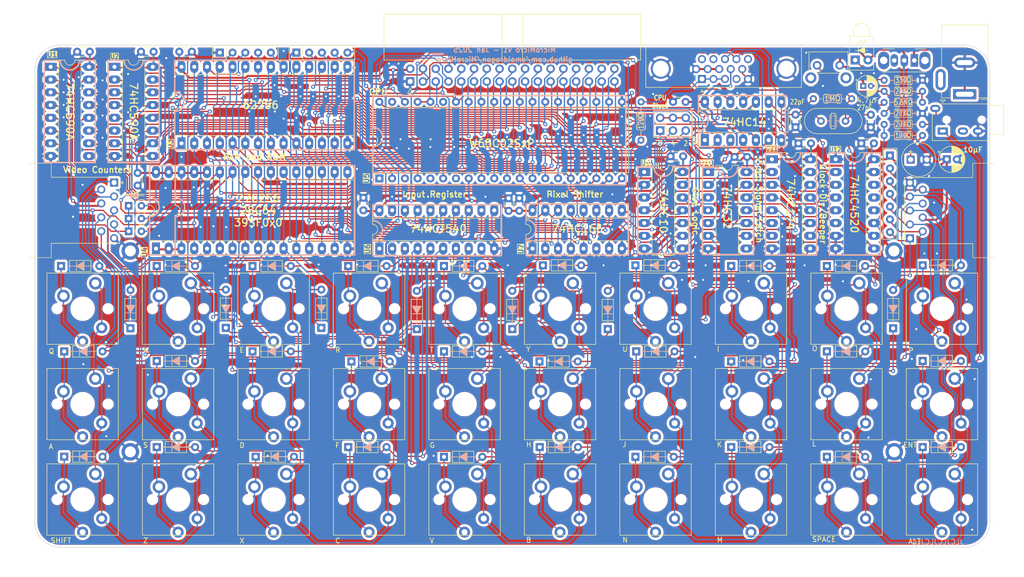
<source format=kicad_pcb>
(kicad_pcb (version 20240108) (generator "pcbnew") (generator_version "8.0")
  (layers (0 "F.Cu" signal) (31 "B.Cu" signal) (34 "B.Paste" user) (35 "F.Paste" user) (36 "B.SilkS" user "B.Silkscreen") (37 "F.SilkS" user "F.Silkscreen") (38 "B.Mask" user) (39 "F.Mask" user) (44 "Edge.Cuts" user))
  (net 0 "")
  (net 1 "/A4")
  (net 2 "/A5")
  (net 3 "/A6")
  (net 4 "/A7")
  (net 5 "/H32")
  (net 6 "Net-(J2-Pad1)")
  (net 7 "/A0")
  (net 8 "GND")
  (net 9 "/~{MRC}")
  (net 10 "/M2")
  (net 11 "/~{HSYNC}**")
  (net 12 "/A3")
  (net 13 "/A2")
  (net 14 "/A8")
  (net 15 "/A9")
  (net 16 "/A10")
  (net 17 "/A11")
  (net 18 "/A12")
  (net 19 "/V512")
  (net 20 "/A1")
  (net 21 "/A15")
  (net 22 "Net-(U7-Qh)")
  (net 23 "/ø1")
  (net 24 "/A14")
  (net 25 "/RDY")
  (net 27 "Net-(U1-~{CE})")
  (net 29 "Net-(C1-Pad1)")
  (net 31 "/ø2")
  (net 32 "/~{HSYNC}")
  (net 34 "/RAMHIDE")
  (net 35 "/~{A13}")
  (net 36 "/M16")
  (net 37 "/M8")
  (net 38 "/M4")
  (net 39 "Net-(U10-Pad13)")
  (net 40 "/~{WR}")
  (net 41 "/~{VSYNC}")
  (net 42 "/~{A15}")
  (net 43 "/r{slash}~{w}")
  (net 44 "Net-(U11-D2)")
  (net 45 "/~{RESET}")
  (net 46 "/~{sload}")
  (net 47 "/A13")
  (net 48 "VCC")
  (net 52 "Net-(U11-D1)")
  (net 53 "Net-(U10-Pad12)")
  (net 54 "/~{HSYNC}*")
  (net 55 "Net-(C3-Pad2)")
  (net 56 "/D7")
  (net 57 "/D1")
  (net 58 "/D4")
  (net 59 "/D6")
  (net 60 "/D5")
  (net 61 "/D0")
  (net 62 "/D3")
  (net 63 "/D2")
  (net 64 "/H32'")
  (net 65 "/~{NMI}")
  (net 66 "Net-(U11-D3)")
  (net 67 "Net-(SW32-A)")
  (net 68 "/BEEP")
  (net 69 "/AUDIN")
  (net 70 "/HROW 0")
  (net 71 "/HROW 5")
  (net 72 "/HROW 1")
  (net 73 "/HROW 4")
  (net 74 "/HROW 2")
  (net 75 "/HROW 3")
  (net 76 "Net-(D7-K)")
  (net 77 "Net-(D8-K)")
  (net 78 "Net-(D9-K)")
  (net 79 "Net-(D10-K)")
  (net 80 "Net-(D11-K)")
  (net 81 "Net-(D12-K)")
  (net 82 "Net-(D13-K)")
  (net 83 "Net-(D14-K)")
  (net 84 "Net-(D15-K)")
  (net 85 "Net-(D16-K)")
  (net 86 "Net-(D17-K)")
  (net 87 "Net-(D18-K)")
  (net 88 "Net-(D19-K)")
  (net 89 "Net-(D20-K)")
  (net 90 "Net-(D21-K)")
  (net 91 "Net-(D22-K)")
  (net 92 "Net-(D23-K)")
  (net 93 "Net-(D24-K)")
  (net 94 "Net-(D25-K)")
  (net 95 "Net-(D26-K)")
  (net 96 "Net-(D27-K)")
  (net 97 "Net-(D28-K)")
  (net 98 "Net-(D29-K)")
  (net 99 "Net-(D30-K)")
  (net 100 "Net-(D31-K)")
  (net 101 "Net-(D34-K)")
  (net 102 "Net-(D35-K)")
  (net 103 "Net-(D36-K)")
  (net 104 "/DataOut")
  (net 108 "Net-(U7-Clr)")
  (net 109 "/~{SO}")
  (net 112 "Net-(D6-A)")
  (net 113 "Net-(D5-A)")
  (net 114 "Net-(D32-K)")
  (net 115 "Net-(D33-K)")
  (net 116 "Net-(D37-K)")
  (net 117 "Net-(R3-Pad2)")
  (net 118 "Net-(R5-Pad2)")
  (net 125 "/Speaker")
  (net 126 "/COL 0")
  (net 127 "/COL 1")
  (net 128 "/COL 2")
  (net 129 "/COL 3")
  (net 130 "/COL 4")
  (footprint "Smal:SW_Redragon_MX_LowProfile_PCB_1.00u_Other" (layer "F.Cu") (at 121.5 130.5)
    (property "Reference" "SW24" (hide yes))
    (property "Value" "C")
  )
  (footprint "Smal:SW_Redragon_MX_LowProfile_PCB_1.00u_Other" (layer "F.Cu") (at 83.5 111.5)
    (property "Reference" "SW12" (hide yes))
    (property "Value" "S")
  )
  (footprint "Capacitor_THT:C_Disc_D3.0mm_W1.6mm_P2.50mm" (layer "F.Cu") (at 75.445 67.965 90)
    (property "Reference" "C7" (hide yes))
    (property "Value" "C_Small")
  )
  (footprint "Package_DIP:DIP-14_W7.62mm_LongPads" (layer "F.Cu") (at 188.95 65.28)
    (property "Reference" "U10")
    (property "Value" "74HC32")
  )
  (footprint "Smal:SW_Redragon_MX_LowProfile_PCB_1.00u_Other" (layer "F.Cu") (at 235.5 92.5)
    (property "Reference" "SW10" (hide yes))
    (property "Value" "P")
  )
  (footprint "Capacitor_THT:C_Disc_D3.0mm_W1.6mm_P2.50mm" (layer "F.Cu") (at 221.335 53.87 -90)
    (property "Reference" "C2" (hide yes))
    (property "Value" "27pF")
  )
  (footprint "PCM_Diode_THT_AKL_Double:D_DO-35_SOD27_P7.62mm_Horizontal" (layer "F.Cu") (at 112 96.31 90)
    (property "Reference" "D38" (hide yes))
    (property "Value" "1N4148" (hide yes))
  )
  (footprint "Smal:SW_Redragon_MX_LowProfile_PCB_1.00u_Other" (layer "F.Cu") (at 197.5 92.5)
    (property "Reference" "SW8" (hide yes))
    (property "Value" "I")
  )
  (footprint "Package_DIP:DIP-16_W7.62mm_LongPads" (layer "F.Cu") (at 214.35 62.74)
    (property "Reference" "U12")
    (property "Value" "74HC4520")
  )
  (footprint "PCM_Diode_THT_AKL_Double:D_DO-35_SOD27_P7.62mm_Horizontal" (layer "F.Cu") (at 60.205 84)
    (property "Reference" "D7" (hide yes))
    (property "Value" "1N4148" (hide yes))
  )
  (footprint "Smal:SW_Redragon_MX_LowProfile_PCB_1.00u_Other" (layer "F.Cu") (at 64.5 111.5)
    (property "Reference" "SW11" (hide yes))
    (property "Value" "A")
  )
  (footprint "PCM_Diode_THT_AKL_Double:D_DO-35_SOD27_P7.62mm_Horizontal" (layer "F.Cu") (at 231.655 83.86)
    (property "Reference" "D12" (hide yes))
    (property "Value" "1N4148" (hide yes))
  )
  (footprint "Smal:DSUB9-Atari" (layer "F.Cu") (at 70.76 67.375 -90)
    (property "Reference" "J7" (hide yes))
    (property "Value" "DE9_Plug")
  )
  (footprint "Connector_PinHeader_2.54mm:PinHeader_2x03_P2.54mm_Vertical" (layer "F.Cu") (at 179.425 57.025 90)
    (property "Reference" "J1" (hide yes))
    (property "Value" "Conn_02x03_Odd_Even")
  )
  (footprint "Package_DIP:DIP-28_W15.24mm_LongPads" (layer "F.Cu") (at 84.175 59.565 90)
    (property "Reference" "U3")
    (property "Value" "62256")
  )
  (footprint "Package_DIP:DIP-14_W7.62mm_LongPads" (layer "F.Cu") (at 188.315 58.93 90)
    (property "Reference" "U8")
    (property "Value" "74HC14")
  )
  (footprint "Capacitor_THT:C_Disc_D3.0mm_W1.6mm_P2.50mm" (layer "F.Cu") (at 76.12 41.315)
    (property "Reference" "C5" (hide yes))
    (property "Value" "C_Small")
  )
  (footprint "Capacitor_THT:C_Disc_D3.0mm_W1.6mm_P2.50mm" (layer "F.Cu") (at 181.985 51.31)
    (property "Reference" "C11" (hide yes))
    (property "Value" "C_Small")
  )
  (footprint "Smal:SW_Redragon_MX_LowProfile_PCB_1.00u_Other" (layer "F.Cu") (at 121.5 111.5)
    (property "Reference" "SW14" (hide yes))
    (property "Value" "F")
  )
  (footprint "MountingHole:MountingHole_2.2mm_M2_ISO7380_Pad" (layer "F.Cu") (at 226 121)
    (property "Reference" "H4" (hide yes))
    (property "Value" "MountingHole_Pad")
  )
  (footprint "Resistor_THT:R_Array_SIP7" (layer "F.Cu") (at 225.145 62 -90)
    (property "Reference" "RN1" (hide yes))
    (property "Value" "R_Network06")
  )
  (footprint "Smal:SW_Redragon_MX_LowProfile_PCB_1.00u_Other" (layer "F.Cu") (at 178.5 111.5)
    (property "Reference" "SW17" (hide yes))
    (property "Value" "J")
  )
  (footprint "Capacitor_THT:C_Disc_D3.0mm_W1.6mm_P2.50mm" (layer "F.Cu") (at 219.45 59.565)
    (property "Reference" "C15" (hide yes))
    (property "Value" "C_Small")
  )
  (footprint "PCM_Diode_THT_AKL_Double:D_DO-35_SOD27_P7.62mm_Horizontal" (layer "F.Cu") (at 98.94 121.96)
    (property "Reference" "D28" (hide yes))
    (property "Value" "1N4148" (hide yes))
  )
  (footprint "Smal:SW_Redragon_MX_LowProfile_PCB_1.00u_Other" (layer "F.Cu") (at 178.5 92.5)
    (property "Reference" "SW7" (hide yes))
    (property "Value" "U")
  )
  (footprint "Smal:SW_Redragon_MX_LowProfile_PCB_1.00u_Other" (layer "F.Cu") (at 102.5 92.5)
    (property "Reference" "SW3" (hide yes))
    (property "Value" "E")
  )
  (footprint "Connector_BarrelJack:BarrelJack_GCT_DCJ200-10-A_Horizontal" (layer "F.Cu") (at 240.019 49.786 180)
    (property "Reference" "J6" (hide yes))
    (property "Value" "Barrel Jack")
  )
  (footprint "Package_DIP:DIP-40_W15.24mm" (layer "F.Cu") (at 123.545 66.55 90)
    (property "Reference" "U5")
    (property "Value" "W65C02SxP")
  )
  (footprint "PCM_Diode_THT_AKL_Double:D_DO-35_SOD27_P7.62mm_Horizontal" (layer "F.Cu") (at 98.305 84)
    (property "Reference" "D8" (hide yes))
    (property "Value" "1N4148" (hide yes))
  )
  (footprint "Smal:Jack_3.5mm_PJ320A_Horizontal" (layer "F.Cu") (at 235.661 52.614 -90)
    (property "Reference" "J3" (hide yes))
    (property "Value" "AudioJack4")
  )
  (footprint "PCM_Diode_THT_AKL_Double:D_DO-35_SOD27_P7.62mm_Horizontal" (layer "F.Cu") (at 174.505 83.86)
    (property "Reference" "D10" (hide yes))
    (property "Value" "1N4148" (hide yes))
  )
  (footprint "Smal:SW_Redragon_MX_LowProfile_PCB_1.00u_Other" (layer "F.Cu") (at 121.5 92.5)
    (property "Reference" "SW4" (hide yes))
    (property "Value" "R")
  )
  (footprint "PCM_Diode_THT_AKL_Double:D_DO-35_SOD27_P7.62mm_Horizontal" (layer "F.Cu") (at 169 96.56 90)
    (property "Reference" "D41" (hide yes))
    (property "Value" "1N4148" (hide yes))
  )
  (footprint "PCM_Resistor_THT_AKL_Double:R_Axial_DIN0204_L3.6mm_D1.6mm_P7.62mm_Horizontal" (layer "F.Cu") (at 223.99 58)
    (property "Reference" "R8" (hide yes))
    (property "Value" "120Ω")
  )
  (footprint "Capacitor_THT:C_Disc_D3.0mm_W1.6mm_P2.50mm" (layer "F.Cu") (at 86.24 41.315 180)
    (property "Reference" "C6" (hide yes))
    (property "Value" "C_Small")
  )
  (footprint "Resistor_THT:R_Array_SIP5" (layer "F.Cu") (at 91.795 41.5)
    (property "Reference" "RN3" (hide yes))
    (property "Value" "R_Network04")
  )
  (footprint "PCM_Resistor_THT_AKL_Double:R_Axial_DIN0204_L3.6mm_D1.6mm_P7.62mm_Horizontal" (layer "F.Cu") (at 231.61 51.4 180)
    (property "Reference" "R5" (hide yes))
    (property "Value" "5.6KΩ")
  )
  (footprint "MountingHole:MountingHole_2.2mm_M2_ISO7380_Pad" (layer "F.Cu") (at 74 121)
    (property "Reference" "H3" (hide yes))
    (property "Value" "MountingHole_Pad")
  )
  (footprint "Package_DIP:DIP-20_W7.62mm_LongPads" (layer "F.Cu") (at 123.545 80.52 90)
    (property "Reference" "U6")
    (property "Value" "74HCT540")
  )
  (footprint "PCM_Diode_THT_AKL_Double:D_DO-35_SOD27_P7.62mm_Horizontal" (layer "F.Cu") (at 98.305 101.005)
    (property "Reference" "D18" (hide yes))
    (property "Value" "1N4148" (hide yes))
  )
  (footprint "Button_Switch_THT:SW_Tactile_SKHH_Angled" (layer "F.Cu") (at 210.65 44.025)
    (property "Reference" "SW31" (hide yes))
    (property "Value" "SW_Push")
  )
  (footprint "Smal:SW_Redragon_MX_LowProfile_PCB_1.00u_Other" (layer "F.Cu") (at 197.5 130.5)
    (property "Reference" "SW28" (hide yes))
    (property "Value" "M")
  )
  (footprint "PCM_Diode_THT_AKL_Double:D_DO-35_SOD27_P7.62mm_Horizontal" (layer "F.Cu") (at 231.655 102.91)
    (property "Reference" "D26" (hide yes))
    (property "Value" "1N4148" (hide yes))
  )
  (footprint "Smal:SW_Redragon_MX_LowProfile_PCB_1.00u_Other" (layer "F.Cu") (at 102.5 111.5)
    (property "Reference" "SW13" (hide yes))
    (property "Value" "D")
  )
  (footprint "PCM_Diode_THT_AKL_Double:D_DO-35_SOD27_P7.62mm_Horizontal" (layer "F.Cu") (at 131 96.56 90)
    (property "Reference" "D39" (hide yes))
    (property "Value" "1N4148" (hide yes))
  )
  (footprint "Connector_Dsub:DSUB-15-HD_Female_Horizontal_P2.29x1.98mm_EdgePinOffset3.03mm_Housed_MountingHolesOffset4.94mm" (layer "F.Cu") (at 187.737 46.756 180)
    (property "Reference" "J2" (hide yes))
    (property "Value" "VGA")
  )
  (footprint "Connector_IDC:IDC-Header_2x17_P2.54mm_Horizontal" (layer "F.Cu") (at 129.68 47.246 90)
    (property "Reference" "J4" (hide yes))
    (property "Value" "Conn_02x17_Odd_Even")
  )
  (footprint "MountingHole:MountingHole_2.2mm_M2_ISO7380_Pad" (layer "F.Cu") (at 225.94 81)
    (property "Reference" "H1" (hide yes))
    (property "Value" "MountingHole_Pad")
  )
  (footprint "PCM_Resistor_THT_AKL_Double:R_Axial_DIN0204_L3.6mm_D1.6mm_P7.62mm_Horizontal" (layer "F.Cu") (at 231.61 53.6 180)
    (property "Reference" "R3" (hide yes))
    (property "Value" "27KΩ")
  )
  (footprint "Package_DIP:DIP-16_W7.62mm_LongPads" (layer "F.Cu") (at 201.65 62.74)
    (property "Reference" "U11")
    (property "Value" "74HC174")
  )
  (footprint "PCM_Diode_THT_AKL_Double:D_DO-35_SOD27_P7.62mm_Horizontal" (layer "F.Cu") (at 155.455 120.055)
    (property "Reference" "D34" (hide yes))
    (property "Value" "1N4148" (hide yes))
  )
  (footprint "PCM_Crystal_AKL_Double:Crystal_HC49-4H_Vertical" (layer "F.Cu") (at 211.425 55.12)
    (property "Reference" "Y1" (hide yes))
    (property "Value" "16Mhz" (hide yes))
  )
  (footprint "PCM_Diode_THT_AKL_Double:D_DO-35_SOD27_P7.62mm_Horizontal" (layer "F.Cu") (at 79.255 102.91)
    (property "Reference" "D22" (hide yes))
    (property "Value" "1N4148" (hide yes))
  )
  (footprint "Smal:SW_Redragon_MX_LowProfile_PCB_1.00u_Other" (layer "F.Cu") (at 83.5 92.5)
    (property "Reference" "SW2" (hide yes))
    (property "Value" "W")
  )
  (footprint "Package_DIP:DIP-32_W15.24mm_LongPads" (layer "F.Cu") (at 79.095 80.52 90)
    (property "Reference" "U4")
    (property "Value" "SST39SF0x0")
  )
  (footprint "PCM_Diode_THT_AKL_Double:D_DO-35_SOD27_P7.62mm_Horizontal" (layer "F.Cu") (at 193.555 84)
    (property "Reference" "D13" (hide yes))
    (property "Value" "1N4148" (hide yes))
  )
  (footprint "PCM_Capacitor_THT_AKL:CP_Radial_D4.0mm_P1.50mm" (layer "F.Cu") (at 219.835 48.135)
    (property "Reference" "C3" (hide yes))
    (property "Value" "4.7µF")
  )
  (footprint "Diode_THT:D_DO-34_SOD68_P2.54mm_Vertical_KathodeUp" (layer "F.Cu") (at 73.66 74.54)
    (property "Reference" "D3" (hide yes))
    (property "Value" "1N4148")
  )
  (footprint "PCM_Resistor_THT_AKL_Double:R_Axial_DIN0204_L3.6mm_D1.6mm_P7.62mm_Horizontal" (layer "F.Cu") (at 175.615 58.93 90)
    (property "Reference" "R7" (hide yes))
    (property "Value" "120Ω")
  )
  (footprint "PCM_Diode_THT_AKL_Double:D_DO-35_SOD27_P7.62mm_Horizontal" (layer "F.Cu") (at 212.605 122)
    (property "Reference" "D31" (hide yes))
    (property "Value" "1N4148" (hide yes))
  )
  (footprint "Capacitor_THT:C_Disc_D3.0mm_W1.6mm_P2.50mm" (layer "F.Cu") (at 120.37 70.4 -90)
    (property "Reference" "C8" (hide yes))
    (property "Value" "C_Small" (hide yes))
  )
  (footprint "Smal:SW_Redragon_MX_LowProfile_PCB_1.00u_Other" (layer "F.Cu") (at 102.5 130.5)
    (property "Reference" "SW23" (hide yes))
    (property "Value" "X")
  )
  (footprint "Capacitor_THT:C_Disc_D3.0mm_W1.6mm_P2.50mm" (layer "F.Cu") (at 149.271351 70.502173 -90)
    (property "Reference" "C10" (hide yes))
    (property "Value" "C_Small")
  )
  (footprint "PCM_Diode_THT_AKL_Double:D_DO-35_SOD27_P7.62mm_Horizontal" (layer "F.Cu") (at 212.605 84)
    (property "Reference" "D11" (hide yes))
    (property "Value" "1N4148" (hide yes))
  )
  (footprint "Smal:SW_Redragon_MX_LowProfile_PCB_1.00u_Other" (layer "F.Cu") (at 216.5 92.5)
    (property "Reference" "SW9" (hide yes))
    (property "Value" "O")
  )
  (footprint "Smal:SW_Redragon_MX_LowProfile_PCB_1.00u_Other" (layer "F.Cu") (at 216.5 111.5)
    (property "Reference" "SW19" (hide yes))
    (property "Value" "L")
  )
  (footprint "PCM_Diode_THT_AKL_Double:D_DO-35_SOD27_P7.62mm_Horizontal" (layer "F.Cu") (at 155.41 103)
    (property "Reference" "D24" (hide yes))
    (property "Value" "1N4148" (hide yes))
  )
  (footprint "Smal:SW_Redragon_MX_LowProfile_PCB_1.00u_Other" (layer "F.Cu") (at 64.5 92.5)
    (property "Reference" "SW1" (hide yes))
    (property "Value" "Q")
  )
  (footprint "PCM_Diode_THT_AKL_Double:D_DO-35_SOD27_P7.62mm_Horizontal" (layer "F.Cu") (at 74.015 96.395 90)
    (property "Reference" "D6" (hide yes))
    (property "Value" "1N4148" (hide yes))
  )
  (footprint "Buzzer_Beeper:MagneticBuzzer_Kingstate_KCG0601" (layer "F.Cu") (at 229.26 62.8)
    (property "Reference" "BZ1" (hide yes))
    (property "Value" "Buzzer")
  )
  (footprint "Resistor_THT:R_Array_SIP5" (layer "F.Cu") (at 107.035 41.5)
    (property "Reference" "RN2" (hide yes))
    (property "Value" "R_Network04")
  )
  (footprint "PCM_Diode_THT_AKL_Double:D_DO-35_SOD27_P7.62mm_Horizontal" (layer "F.Cu") (at 117.355 120.055)
    (property "Reference" "D33" (hide yes))
    (property "Value" "1N4148" (hide yes))
  )
  (footprint "PCM_Diode_THT_AKL_Double:D_DO-35_SOD27_P7.62mm_Horizontal" (layer "F.Cu") (at 231.655 120.055)
    (property "Reference" "D36" (hide yes))
    (property "Value" "1N4148" (hide yes))
  )
  (footprint "Capacitor_THT:C_Disc_D3.0mm_W1.6mm_P2.50mm" (layer "F.Cu") (at 181.49 62.143)
    (property "Reference" "C12" (hide yes))
    (property "Value" "C_Small")
  )
  (footprint "Capacitor_THT:C_Disc_D3.0mm_W1.6mm_P2.50mm" (layer "F.Cu") (at 206.93 59.565)
    (property "Reference" "C14" (hide yes))
    (property "Value" "C_Small")
  )
  (footprint "PCM_Diode_THT_AKL_Double:D_DO-35_SOD27_P7.62mm_Horizontal" (layer "F.Cu") (at 225.78 96.395 90)
    (property "Reference" "D5" (hide yes))
    (property "Value" "1N4148" (hide yes))
  )
  (footprint "Diode_THT:D_DO-34_SOD68_P2.54mm_Vertical_KathodeUp" (layer "F.Cu") (at 73.66 77.08)
    (property "Reference" "D2" (hide yes))
    (property "Value" "1N4148")
  )
  (footprint "PCM_Diode_THT_AKL_Double:D_DO-35_SOD27_P7.62mm_Horizontal" (layer "F.Cu") (at 93 96.31 90)
    (property "Reference" "D1" (hide yes))
    (property "Value" "1N4148" (hide yes))
  )
  (footprint "PCM_Diode_THT_AKL_Double:D_DO-35_SOD27_P7.62mm_Horizontal" (layer "F.Cu") (at 60.84 101.005)
    (property "Reference" "D17" (hide yes))
    (property "Value" "1N4148" (hide yes))
  )
  (footprint "PCM_Diode_THT_AKL_Double:D_DO-35_SOD27_P7.62mm_Horizontal" (layer "F.Cu") (at 79.255 120.055)
    (property "Reference" "D32" (hide yes))
    (property "Value" "1N4148" (hide yes))
  )
  (footprint "PCM_Diode_THT_AKL_Double:D_DO-35_SOD27_P7.62mm_Horizontal" (layer "F.Cu") (at 117.99 103)
    (property "Reference" "D23" (hide yes))
    (property "Value" "1N4148" (hide yes))
  )
  (footprint "MountingHole:MountingHole_2.2mm_M2_ISO7380_Pad" (layer "F.Cu") (at 74 81 180)
    (property "Reference" "H2" (hide yes))
    (property "Value" "MountingHole_Pad")
  )
  (footprint "Smal:SW_Redragon_MX_LowProfile_PCB_1.00u_Other" (layer "F.Cu") (at 197.5 111.5)
    (property "Reference" "SW18" (hide yes))
    (property "Value" "K")
  )
  (footprint "Smal:SW_Redragon_MX_LowProfile_PCB_1.00u_Other" (layer "F.Cu") (at 83.5 130.5)
    (property "Reference" "SW22" (hide yes))
    (property "Value" "Z")
  )
  (footprint "Smal:SW_Redragon_MX_LowProfile_PCB_1.00u_Other" (layer "F.Cu") (at 64.5 130.5)
    (property "Reference" "SW21" (hide yes))
    (property "Value" "SHIFT")
  )
  (footprint "PCM_LED_THT_AKL:LED_Indicator_D3.0mm_W4.6mm_L6.5mm" (layer "F.Cu") (at 218.23 42.96 -90)
    (property "Reference" "D37" (hide yes))
    (property "Value" "LED" (hide yes))
  )
  (footprint "Smal:SW_Redragon_MX_LowProfile_PCB_1.00u_Other" (layer "F.Cu") (at 159.5 111.5)
    (property "Reference" "SW16" (hide yes))
    (property "Value" "H")
  )
  (footprint "Package_DIP:DIP-16_W7.62mm_LongPads" (layer "F.Cu") (at 154.025 80.52 90)
    (property "Reference" "U7")
    (property "Value" "74HC166")
  )
  (footprint "Capacitor_THT:C_Disc_D3.0mm_W1.6mm_P2.50mm" (layer "F.Cu") (at 206.345 53.85 -90)
    (property "Reference" "C1" (hide yes))
    (property "Value" "22pF")
  )
  (footprint "Button_Switch_THT:SW_Slide_SPDT_Angled_CK_OS102011MA1Q" (layer "F.Cu") (at 230.001 43.053 180)
    (property "Reference" "SW32" (hide yes))
    (property "Value" "SW_SPDT")
  )
  (footprint "PCM_Diode_THT_AKL_Double:D_DO-35_SOD27_P7.62mm_Horizontal" (layer "F.Cu") (at 117.355 84)
    (property "Reference" "D15" (hide yes))
    (property "Value" "1N4148" (hide yes))
  )
  (footprint "PCM_Diode_THT_AKL_Double:D_DO-35_SOD27_P7.62mm_Horizontal" (layer "F.Cu") (at 136.405 122)
    (property "Reference" "D29" (hide yes))
    (property "Value" "1N4148" (hide yes))
  )
  (footprint "PCM_Resistor_THT_AKL_Double:R_Axial_DIN0204_L3.6mm_D1.6mm_P7.62mm_Horizontal" (layer "F.Cu") (at 209.905 50.675)
    (property "Reference" "R2" (hide yes))
    (property "Value" "1MΩ")
  )
  (footprint "Smal:SW_Redragon_MX_LowProfile_PCB_1.00u_Other" (layer "F.Cu") (at 235.5 130.5)
    (property "Reference" "SW30" (hide yes))
    (property "Value" "ALT")
  )
  (footprint "PCM_Diode_THT_AKL_Double:D_DO-35_SOD27_P7.62mm_Horizontal" (layer "F.Cu") (at 174.505 122)
    (property "Reference" "D30" (hide yes))
    (property "Value" "1N4148" (hide yes))
  )
  (footprint "PCM_Diode_THT_AKL_Double:D_DO-35_SOD27_P7.62mm_Horizontal" (layer "F.Cu") (at 174.66 101.005)
    (property "Reference" "D20" (hide yes))
    (property "Value" "1N4148" (hide yes))
  )
  (footprint "Smal:SW_Redragon_MX_LowProfile_PCB_1.00u_Other" (layer "F.Cu") (at 159.5 92.5)
    (property "Reference" "SW6" (hide yes))
    (property "Value" "Y")
  )
  (footprint "PCM_Diode_THT_AKL_Double:D_DO-35_SOD27_P7.62mm_Horizontal" (layer "F.Cu") (at 60.84 121.96)
    (property "Reference" "D27" (hide yes))
    (property "Value" "1N4148" (hide yes))
  )
  (footprint "Smal:SW_Redragon_MX_LowProfile_PCB_1.00u_Other" (layer "F.Cu") (at 159.5 130.5)
    (property "Reference" "SW26" (hide yes))
    (property "Value" "B")
  )
  (footprint "PCM_Diode_THT_AKL_Double:D_DO-35_SOD27_P7.62mm_Horizontal" (layer "F.Cu") (at 156.09 83.86)
    (property "Reference" "D14" (hide yes))
    (property "Value" "1N4148" (hide yes))
  )
  (footprint "PCM_Diode_THT_AKL_Double:D_DO-35_SOD27_P7.62mm_Horizontal" (layer "F.Cu") (at 79.255 84)
    (property "Reference" "D16" (hide yes))
    (property "Value" "1N4148" (hide yes))
  )
  (footprint "PCM_Capacitor_THT_AKL:CP_Radial_D5.0mm_P2.00mm" (layer "F.Cu") (at 236.448 62.74)
    (property "Reference" "C16" (hide yes))
    (property "Value" "10µF")
  )
  (footprint "PCM_Resistor_THT_AKL_Double:R_Axial_DIN0204_L3.6mm_D1.6mm_P7.62mm_Horizontal" (layer "F.Cu") (at 231.61 47 180)
    (property "Reference" "R1" (hide yes))
    (property "Value" "330Ω")
  )
  (footprint "PCM_Diode_THT_AKL_Double:D_DO-35_SOD27_P7.62mm_Horizontal" (layer "F.Cu") (at 193.555 103)
    (property "Reference" "D25" (hide yes))
    (property "Value" "1N4148" (hide yes))
  )
  (footprint "Package_DIP:DIP-16_W7.62mm_LongPads" (layer "F.Cu") (at 70.84 44.325)
    (property "Reference" "U2")
    (property "Value" "74HC590A")
  )
  (footprint "Smal:SW_Redragon_MX_LowProfile_PCB_1.00u_Other" (layer "F.Cu") (at 140.5 130.5)
    (property "Reference" "SW25" (hide yes))
    (property "Value" "V")
  )
  (footprint "Diode_THT:D_DO-34_SOD68_P2.54mm_Vertical_KathodeUp" (layer "F.Cu") (at 73.66 72)
    (property "Reference" "D4" (hide yes))
    (property "Value" "1N4148")
  )
  (footprint "Smal:SW_Redragon_MX_LowProfile_PCB_1.00u_Other" (layer "F.Cu") (at 140.5 111.5)
    (property "Reference" "SW15" (hide yes))
    (property "Value" "G")
  )
  (footprint "PCM_Diode_THT_AKL_Double:D_DO-35_SOD27_P7.62mm_Horizontal" (layer "F.Cu") (at 193.555 120.055)
    (property "Reference" "D35" (hide yes))
    (property "Value" "1N4148" (hide yes))
  )
  (footprint "PCM_Diode_THT_AKL_Double:D_DO-35_SOD27_P7.62mm_Horizontal" (layer "F.Cu") (at 136.41 101.005)
    (property "Reference" "D19" (hide yes))
    (property "Value" "1N4148" (hide yes))
  )
  (footprint "PCM_Diode_THT_AKL_Double:D_DO-35_SOD27_P7.62mm_Horizontal" (layer "F.Cu") (at 136.405 84)
    (property "Reference" "D9" (hide yes))
    (property "Value" "1N4148" (hide yes))
  )
  (footprint "PCM_Diode_THT_AKL_Double:D_DO-35_SOD27_P7.62mm_Horizontal" (layer "F.Cu") (at 212.605 101.005)
    (property "Reference" "D21" (hide yes))
    (property "Value" "1N4148" (hide yes))
  )
  (footprint "PCM_Diode_THT_AKL_Double:D_DO-35_SOD27_P7.62mm_Horizontal" (layer "F.Cu") (at 150 96.56 90)
    (property "Reference" "D40" (hide yes))
    (property "Value" "1N4148" (hide yes))
  )
  (footprint "Package_DIP:DIP-16_W7.62mm_LongPads" (layer "F.Cu") (at 58.14 44.325)
    (property "Reference" "U1")
    (property "Value" "74HC590A")
  )
  (footprint "Capacitor_THT:C_Disc_D3.0mm_W1.6mm_P2.50mm" (layer "F.Cu") (at 151.38045 72.989313 90)
    (property "Reference" "C9" (hide yes))
    (property "Value" "C_Small")
  )
  (footprint "Smal:DSUB9-Atari" (layer "F.Cu") (at 229.12 78.48 90)
    (property "Reference" "J8" (hide yes))
    (property "Value" "DE9_Plug")
  )
  (footprint "Package_DIP:DIP-14_W7.62mm_LongPads" (layer "F.Cu") (at 176.25 65.28)
    (property "Reference" "U9")
    (property "Value" "74HC10")
  )
  (footprint "PCM_Resistor_THT_AKL_Double:R_Axial_DIN0204_L3.6mm_D1.6mm_P7.62mm_Horizontal" (layer "F.Cu") (at 223.99 55.8)
    (property "Reference" "R6" (hide yes))
    (property "Value" "27KΩ")
  )
  (footprint "Smal:SW_Redragon_MX_LowProfile_PCB_1.00u_Other" (layer "F.Cu") (at 178.5 130.5)
    (property "Reference" "SW27" (hide yes))
    (property "Value" "N")
  )
  (footprint "Capacitor_THT:C_Disc_D3.0mm_W1.6mm_P2.50mm" (layer "F.Cu") (at 194.23 62.27)
    (property "Reference" "C13" (hide yes))
    (property "Value" "C_Small")
  )
  (footprint "Smal:SW_Redragon_MX_LowProfile_PCB_1.00u_Other" (layer "F.Cu") (at 216.5 130.5)
    (property "Reference" "SW29" (hide yes))
    (property "Value" "SPACE")
  )
  (footprint "Smal:SW_Redragon_MX_LowProfile_PCB_1.00u_Other" (layer "F.Cu") (at 140.5 92.5)
    (property "Reference" "SW5" (hide yes))
    (property "Value" "T")
  )
  (footprint "Capacitor_THT:C_Disc_D3.0mm_W1.6mm_P2.50mm" (layer "F.Cu") (at 63.42 41.315)
    (property "Reference" "C4" (hide yes))
    (property "Value" "C_Small")
  )
  (footprint "Smal:SW_Redragon_MX_LowProfile_PCB_1.00u_Other" (layer "F.Cu") (at 235.5 111.5)
    (property "Reference" "SW20" (hide yes))
    (property "Value" "ENT")
  )
  (footprint "PCM_Resistor_THT_AKL_Double:R_Axial_DIN0204_L3.6mm_D1.6mm_P7.62mm_Horizontal" (layer "F.Cu") (at 223.99 49.2)
    (property "Reference" "R4" (hide yes))
    (property "Value" "27KΩ")
  )
  (gr_line (start 172.6 67.82) (end 122.275 67.82) (stroke (width 0.3)) (layer "B.SilkS"))
  (gr_poly (pts (xy 74.115 70) (xy 75.385 70.635) (xy 75.385 69.365)) (stroke (width 0.15)) (fill solid) (layer "B.SilkS"))
  (gr_arc (start 77.825 70.36) (mid 79.73 72.265) (end 77.825 74.17) (stroke (width 0.3)) (layer "B.SilkS"))
  (gr_line (start 82.825 60.835) (end 82.825 53.215) (stroke (width 0.3)) (layer "B.SilkS"))
  (gr_arc (start 76.555 43.055) (mid 74.65 44.96) (end 72.745 43.055) (stroke (width 0.3)) (layer "B.SilkS"))
  (gr_arc (start 194.825 64.4125) (mid 192.92 66.3175) (end 191.015 64.4125) (stroke (width 0.3)) (layer "B.SilkS"))
  (gr_line (start 173.075 81.79) (end 173.075 71.63) (stroke (width 0.3)) (layer "B.SilkS"))
  (gr_line (start 187.84 81.7175) (end 198 81.7175) (stroke (width 0.3)) (layer "B.SilkS"))
  (gr_line (start 213.08 81.79) (end 223.24 81.79) (stroke (width 0.3)) (layer "B.SilkS"))
  (gr_line (start 69.57 63.375) (end 69.57 43.055) (stroke (width 0.3)) (layer "B.SilkS"))
  (gr_line (start 187.84 81.7175) (end 187.84 64.4125) (stroke (width 0.3)) (layer "B.SilkS"))
  (gr_line (start 174.98 81.5525) (end 185.14 81.5525) (stroke (width 0.3)) (layer "B.SilkS"))
  (gr_line (start 122.275 56.39) (end 122.275 50.04) (stroke (width 0.3)) (layer "B.SilkS"))
  (gr_arc (start 122.275 74.97) (mid 124.18 76.875) (end 122.275 78.78) (stroke (width 0.3)) (layer "B.SilkS"))
  (gr_arc (start 181.965 64.2475) (mid 180.06 66.1525) (end 178.155 64.2475) (stroke (width 0.3)) (layer "B.SilkS"))
  (gr_line (start 187.045 60.2) (end 187.045 57.025) (stroke (width 0.3)) (layer "B.SilkS"))
  (gr_line (start 174.98 81.5525) (end 174.98 64.2475) (stroke (width 0.3)) (layer "B.SilkS"))
  (gr_line (start 82.825 43.055) (end 118.545 43.055) (stroke (width 0.3)) (layer "B.SilkS"))
  (gr_line (start 213.08 61.47) (end 216.255 61.47) (stroke (width 0.3)) (layer "B.SilkS"))
  (gr_line (start 220.065 61.47) (end 223.24 61.47) (stroke (width 0.3)) (layer "B.SilkS"))
  (gr_arc (start 207.365 61.47) (mid 205.46 63.375) (end 203.555 61.47) (stroke (width 0.3)) (layer "B.SilkS"))
  (gr_line (start 213.08 81.79) (end 213.08 61.47) (stroke (width 0.3)) (layer "B.SilkS"))
  (gr_rect (start 178.155 53.088) (end 185.775 58.168) (stroke (width 0.2)) (fill none) (layer "B.SilkS"))
  (gr_arc (start 82.905 70.36) (mid 84.81 72.265) (end 82.905 74.17) (stroke (width 0.3)) (layer "B.SilkS"))
  (gr_line (start 122.275 81.955) (end 122.275 78.78) (stroke (width 0.3)) (layer "B.SilkS"))
  (gr_line (start 77.825 81.79) (end 77.825 74.17) (stroke (width 0.3)) (layer "B.SilkS"))
  (gr_line (start 200.38 81.79) (end 200.38 61.47) (stroke (width 0.3)) (layer "B.SilkS"))
  (gr_line (start 56.87 43.055) (end 60.045 43.055) (stroke (width 0.3)) (layer "B.SilkS"))
  (gr_line (start 198 64.4125) (end 198 81.7175) (stroke (width 0.3)) (layer "B.SilkS"))
  (gr_arc (start 82.825 49.405) (mid 84.73 51.31) (end 82.825 53.215) (stroke (width 0.3)) (layer "B.SilkS"))
  (gr_line (start 69.57 63.375) (end 79.73 63.375) (stroke (width 0.3)) (layer "B.SilkS"))
  (gr_line (start 74.115 70.635) (end 74.115 69.365) (stroke (width 0.15)) (layer "B.SilkS"))
  (gr_line (start 207.365 61.47) (end 210.54 61.47) (stroke (width 0.3)) (layer "B.SilkS"))
  (gr_arc (start 220.065 61.47) (mid 218.16 63.375) (end 216.255 61.47) (stroke (width 0.3)) (layer "B.SilkS"))
  (gr_line (start 200.38 61.47) (end 203.555 61.47) (stroke (width 0.3)) (layer "B.SilkS"))
  (gr_line (start 76.555 43.055) (end 79.73 43.055) (stroke (width 0.3)) (layer "B.SilkS"))
  (gr_line (start 210.54 61.47) (end 210.54 81.79) (stroke (width 0.3)) (layer "B.SilkS"))
  (gr_line (start 118.625 81.79) (end 77.825 81.79) (stroke (width 0.3)) (layer "B.SilkS"))
  (gr_line (start 152.755 71.63) (end 173.075 71.63) (stroke (width 0.3)) (layer "B.SilkS"))
  (gr_line (start 147.835 81.955) (end 122.275 81.955) (stroke (width 0.3)) (layer "B.SilkS"))
  (gr_line (start 56.87 63.375) (end 56.87 43.055) (stroke (width 0.3)) (layer "B.SilkS"))
  (gr_arc (start 152.755 74.805) (mid 154.66 76.71) (end 152.755 78.615) (stroke (width 0.3)) (layer "B.SilkS"))
  (gr_line (start 82.905 81.79) (end 82.905 74.17) (stroke (width 0.3)) (layer "B.SilkS"))
  (gr_line (start 200.38 81.79) (end 210.54 81.79) (stroke (width 0.3)) (layer "B.SilkS"))
  (gr_line (start 77.825 64.01) (end 118.625 64.01) (stroke (width 0.3)) (layer "B.SilkS"))
  (gr_line (start 63.855 43.055) (end 67.03 43.055) (stroke (width 0.3)) (layer "B.SilkS"))
  (gr_line (start 172.6 67.82) (end 172.6 50.04) (stroke (width 0.3)) (layer "B.SilkS"))
  (gr_line (start 147.835 81.955) (end 147.835 71.795) (stroke (width 0.3)) (layer "B.SilkS"))
  (gr_line (start 187.045 50.04) (end 204.35 50.04) (stroke (width 0.3)) (layer "B.SilkS"))
  (gr_line (start 122.275 50.04) (end 172.6 50.04) (stroke (width 0.3)) (layer "B.SilkS"))
  (gr_line (start 174.98 64.2475) (end 178.155 64.2475) (stroke (width 0.3)) (layer "B.SilkS"))
  (gr_line (start 67.03 43.055) (end 67.03 63.375) (stroke (width 0.3)) (layer "B.SilkS"))
  (gr_line (start 204.35 60.2) (end 187.045 60.2) (stroke (width 0.3)) (layer "B.SilkS"))
  (gr_arc (start 187.045 53.215) (mid 188.95 55.12) (end 187.045 57.025) (stroke (width 0.3)) (layer "B.SilkS"))
  (gr_line (start 76.655 70) (end 72.845 70) (stroke (width 0.15)) (layer "B.SilkS"))
  (gr_line (start 82.905 70.36) (end 82.905 64.01) (stroke (width 0.3)) (layer "B.SilkS"))
  (gr_line (start 204.35 60.2) (end 204.35 50.04) (stroke (width 0.3)) (layer "B.SilkS"))
  (gr_line (start 79.73 43.055) (end 79.73 63.375) (stroke (width 0.3)) (layer "B.SilkS"))
  (gr_line (start 181.965 64.2475) (end 185.14 64.2475) (stroke (width 0.3)) (layer "B.SilkS"))
  (gr_line (start 118.625 81.79) (end 118.625 64.01) (stroke (width 0.3)) (layer "B.SilkS"))
  (gr_line (start 56.87 63.375) (end 67.03 63.375) (stroke (width 0.3)) (layer "B.SilkS"))
  (gr_line (start 77.825 70.36) (end 77.825 64.01) (stroke (width 0.3)) (layer "B.SilkS"))
  (gr_line (start 122.275 74.97) (end 122.275 71.795) (stroke (width 0.3)) (layer "B.SilkS"))
  (gr_line (start 69.57 43.055) (end 72.745 43.055) (stroke (width 0.3)) (layer "B.SilkS"))
  (gr_line (start 152.755 74.805) (end 152.755 71.63) (stroke (width 0.3)) (layer "B.SilkS"))
  (gr_line (start 152.755 81.79) (end 152.755 78.615) (stroke (width 0.3)) (layer "B.SilkS"))
  (gr_line (start 185.14 64.2475) (end 185.14 81.5525) (stroke (width 0.3)) (layer "B.SilkS"))
  (gr_line (start 118.545 60.835) (end 118.545 43.055) (stroke (width 0.3)) (layer "B.SilkS"))
  (gr_line (start 194.825 64.4125) (end 198 64.4125) (stroke (width 0.3)) (layer "B.SilkS"))
  (gr_arc (start 63.855 43.055) (mid 61.95 44.96) (end 60.045 43.055) (stroke (width 0.3)) (layer "B.SilkS"))
  (gr_line (start 173.075 81.79) (end 152.755 81.79) (stroke (width 0.3)) (layer "B.SilkS"))
  (gr_line (start 118.545 60.835) (end 82.825 60.835) (stroke (width 0.3)) (layer "B.SilkS"))
  (gr_line (start 82.825 49.405) (end 82.825 43.055) (stroke (width 0.3)) (layer "B.SilkS"))
  (gr_line (start 187.84 64.4125) (end 191.015 64.4125) (stroke (width 0.3)) (layer "B.SilkS"))
  (gr_line (start 122.275 71.795) (end 147.835 71.795) (stroke (width 0.3)) (layer "B.SilkS"))
  (gr_arc (start 122.275 56.39) (mid 124.18 58.295) (end 122.275 60.2) (stroke (width 0.3)) (layer "B.SilkS"))
  (gr_line (start 187.045 53.215) (end 187.045 50.04) (stroke (width 0.3)) (layer "B.SilkS"))
  (gr_line (start 122.275 67.82) (end 122.275 60.2) (stroke (width 0.3)) (layer "B.SilkS"))
  (gr_line (start 223.24 61.47) (end 223.24 81.79) (stroke (width 0.3)) (layer "B.SilkS"))
  (gr_line (start 74.295 69.115) (end 74.295 70.385) (stroke (width 0.15)) (layer "F.SilkS"))
  (gr_poly (pts (xy 74.295 69.75) (xy 75.565 69.115) (xy 75.565 70.385)) (stroke (width 0.15)) (fill solid) (layer "F.SilkS"))
  (gr_arc (start 82.9 71.8875) (mid 83.9 72.8875) (end 82.9 73.8875) (stroke (width 0.15)) (layer "F.SilkS"))
  (gr_line (start 82.9 66.85) (end 82.9 71.8875) (stroke (width 0.15)) (layer "F.SilkS"))
  (gr_line (start 76.835 69.75) (end 73.025 69.75) (stroke (width 0.15)) (layer "F.SilkS"))
  (gr_line (start 82.9 73.8875) (end 82.9 78.925) (stroke (width 0.15)) (layer "F.SilkS"))
  (gr_arc (start 240 40) (mid 243.535534 41.464466) (end 245 45) (stroke (width 0.1)) (layer "Edge.Cuts"))
  (gr_line (start 55 135) (end 55 45) (stroke (width 0.1)) (layer "Edge.Cuts"))
  (gr_line (start 245 51) (end 245 135) (stroke (width 0.1)) (layer "Edge.Cuts"))
  (gr_line (start 245 45) (end 245 51) (stroke (width 0.1)) (layer "Edge.Cuts"))
  (gr_arc (start 55 45) (mid 56.464466 41.464466) (end 60 40) (stroke (width 0.1)) (layer "Edge.Cuts"))
  (gr_line (start 60 40) (end 240 40) (stroke (width 0.1)) (layer "Edge.Cuts"))
  (gr_arc (start 60 140) (mid 56.464466 138.535534) (end 55 135) (stroke (width 0.1)) (layer "Edge.Cuts"))
  (gr_arc (start 245 135) (mid 243.535534 138.535534) (end 240 140) (stroke (width 0.1)) (layer "Edge.Cuts"))
  (gr_line (start 240 140) (end 60 140) (stroke (width 0.1)) (layer "Edge.Cuts"))
  (gr_text "MicroMicro v1 - Jan 2025" (at 148.463 41.529 0) (layer "B.SilkS") (effects (font (size 1 1) (thickness 0.2) (bold yes)) (justify bottom mirror)))
  (gr_text "JLCJLCJLCJLC" (at 239.9 139.525 0) (layer "B.SilkS") (effects (font (size 1 1)) (justify left bottom mirror)))
  (gr_text "github.com/smaldragon/MicroMicro" (at 148.463 43.434 0) (layer "B.SilkS") (effects (font (size 1 1) (thickness 0.2) (bold yes)) (justify bottom mirror)))
  (gr_text "Clock Div/Beeper" (at 211.81 71.63 -90) (layer "F.SilkS") (effects (font (size 1.2 1.2) (thickness 0.24) (bold yes))))
  (gr_text "4" (at 181.984718 59.565 0) (layer "F.SilkS") (effects (font (size 1 0.8) (thickness 0.15) (bold yes))))
  (gr_text "CPU\nClock" (at 179.425 51.31 0) (layer "F.SilkS") (effects (font (size 1 0.8) (thickness 0.2) (bold yes))))
  (gr_text "Video Signal Latch" (at 199.125 70.866 270) (layer "F.SilkS") (effects (font (size 1.2 1.2) (thickness 0.24) (bold yes))))
  (gr_text "2" (at 184.505 59.565 0) (layer "F.SilkS") (effects (font (size 1 0.8) (thickness 0.15) (bold yes))))
  (gr_text "CPU" (at 123.324 50.04 0) (layer "F.SilkS") (effects (font (size 1.2 1.2) (thickness 0.24) (bold yes)) (justify bottom)))
  (gr_text "27C256\n28C64\n39SF0x0" (at 99.448 72.938 0) (layer "F.SilkS") (effects (font (size 1.5 1.5) (thickness 0.25) (bold yes))))
  (gr_text "RAM and ROM" (at 98.686 62.275 0) (layer "F.SilkS") (effects (font (size 1.2 1.2) (thickness 0.24) (bold yes))))
  (gr_text "Glue Logic" (at 186.45 73.05 270) (layer "F.SilkS") (effects (font (size 1.2 1.2) (thickness 0.24) (bold yes))))
  (gr_text "Video Counters" (at 67.425 64.825 0) (layer "F.SilkS") (effects (font (size 1.2 1.2) (thickness 0.24) (bold yes))))
  (gr_text "Input Register" (at 134.5 69.725 0) (layer "F.SilkS") (effects (font (size 1.2 1.2) (thickness 0.24) (bold yes))))
  (gr_text "8" (at 179.425 59.565 0) (layer "F.SilkS") (effects (font (size 1 0.8) (thickness 0.15) (bold yes))))
  (gr_text "Pixel Shifter" (at 162.44 69.725 0) (layer "F.SilkS") (effects (font (size 1.2 1.2) (thickness 0.24) (bold yes))))
  (segment (start 109.89 100.525) (end 127.936131 100.525) (width 0.25) (layer "F.Cu") (net 1))
  (segment (start 144.042208 63.625) (end 143.577208 63.16) (width 0.25) (layer "F.Cu") (net 1))
  (segment (start 146.455 100.525) (end 165.975 100.525) (width 0.25) (layer "F.Cu") (net 1))
  (segment (start 142.368604 99.88) (end 145.81 99.88) (width 0.25) (layer "F.Cu") (net 1))
  (segment (start 104.145 100.555) (end 105.3 99.4) (width 0.25) (layer "F.Cu") (net 1))
  (segment (start 105.3 99.4) (end 108.765 99.4) (width 0.25) (layer "F.Cu") (net 1))
  (segment (start 74.175 44.49) (end 71 44.49) (width 0.25) (layer "F.Cu") (net 1))
  (segment (start 81.16 47.03) (end 79.725 45.595) (width 0.25) (layer "F.Cu") (net 1))
  (segment (start 97.58 47.03) (end 81.16 47.03) (width 0.25) (layer "F.Cu") (net 1))
  (segment (start 108.765 99.4) (end 109.89 100.525) (width 0.25) (layer "F.Cu") (net 1))
  (segment (start 153.75 63.625) (end 144.042208 63.625) (width 0.25) (layer "F.Cu") (net 1))
  (segment (start 99.631396 99.155) (end 101.031396 100.555) (width 0.25) (layer "F.Cu") (net 1))
  (segment (start 79.725 45.595) (end 75.28 45.595) (width 0.25) (layer "F.Cu") (net 1))
  (segment (start 94.995 99.155) (end 99.631396 99.155) (width 0.25) (layer "F.Cu") (net 1))
  (segment (start 139.953604 102.295) (end 142.368604 99.88) (width 0.25) (layer "F.Cu") (net 1))
  (segment (start 169 97.5) (end 169 96.56) (width 0.25) (layer "F.Cu") (net 1))
  (segment (start 75.28 45.595) (end 74.175 44.49) (width 0.25) (layer "F.Cu") (net 1))
  (segment (start 99.83 63.16) (end 96.4 59.73) (width 0.25) (layer "F.Cu") (net 1))
  (segment (start 143.577208 63.16) (end 99.83 63.16) (width 0.25) (layer "F.Cu") (net 1))
  (segment (start 154.025 63.35) (end 153.75 63.625) (width 0.25) (layer "F.Cu") (net 1))
  (segment (start 145.81 99.88) (end 146.455 100.525) (width 0.25) (layer "F.Cu") (net 1))
  (segment (start 97.67 46.94) (end 97.58 47.03) (width 0.25) (layer "F.Cu") (net 1))
  (segment (start 165.975 100.525) (end 169 97.5) (width 0.25) (layer "F.Cu") (net 1))
  (segment (start 129.706131 102.295) (end 139.953604 102.295) (width 0.25) (layer "F.Cu") (net 1))
  (segment (start 127.936131 100.525) (end 129.706131 102.295) (width 0.25) (layer "F.Cu") (net 1))
  (segment (start 101.031396 100.555) (end 104.145 100.555) (width 0.25) (layer "F.Cu") (net 1))
  (via (at 94.995 99.155) (size 0.8) (drill 0.4) (layers "F.Cu" "B.Cu") (net 1))
  (via (at 154.025 63.35) (size 0.8) (drill 0.4) (layers "F.Cu" "B.Cu") (net 1))
  (via (at 97.67 46.94) (size 0.8) (drill 0.4) (layers "F.Cu" "B.Cu") (net 1))
  (segment (start 96.875 52.27) (end 97.67 51.475) (width 0.25) (layer "B.Cu") (net 1))
  (segment (start 94.995 99.155) (end 94.72 98.88) (width 0.25) (layer "B.Cu") (net 1))
  (segment (start 96.875 81.713604) (end 96.875 72.9) (width 0.25) (layer "B.Cu") (net 1))
  (segment (start 154.025 63.35) (end 154.025 60.84) (width 0.25) (layer "B.Cu") (net 1))
  (segment (start 152.755 59.57) (end 152.755 47.8475) (width 0.25) (layer "B.Cu") (net 1))
  (segment (start 98.145 71.63) (end 98.145 63.38) (width 0.25) (layer "B.Cu") (net 1))
  (segment (start 98.145 63.38) (end 96.875 62.11) (width 0.25) (layer "B.Cu") (net 1))
  (segment (start 94.72 83.868604) (end 96.875 81.713604) (width 0.25) (layer "B.Cu") (net 1))
  (segment (start 94.72 98.88) (end 94.72 83.868604) (width 0.25) (layer "B.Cu") (net 1))
  (segment (start 96.875 72.9) (end 98.145 71.63) (width 0.25) (layer "B.Cu") (net 1))
  (segment (start 97.67 51.475) (end 97.67 46.94) (width 0.25) (layer "B.Cu") (net 1))
  (segment (start 154.025 60.84) (end 152.755 59.57) (width 0.25) (layer "B.Cu") (net 1))
  (segment (start 96.875 62.11) (end 96.875 52.27) (width 0.25) (layer "B.Cu") (net 1))
  (segment (start 154.025 63.35) (end 154.025 66.55) (width 0.25) (layer "B.Cu") (net 1))
  (segment (start 75.28 48.135) (end 74.175 47.03) (width 0.25) (layer "F.Cu") (net 2))
  (segment (start 74.175 47.03) (end 71 47.03) (width 0.25) (layer "F.Cu") (net 2))
  (segment (start 98.38 63.61) (end 94.5 59.73) (width 0.25) (layer "F.Cu") (net 2))
  (segment (start 143.390812 63.61) (end 98.38 63.61) (width 0.25) (layer "F.Cu") (net 2))
  (segment (start 95.13 48.39) (end 94.875 48.135) (width 0.25) (layer "F.Cu") (net 2))
  (segment (start 143.855812 64.075) (end 143.390812 63.61) (width 0.25) (layer "F.Cu") (net 2))
  (segment (start 156.29 64.075) (end 143.855812 64.075) (width 0.25) (layer "F.Cu") (net 2))
  (segment (start 156.565 63.8) (end 156.29 64.075) (width 0.25) (layer "F.Cu") (net 2))
  (segment (start 94.875 48.135) (end 75.28 48.135) (width 0.25) (layer "F.Cu") (net 2))
  (segment (start 94.5 59.73) (end 93.86 59.73) (width 0.25) (layer "F.Cu") (net 2))
  (via (at 95.13 48.39) (size 0.8) (drill 0.4) (layers "F.Cu" "B.Cu") (net 2))
  (via (at 156.565 63.8) (size 0.8) (drill 0.4) (layers "F.Cu" "B.Cu") (net 2))
  (segment (start 95.605 71.63) (end 95.605 63.38) (width 0.25) (layer "B.Cu") (net 2))
  (segment (start 95.605 63.38) (end 94.335 62.11) (width 0.25) (layer "B.Cu") (net 2))
  (segment (start 94.335 62.11) (end 94.335 52.27) (width 0.25) (layer "B.Cu") (net 2))
  (segment (start 95.13 51.475) (end 95.13 48.39) (width 0.25) (layer "B.Cu") (net 2))
  (segment (start 155.295 59.57) (end 155.295 47.8475) (width 0.25) (layer "B.Cu") (net 2))
  (segment (start 156.565 60.84) (end 155.295 59.57) (width 0.25) (layer "B.Cu") (net 2))
  (segment (start 94.335 52.27) (end 95.13 51.475) (width 0.25) (layer "B.Cu") (net 2))
  (segment (start 156.565 63.8) (end 156.565 60.84) (width 0.25) (layer "B.Cu") (net 2))
  (segment (start 94.335 72.9) (end 95.605 71.63) (width 0.25) (layer "B.Cu") (net 2))
  (segment (start 94.335 80.21) (end 94.335 72.9) (width 0.25) (layer "B.Cu") (net 2))
  (segment (start 156.565 63.8) (end 156.565 66.55) (width 0.25) (layer "B.Cu") (net 2))
  (segment (start 159.105 64.166269) (end 158.296269 64.975) (width 0.25) (layer "F.Cu") (net 3))
  (segment (start 139.522387 65.06) (end 139.437387 64.975) (width 0.25) (layer "F.Cu") (net 3))
  (segment (start 180.995305 63.92) (end 180.394695 63.92) (width 0.25) (layer "F.Cu") (net 3))
  (segment (start 95.69099 62.105) (end 93.695 62.105) (width 0.25) (layer "F.Cu") (net 3))
  (segment (start 180.394695 63.92) (end 180.304695 64.01) (width 0.25) (layer "F.Cu") (net 3))
  (segment (start 120.672029 64.975) (end 117.107029 68.54) (width 0.25) (layer "F.Cu") (net 3))
  (segment (start 185.465 64.01) (end 181.085305 64.01) (width 0.25) (layer "F.Cu") (net 3))
  (segment (start 100.68401 68.54) (end 98.145 66.00099) (width 0.25) (layer "F.Cu") (net 3))
  (segment (start 98.145 64.55901) (end 95.69099 62.105) (width 0.25) (layer "F.Cu") (net 3))
  (segment (start 158.296269 64.975) (end 140.525 64.975) (width 0.25) (layer "F.Cu") (net 3))
  (segment (start 139.437387 64.975) (end 120.672029 64.975) (width 0.25) (layer "F.Cu") (net 3))
  (segment (start 98.145 66.00099) (end 98.145 64.55901) (width 0.25) (layer "F.Cu") (net 3))
  (segment (start 75.28 50.675) (end 74.175 49.57) (width 0.25) (layer "F.Cu") (net 3))
  (segment (start 93.695 62.105) (end 91.32 59.73) (width 0.25) (layer "F.Cu") (net 3))
  (segment (start 192.285 62.74) (end 191.65 63.375) (width 0.25) (layer "F.Cu") (net 3))
  (segment (start 92.59 50.575702) (end 92.490702 50.675) (width 0.25) (layer "F.Cu") (net 3))
  (segment (start 140.44 65.06) (end 139.522387 65.06) (width 0.25) (layer "F.Cu") (net 3))
  (segment (start 181.085305 64.01) (end 180.995305 63.92) (width 0.25) (layer "F.Cu") (net 3))
  (segment (start 191.65 63.375) (end 186.1 63.375) (width 0.25) (layer "F.Cu") (net 3))
  (segment (start 186.1 63.375) (end 185.465 64.01) (width 0.25) (layer "F.Cu") (net 3))
  (segment (start 92.490702 50.675) (end 75.28 50.675) (width 0.25) (layer "F.Cu") (net 3))
  (segment (start 117.107029 68.54) (end 100.68401 68.54) (width 0.25) (layer "F.Cu") (net 3))
  (segment (start 180.304695 64.01) (end 159.261269 64.01) (width 0.25) (layer "F.Cu") (net 3))
  (segment (start 159.261269 64.01) (end 159.105 64.166269) (width 0.25) (layer "F.Cu") (net 3))
  (segment (start 74.175 49.57) (end 71 49.57) (width 0.25) (layer "F.Cu") (net 3))
  (segment (start 140.525 64.975) (end 140.44 65.06) (width 0.25) (layer "F.Cu") (net 3))
  (via (at 92.59 50.575702) (size 0.8) (drill 0.4) (layers "F.Cu" "B.Cu") (net 3))
  (via (at 192.285 62.74) (size 0.8) (drill 0.4) (layers "F.Cu" "B.Cu") (net 3))
  (via (at 159.105 64.166269) (size 0.8) (drill 0.4) (layers "F.Cu" "B.Cu") (net 3))
  (segment (start 93.065 63.38) (end 93.065 71.63) (width 0.25) (layer "B.Cu") (net 3))
  (segment (start 91.795 80.21) (end 91.32 80.685) (width 0.25) (layer "B.Cu") (net 3))
  (segment (start 159.105 64.166269) (end 159.105 60.84) (width 0.25) (layer "B.Cu") (net 3))
  (segment (start 92.59 51.475698) (end 91.795 52.270698) (width 0.25) (layer "B.Cu") (net 3))
  (segment (start 91.795 62.11) (end 93.065 63.38) (width 0.25) (layer "B.Cu") (net 3))
  (segment (start 91.795 72.9) (end 91.795 80.21) (width 0.25) (layer "B.Cu") (net 3))
  (segment (start 93.065 71.63) (end 91.795 72.9) (width 0.25) (layer "B.Cu") (net 3))
  (segment (start 159.105 60.84) (end 157.835 59.57) (width 0.25) (layer "B.Cu") (net 3))
  (segment (start 192.92 62.105) (end 192.92 58.475) (width 0.25) (layer "B.Cu") (net 3))
  (segment (start 157.835 59.57) (end 157.835 47.8475) (width 0.25) (layer "B.Cu") (net 3))
  (segment (start 159.105 64.166269) (end 159.105 66.55) (width 0.25) (layer "B.Cu") (net 3))
  (segment (start 91.795 52.270698) (end 91.795 62.11) (width 0.25) (layer "B.Cu") (net 3))
  (segment (start 92.59 50.575702) (end 92.59 51.475698) (width 0.25) (layer "B.Cu") (net 3))
  (segment (start 159.105 66.55) (end 158.63 67.025) (width 0.25) (layer "B.Cu") (net 3))
  (segment (start 192.285 62.74) (end 192.92 62.105) (width 0.25) (layer "B.Cu") (net 3))
  (segment (start 140.711397 65.425) (end 160.52 65.425) (width 0.25) (layer "F.Cu") (net 4))
  (segment (start 139.335991 65.51) (end 140.626396 65.51) (width 0.25) (layer "F.Cu") (net 4))
  (segment (start 180.855 81.32) (end 181.18 81.645) (width 0.25) (layer "F.Cu") (net 4))
  (segment (start 97.405 68.99) (end 117.293425 68.99) (width 0.25) (layer "F.Cu") (net 4))
  (segment (start 185.775 81.645) (end 188.17 79.25) (width 0.25) (layer "F.Cu") (net 4))
  (segment (start 95.6025 67.1875) (end 97.405 68.99) (width 0.25) (layer "F.Cu") (net 4))
  (segment (start 93.95099 62.905) (end 95.6025 64.55651) (width 0.25) (layer "F.Cu") (net 4))
  (segment (start 160.52 65.425) (end 161.645 66.55) (width 0.25) (layer "F.Cu") (net 4))
  (segment (start 188.17 79.25) (end 192.76 79.25) (width 0.25) (layer "F.Cu") (net 4))
  (segment (start 172.72314 74.45314) (end 174.98 76.71) (width 0.25) (layer "F.Cu") (net 4))
  (segment (start 89.8 53.215) (end 75.28 53.215) (width 0.25) (layer "F.Cu") (net 4))
  (segment (start 174.98 76.71) (end 177.77 76.71) (width 0.25) (layer "F.Cu") (net 4))
  (segment (start 75.28 53.215) (end 74.175 52.11) (width 0.25) (layer "F.Cu") (net 4))
  (segment (start 90.05 62.905) (end 93.95099 62.905) (width 0.25) (layer "F.Cu") (net 4))
  (segment (start 162.915 74.17) (end 163.19814 74.45314) (width 0.25) (layer "F.Cu") (net 4))
  (segment (start 74.175 52.11) (end 71 52.11) (width 0.25) (layer "F.Cu") (net 4))
  (segment (start 120.858425 65.425) (end 139.250991 65.425) (width 0.25) (layer "F.Cu") (net 4))
  (segment (start 95.6025 64.55651) (end 95.6025 67.1875) (width 0.25) (layer "F.Cu") (net 4))
  (segment (start 139.250991 65.425) (end 139.335991 65.51) (width 0.25) (layer "F.Cu") (net 4))
  (segment (start 181.18 81.645) (end 185.775 81.645) (width 0.25) (layer "F.Cu") (net 4))
  (segment (start 140.626396 65.51) (end 140.711397 65.425) (width 0.25) (layer "F.Cu") (net 4))
  (segment (start 192.76 79.25) (end 194.03 77.98) (width 0.25) (layer "F.Cu") (net 4))
  (segment (start 194.03 77.98) (end 196.73 77.98) (width 0.25) (layer "F.Cu") (net 4))
  (segment (start 163.19814 74.45314) (end 172.72314 74.45314) (width 0.25) (layer "F.Cu") (net 4))
  (segment (start 117.293425 68.99) (end 120.858425 65.425) (width 0.25) (layer "F.Cu") (net 4))
  (via (at 177.77 76.71) (size 0.8) (drill 0.4) (layers "F.Cu" "B.Cu") (net 4))
  (via (at 180.855 81.32) (size 0.8) (drill 0.4) (layers "F.Cu" "B.Cu") (net 4))
  (via (at 162.915 74.17) (size 0.8) (drill 0.4) (layers "F.Cu" "B.Cu") (net 4))
  (via (at 90.05 62.905) (size 0.8) (drill 0.4) (layers "F.Cu" "B.Cu") (net 4))
  (via (at 89.8 53.215) (size 0.8) (drill 0.4) (layers "F.Cu" "B.Cu") (net 4))
  (segment (start 178.785 76.71) (end 180.855 78.78) (width 0.25) (layer "B.Cu") (net 4))
  (segment (start 89.255 72.9) (end 90.525 71.63) (width 0.25) (layer "B.Cu") (net 4))
  (segment (start 162.915 69.73) (end 161.645 68.46) (width 0.25) (layer "B.Cu") (net 4))
  (segment (start 89.255 53.76) (end 89.255 62.11) (width 0.25) (layer "B.Cu") (net 4))
  (segment (start 162.915 74.17) (end 162.915 69.73) (width 0.25) (layer "B.Cu") (net 4))
  (segment (start 160.375 59.57) (end 160.375 47.8475) (width 0.25) (layer "B.Cu") (net 4))
  (segment (start 161.645 60.84) (end 160.375 59.57) (width 0.25) (layer "B.Cu") (net 4))
  (segment (start 161.645 68.46) (end 161.645 60.84) (width 0.25) (layer "B.Cu") (net 4))
  (segment (start 89.8 53.215) (end 89.255 53.76) (width 0.25) (layer "B.Cu") (net 4))
  (segment (start 177.77 76.71) (end 178.785 76.71) (width 0.25) (layer "B.Cu") (net 4))
  (segment (start 89.255 62.11) (end 90.05 62.905) (width 0.25) (layer "B.Cu") (net 4))
  (segment (start 180.855 78.78) (end 180.855 81.32) (width 0.25) (layer "B.Cu") (net 4))
  (segment (start 90.525 63.38) (end 90.05 62.905) (width 0.25) (layer "B.Cu") (net 4))
  (segment (start 90.525 71.63) (end 90.525 63.38) (width 0.25) (layer "B.Cu") (net 4))
  (segment (start 89.255 80.21) (end 89.255 72.9) (width 0.25) (layer "B.Cu") (net 4))
  (segment (start 88.78 80.685) (end 89.255 80.21) (width 0.25) (layer "B.Cu") (net 4))
  (segment (start 189.103 61.938) (end 188.146604 61.938) (width 0.25) (layer "F.Cu") (net 5))
  (segment (start 176.492208 57.905) (end 174.05 57.905) (width 0.25) (layer "F.Cu") (net 5))
  (segment (start 206.18 76.71) (end 199.105 76.71) (width 0.25) (layer "F.Cu") (net 5))
  (segment (start 188.146604 61.938) (end 185.403604 59.195) (width 0.25) (layer "F.Cu") (net 5))
  (segment (start 121.573248 59.515) (end 118.878248 56.82) (width 0.25) (layer "F.Cu") (net 5))
  (segment (start 74.132005 54.65) (end 71 54.65) (width 0.25) (layer "F.Cu") (net 5))
  (segment (start 118.878248 56.82) (end 108.305305 56.82) (width 0.25) (layer "F.Cu") (net 5))
  (segment (start 75.257005 55.775) (end 74.132005 54.65) (width 0.25) (layer "F.Cu") (net 5))
  (segment (start 177.782208 59.195) (end 176.492208 57.905) (width 0.25) (layer "F.Cu") (net 5))
  (segment (start 79.48599 55.775) (end 75.257005 55.775) (width 0.25) (layer "F.Cu") (net 5))
  (segment (start 172.44 59.515) (end 121.573248 59.515) (width 0.25) (layer "F.Cu") (net 5))
  (segment (start 108.305305 56.82) (end 106.860305 55.375) (width 0.25) (layer "F.Cu") (net 5))
  (segment (start 199.105 76.71) (end 198 75.605) (width 0.25) (layer "F.Cu") (net 5))
  (segment (start 79.88599 55.375) (end 79.48599 55.775) (width 0.25) (layer "F.Cu") (net 5))
  (segment (start 174.05 57.905) (end 172.44 59.515) (width 0.25) (layer "F.Cu") (net 5))
  (segment (start 106.860305 55.375) (end 79.88599 55.375) (width 0.25) (layer "F.Cu") (net 5))
  (segment (start 185.403604 59.195) (end 177.782208 59.195) (width 0.25) (layer "F.Cu") (net 5))
  (segment (start 206.345 76.875) (end 206.18 76.71) (width 0.25) (layer "F.Cu") (net 5))
  (segment (start 198 75.605) (end 196.73 75.605) (width 0.25) (layer "F.Cu") (net 5))
  (via (at 206.345 76.875) (size 0.8) (drill 0.4) (layers "F.Cu" "B.Cu") (net 5))
  (via (at 189.103 61.938) (size 0.8) (drill 0.4) (layers "F.Cu" "B.Cu") (net 5))
  (segment (start 189.745 64.81) (end 191.655 64.81) (width 0.25) (layer "B.Cu") (net 5))
  (segment (start 191.655 64.81) (end 192.285 65.44) (width 0.25) (layer "B.Cu") (net 5))
  (segment (start 189.11 61.945) (end 189.11 65.445) (width 0.25) (layer "B.Cu") (net 5))
  (segment (start 206.345 76.875) (end 206.255 76.785) (width 0.25) (layer "B.Cu") (net 5))
  (segment (start 189.11 65.445) (end 189.745 64.81) (width 0.25) (layer "B.Cu") (net 5))
  (segment (start 192.285 74.97) (end 192.92 75.605) (width 0.25) (layer "B.Cu") (net 5))
  (segment (start 203.08 67.985) (end 201.81 67.985) (width 0.25) (layer "B.Cu") (net 5))
  (segment (start 192.285 65.44) (end 192.285 74.97) (width 0.25) (layer "B.Cu") (net 5))
  (segment (start 189.103 61.938) (end 189.11 61.945) (width 0.25) (layer "B.Cu") (net 5))
  (segment (start 206.255 76.785) (end 206.255 71.16) (width 0.25) (layer "B.Cu") (net 5))
  (segment (start 192.92 75.605) (end 196.73 75.605) (width 0.25) (layer "B.Cu") (net 5))
  (segment (start 206.255 71.16) (end 203.08 67.985) (width 0.25) (layer "B.Cu") (net 5))
  (segment (start 181.965 48.77) (end 179.425 51.31) (width 0.25) (layer "B.Cu") (net 6))
  (segment (start 192.317 46.756) (end 187.464 46.756) (width 0.25) (layer "B.Cu") (net 6))
  (segment (start 179.425 51.31) (end 175.615 51.31) (width 0.25) (layer "B.Cu") (net 6))
  (segment (start 187.464 46.756) (end 185.45 48.77) (width 0.25) (layer "B.Cu") (net 6))
  (segment (start 185.45 48.77) (end 181.965 48.77) (width 0.25) (layer "B.Cu") (net 6))
  (segment (start 179.822163 61.026189) (end 142.556189 61.026189) (width 0.25) (layer "F.Cu") (net 7))
  (segment (start 74.89 59.73) (end 71 59.73) (width 0.25) (layer "F.Cu") (net 7))
  (segment (start 93.94 97.25) (end 93 96.31) (width 0.25) (layer "F.Cu") (net 7))
  (segment (start 76.325 58.295) (end 74.89 59.73) (width 0.25) (layer "F.Cu") (net 7))
  (segment (start 180.036676 60.811676) (end 179.822163 61.026189) (width 0.25) (layer "F.Cu") (net 7))
  (segment (start 109.801396 99.8) (end 108.951396 98.95) (width 0.25) (layer "F.Cu") (net 7))
  (segment (start 108.951396 98.95) (end 104.95 98.95) (width 0.25) (layer "F.Cu") (net 7))
  (segment (start 133.875305 61.015) (end 133.530305 61.36) (width 0.25) (layer "F.Cu") (net 7))
  (segment (start 81.97599 55.825) (end 79.50599 58.295) (width 0.25) (layer "F.Cu") (net 7))
  (segment (start 103.25 97.25) (end 93.94 97.25) (width 0.25) (layer "F.Cu") (net 7))
  (segment (start 103.295 55.825) (end 81.97599 55.825) (width 0.25) (layer "F.Cu") (net 7))
  (segment (start 108.83 61.36) (end 103.295 55.825) (width 0.25) (layer "F.Cu") (net 7))
  (segment (start 79.50599 58.295) (end 76.325 58.295) (width 0.25) (layer "F.Cu") (net 7))
  (segment (start 142.556189 61.026189) (end 142.55 61.02) (width 0.25) (layer "F.Cu") (net 7))
  (segment (start 142.545 61.015) (end 133.875305 61.015) (width 0.25) (layer "F.Cu") (net 7))
  (segment (start 114 99.8) (end 109.801396 99.8) (width 0.25) (layer "F.Cu") (net 7))
  (segment (start 104.95 98.95) (end 103.25 97.25) (width 0.25) (layer "F.Cu") (net 7))
  (segment (start 142.55 61.02) (end 142.545 61.015) (width 0.25) (layer "F.Cu") (net 7))
  (segment (start 133.530305 61.36) (end 108.83 61.36) (width 0.25) (layer "F.Cu") (net 7))
  (via (at 114 99.8) (size 0.8) (drill 0.4) (layers "F.Cu" "B.Cu") (net 7))
  (via (at 180.036676 60.811676) (size 0.8) (drill 0.4) (layers "F.Cu" "B.Cu") (net 7))
  (via (at 142.55 61.02) (size 0.8) (drill 0.4) (layers "F.Cu" "B.Cu") (net 7))
  (segment (start 180.036676 60.811676) (end 180.036676 60.848324) (width 0.25) (layer "B.Cu") (net 7))
  (segment (start 108.294297 71.640703) (end 108.294297 63.369297) (width 0.25) (layer "B.Cu") (net 7))
  (segment (start 181.519999 73.7) (end 183.39 73.7) (width 0.25) (layer "B.Cu") (net 7))
  (segment (start 142.595 60.975) (end 142.595 47.8475) (width 0.25) (layer "B.Cu") (net 7))
  (segment (start 107.035 72.9) (end 108.294297 71.640703) (width 0.25) (layer "B.Cu") (net 7))
  (segment (start 108.294297 63.369297) (end 107.035 62.11) (width 0.25) (layer "B.Cu") (net 7))
  (segment (start 114.25 99.55) (end 114.25 88.375) (width 0.25) (layer "B.Cu") (net 7))
  (segment (start 114.25 88.375) (end 107.035 81.16) (width 0.25) (layer "B.Cu") (net 7))
  (segment (start 107.035 62.11) (end 107.035 59.565) (width 0.25) (layer "B.Cu") (net 7))
  (segment (start 180.036676 60.848324) (end 179.735 61.15) (width 0.25) (layer "B.Cu") (net 7))
  (segment (start 183.39 73.7) (end 184.03 73.06) (width 0.25) (layer "B.Cu") (net 7))
  (segment (start 142.55 61.02) (end 143.865 62.335) (width 0.25) (layer "B.Cu") (net 7))
  (segment (start 143.865 62.335) (end 143.865 66.55) (width 0.25) (layer "B.Cu") (net 7))
  (segment (start 179.735 71.915001) (end 181.519999 73.7) (width 0.25) (layer "B.Cu") (net 7))
  (segment (start 114 99.8) (end 114.25 99.55) (width 0.25) (layer "B.Cu") (net 7))
  (segment (start 107.035 81.16) (end 107.035 72.9) (width 0.25) (layer "B.Cu") (net 7))
  (segment (start 142.55 61.02) (end 142.595 60.975) (width 0.25) (layer "B.Cu") (net 7))
  (segment (start 179.735 61.15) (end 179.735 71.915001) (width 0.25) (layer "B.Cu") (net 7))
  (segment (start 81.285121 42.710121) (end 127.139879 42.710121) (width 0.4) (layer "F.Cu") (net 8))
  (segment (start 174.345 66.175) (end 174.72 66.55) (width 0.4) (layer "F.Cu") (net 8))
  (segment (start 148.964178 70.195) (end 149.271351 70.502173) (width 0.4) (layer "F.Cu") (net 8))
  (segment (start 159.979696 60.2) (end 154.7 60.2) (width 0.4) (layer "F.Cu") (net 8))
  (segment (start 93.837943 42.7) (end 93.722943 42.585) (width 0.4) (layer "F.Cu") (net 8))
  (segment (start 138.27 58.91) (end 138.15 58.79) (width 0.4) (layer "F.Cu") (net 8))
  (segment (start 81.16 42.585) (end 81.285121 42.710121) (width 0.4) (layer "F.Cu") (net 8))
  (segment (start 154.46 60.04) (end 138.67 60.04) (width 0.4) (layer "F.Cu") (net 8))
  (segment (start 88.53 53.94) (end 88.605 54.015) (width 0.4) (layer "F.Cu") (net 8))
  (segment (start 204.085306 60.98) (end 195.52 60.98) (width 0.4) (layer "F.Cu") (net 8))
  (segment (start 78.46 54.485) (end 79.095 53.85) (width 0.4) (layer "F.Cu") (net 8))
  (segment (start 174.516498 62.695554) (end 174.877052 62.335) (width 0.4) (layer "F.Cu") (net 8))
  (segment (start 195.52 60.98) (end 194.23 62.27) (width 0.4) (layer "F.Cu") (net 8))
  (segment (start 169.258971 76.068971) (end 169.9 76.71) (width 0.4) (layer "F.Cu") (net 8))
  (segment (start 154.7 60.2) (end 154.66 60.24) (width 0.4) (layer "F.Cu") (net 8))
  (segment (start 143.865 58.845) (end 143.8 58.91) (width 0.4) (layer "F.Cu") (net 8))
  (segment (start 146.405 58.295) (end 146.24 58.46) (width 0.4) (layer "F.Cu") (net 8))
  (segment (start 79.095 53.85) (end 88.44 53.85) (width 0.4) (layer "F.Cu") (net 8))
  (segment (start 100.685 42.515) (end 100.5 42.7) (width 0.4) (layer "F.Cu") (net 8))
  (segment (start 133.705 60.29) (end 133.795 60.2) (width 0.4) (layer "F.Cu") (net 8))
  (segment (start 144.25 58.46) (end 143.865 58.845) (width 0.4) (layer "F.Cu") (net 8))
  (segment (start 127.01 60.49) (end 133.505 60.49) (width 0.4) (layer "F.Cu") (net 8))
  (segment (start 174.516498 62.695554) (end 174.307052 62.905) (width 0.4) (layer "F.Cu") (net 8))
  (segment (start 190.373 62.738) (end 187.043 62.738) (width 0.4) (layer "F.Cu") (net 8))
  (segment (start 179.476981 60.24) (end 160.142074 60.24) (width 0.4) (layer "F.Cu") (net 8))
  (segment (start 87.633715 42.708715) (end 97.951285 42.708715) (width 0.4) (layer "F.Cu") (net 8))
  (segment (start 160.080885 60.301189) (end 159.979696 60.2) (width 0.4) (layer "F.Cu") (net 8))
  (segment (start 195.752 44.776) (end 195.752 45.611) (width 0.25) (layer "F.Cu") (net 8))
  (segment (start 167.45 76.07814) (end 165.455 76.07814) (width 0.4) (layer "F.Cu") (net 8))
  (segment (start 180.638589 60.013112) (end 180.637153 60.011676) (width 0.4) (layer "F.Cu") (net 8))
  (segment (start 98.94 50.205) (end 115.45 50.205) (width 0.4) (layer "F.Cu") (net 8))
  (segment (start 122.079847 60.395153) (end 121.985 60.49) (width 0.4) (layer "F.Cu") (net 8))
  (segment (start 127.139879 42.710121) (end 127.99 41.86) (width 0.4) (layer "F.Cu") (net 8))
  (segment (start 184.318112 60.013112) (end 180.638589 60.013112) (width 0.4) (layer "F.Cu") (net 8))
  (segment (start 170.490856 62.905) (end 170.240071 62.654215) (width 0.4) (layer "F.Cu") (net 8))
  (segment (start 194.053462 41.5) (end 193.578462 41.025) (width 0.4) (layer "F.Cu") (net 8))
  (segment (start 178.155 66.55) (end 180.06 64.645) (width 0.4) (layer "F.Cu") (net 8))
  (segment (start 121.985 60.49) (end 119.385 60.49) (width 0.4) (layer "F.Cu") (net 8))
  (segment (start 86.24 41.315) (end 84.97 42.585) (width 0.4) (layer "F.Cu") (net 8))
  (segment (start 138.67 60.04) (end 138.42 60.29) (width 0.4) (layer "F.Cu") (net 8))
  (segment (start 204.700153 61.594847) (end 204.085306 60.98) (width 0.4) (layer "F.Cu") (net 8))
  (segment (start 84.97 42.585) (end 81.16 42.585) (width 0.4) (layer "F.Cu") (net 8))
  (segment (start 194.23 62.27) (end 193.430001 61.470001) (width 0.4) (layer "F.Cu") (net 8))
  (segment (start 193.430001 61.470001) (end 191.640999 61.470001) (width 0.4) (layer "F.Cu") (net 8))
  (segment (start 174.307052 62.905) (end 170.490856 62.905) (width 0.4) (layer "F.Cu") (net 8))
  (segment (start 113.968629 76.24) (end 114.438629 76.71) (width 0.4) (layer "F.Cu") (net 8))
  (segment (start 154.66 60.24) (end 154.46 60.04) (width 0.4) (layer "F.Cu") (net 8))
  (segment (start 146.24 58.46) (end 144.25 58.46) (width 0.4) (layer "F.Cu") (net 8))
  (segment (start 181.298 62.335) (end 181.49 62.143) (width 0.4) (layer "F.Cu") (net 8))
  (segment (start 168.181029 76.068971) (end 169.258971 76.068971) (width 0.4) (layer "F.Cu") (net 8))
  (segment (start 160.142074 60.24) (end 160.080885 60.301189) (width 0.4) (layer "F.Cu") (net 8))
  (segment (start 133.795 60.2) (end 138.33 60.2) (width 0.4) (layer "F.Cu") (net 8))
  (segment (start 180.06 64.645) (end 180.695 64.645) (width 0.4) (layer "F.Cu") (net 8))
  (segment (start 96.87 54.015) (end 97.67 53.215) (width 0.4) (layer "F.Cu") (net 8))
  (segment (start 174.877052 62.335) (end 181.298 62.335) (width 0.4) (layer "F.Cu") (net 8))
  (segment (start 138.33 60.2) (end 138.42 60.29) (width 0.4) (layer "F.Cu") (net 8))
  (segment (start 203.301 58.93) (end 201.015 56.644) (width 0.4) (layer "F.Cu") (net 8))
  (segment (start 88.44 53.85) (end 88.53 53.94) (width 0.4) (layer "F.Cu") (net 8))
  (segment (start 97.951285 42.708715) (end 98.145 42.515) (width 0.4) (layer "F.Cu") (net 8))
  (segment (start 186.592 44.776) (end 191.172 44.776) (width 0.4) (layer "F.Cu") (net 8))
  (segment (start 118.625 59.73) (end 116.73 59.73) (width 0.4) (layer "F.Cu") (net 8))
  (segment (start 187.043 62.738) (end 184.318112 60.013112) (width 0.4) (layer "F.Cu") (net 8))
  (segment (start 130.02 41.025) (end 127.355 43.69) (width 0.4) (layer "F.Cu") (net 8))
  (segment (start 174.345 65.445) (end 174.345 66.175) (width 0.4) (layer "F.Cu") (net 8))
  (segment (start 100.5 42.7) (end 93.837943 42.7) (width 0.4) (layer "F.Cu") (net 8))
  (segment (start 168.17186 76.07814) (end 168.181029 76.068971) (width 0.4) (layer "F.Cu") (net 8))
  (segment (start 119.385 60.49) (end 118.625 59.73) (width 0.4) (layer "F.Cu") (net 8))
  (segment (start 191.640999 61.470001) (end 190.373 62.738) (width 0.4) (layer "F.Cu") (net 8))
  (segment (start 127.01 60.49) (end 122.174694 60.49) (width 0.4) (layer "F.Cu") (net 8))
  (segment (start 122.174694 60.49) (end 122.079847 60.395153) (width 0.4) (layer "F.Cu") (net 8))
  (segment (start 208.5 41.5) (end 194.053462 41.5) (width 0.4) (layer "F.Cu") (net 8))
  (segment (start 167.45 76.07814) (end 168.17186 76.07814) (width 0.4) (layer "F.Cu") (net 8))
  (segment (start 86.24 41.315) (end 87.633715 42.708715) (width 0.4) (layer "F.Cu") (net 8))
  (segment (start 144.66 70.195) (end 148.964178 70.195) (width 0.4) (layer "F.Cu") (net 8))
  (segment (start 114.438629 76.71) (end 115.925 76.71) (width 0.4) (layer "F.Cu") (net 8))
  (segment (start 178.028 49.74) (end 181.045 49.74) (width 0.4) (layer "F.Cu") (net 8))
  (segment (start 193.578462 41.025) (end 130.02 41.025) (width 0.4) (layer "F.Cu") (net 8))
  (segment (start 203.555 58.93) (end 203.301 58.93) (width 0.4) (layer "F.Cu") (net 8))
  (segment (start 143.8 58.91) (end 138.27 58.91) (width 0.4) (layer "F.Cu") (net 8))
  (segment (start 88.605 54.015) (end 96.87 54.015) (width 0.4) (layer "F.Cu") (net 8))
  (segment (start 179.705305 60.011676) (end 179.476981 60.24) (width 0.4) (layer "F.Cu") (net 8))
  (segment (start 195.752 45.611) (end 196.897 46.756) (width 0.25) (layer "F.Cu") (net 8))
  (segment (start 102.75 76.24) (end 113.968629 76.24) (width 0.4) (layer "F.Cu") (net 8))
  (segment (start 174.72 66.55) (end 178.155 66.55) (width 0.4) (layer "F.Cu") (net 8))
  (segment (start 81.16 42.585) (end 77.39 42.585) (width 0.4) (layer "F.Cu") (net 8))
  (segment (start 180.637153 60.011676) (end 179.705305 60.011676) (width 0.4) (layer "F.Cu") (net 8))
  (segment (start 77.39 42.585) (end 76.12 41.315) (width 0.4) (layer "F.Cu") (net 8))
  (segment (start 181.045 49.74) (end 182.145 50.84) (width 0.4) (layer "F.Cu") (net 8))
  (segment (start 133.505 60.49) (end 133.705 60.29) (width 0.4) (layer "F.Cu") (net 8))
  (via (at 82.905 46.23) (size 0.8) (drill 0.4) (layers "F.Cu" "B.Cu") (net 8))
  (via (at 102.75 76.24) (size 0.8) (drill 0.4) (layers "F.Cu" "B.Cu") (net 8))
  (via (at 89.72 86.9) (size 0.8) (drill 0.4) (layers "F.Cu" "B.Cu") (net 8))
  (via (at 167.36 60.24) (size 0.8) (drill 0.4) (layers "F.Cu" "B.Cu") (net 8))
  (via (at 63.72 46.4) (size 0.8) (drill 0.4) (layers "F.Cu" "B.Cu") (net 8))
  (via (at 207.365 64.01) (size 0.8) (drill 0.4) (layers "F.Cu" "B.Cu") (net 8))
  (via (at 149.74 60.24) (size 0.8) (drill 0.4) (layers "F.Cu" "B.Cu") (net 8))
  (via (at 208.16 83.86) (size 0.8) (drill 0.4) (layers "F.Cu" "B.Cu") (net 8))
  (via (at 91 72.5) (size 0.8) (drill 0.4) (layers "F.Cu" "B.Cu") (net 8))
  (via (at 154.66 60.24) (size 0.8) (drill 0.4) (layers "F.Cu" "B.Cu") (net 8))
  (via (at 64.49 67.82) (size 0.8) (drill 0.4) (layers "F.Cu" "B.Cu") (net 8))
  (via (at 126.085 70.195) (size 0.8) (drill 0.4) (layers "F.Cu" "B.Cu") (net 8))
  (via (at 162.620885 60.30119) (size 0.8) (drill 0.4) (layers "F.Cu" "B.Cu") (net 8))
  (via (at 92.72 91.9) (size 0.8) (drill 0.4) (layers "F.Cu" "B.Cu") (net 8))
  (via (at 69.72 107.9) (size 0.8) (drill 0.4) (layers "F.Cu" "B.Cu") (net 8))
  (via (at 125.313064 47.363064) (size 0.8) (drill 0.4) (layers "F.Cu" "B.Cu") (net 8))
  (via (at 127.01 60.49) (size 0.8) (drill 0.4) (layers "F.Cu" "B.Cu") (net 8))
  (via (at 206.869132 78.091668) (size 0.8) (drill 0.4) (layers "F.Cu" "B.Cu") (net 8))
  (via (at 64.116883 48.606746) (size 0.8) (drill 0.4) (layers "F.Cu" "B.Cu") (net 8))
  (via (at 160.080885 60.301189) (size 0.8) (drill 0.4) (layers "F.Cu" "B.Cu") (net 8))
  (via (at 144.66 70.195) (size 0.8) (drill 0.4) (layers "F.Cu" "B.Cu") (net 8))
  (via (at 232.925 66.08) (size 0.8) (drill 0.4) (layers "F.Cu" "B.Cu") (net 8))
  (via (at 60.72 51.9) (size 0.8) (drill 0.4) (layers "F.Cu" "B.Cu") (net 8))
  (via (at 131.165 83.695) (size 0.8) (drill 0.4) (layers "F.Cu" "B.Cu") (net 8))
  (via (at 116.25 72.5) (size 0.8) (drill 0.4) (layers "F.Cu" "B.Cu") (net 8))
  (via (at 229.5 102.5) (size 0.8) (drill 0.4) (layers "F.Cu" "B.Cu") (net 8))
  (via (at 149.105 83.86) (size 0.8) (drill 0.4) (layers "F.Cu" "B.Cu") (net 8))
  (via (at 160.5 70) (size 0.8) (drill 0.4) (layers "F.Cu" "B.Cu") (net 8))
  (via (at 168.155 83.86) (size 0.8) (drill 0.4) (layers "F.Cu" "B.Cu") (net 8))
  (via (at 119.735 103.38) (size 0.8) (drill 0.4) (layers "F.Cu" "B.Cu") (net 8))
  (via (at 188 86.75) (size 0.8) (drill 0.4) (layers "F.Cu" "B.Cu") (net 8))
  (via (at 64.65 103.545) (size 0.8) (drill 0.4) (layers "F.Cu" "B.Cu") (net 8))
  (via (at 167.45 76.07814) (size 0.8) (drill 0.4) (layers "F.Cu" "B.Cu") (net 8))
  (via (at 100.05 83.695) (size 0.8) (drill 0.4) (layers "F.Cu" "B.Cu") (net 8))
  (via (at 138.15 58.79) (size 0.8) (drill 0.4) (layers "F.Cu" "B.Cu") (net 8))
  (via (at 87.985 76.24) (size 0.8) (drill 0.4) (layers "F.Cu" "B.Cu") (net 8))
  (via (at 162.406566 62.617177) (size 0.8) (drill 0.4) (layers "F.Cu" "B.Cu") (net 8))
  (via (at 93.065 76.24) (size 0.8) (drill 0.4) (layers "F.Cu" "B.Cu") (net 8))
  (via (at 60.72 54.4) (size 0.8) (drill 0.4) (layers "F.Cu" "B.Cu") (net 8))
  (via (at 102.701094 47.977703) (size 0.8) (drill 0.4) (layers "F.Cu" "B.Cu") (net 8))
  (via (at 165.455 65.28) (size 0.8) (drill 0.4) (layers "F.Cu" "B.Cu") (net 8))
  (via (at 203.715 75.605) (size 0.8) (drill 0.4) (layers "F.Cu" "B.Cu") (net 8))
  (via (at 164.195025 57.921017) (size 0.8) (drill 0.4) (layers "F.Cu" "B.Cu") (net 8))
  (via (at 221.97 50.675) (size 0.8) (drill 0.4) (layers "F.Cu" "B.Cu") (net 8))
  (via (at 75.356453 60.28502) (size 0.8) (drill 0.4) (layers "F.Cu" "B.Cu") (net 8))
  (via (at 62.585 74.17) (size 0.8) (drill 0.4) (layers "F.Cu" "B.Cu") (net 8))
  (via (at 92.97 86.4) (size 0.8) (drill 0.4) (layers "F.Cu" "B.Cu") (net 8))
  (via (at 180.695 64.645) (size 0.8) (drill 0.4) (layers "F.Cu" "B.Cu") (net 8))
  (via (at 68.46 58.46) (size 0.8) (drill 0.4) (layers "F.Cu" "B.Cu") (net 8))
  (via (at 230.385 96.56) (size 0.8) (drill 0.4) (layers "F.Cu" "B.Cu") (net 8))
  (via (at 60.72 49.4) (size 0.8) (drill 0.4) (layers "F.Cu" "B.Cu") (net 8))
  (via (at 174.516498 62.695554) (size 0.8) (drill 0.4) (layers "F.Cu" "B.Cu") (net 8))
  (via (at 206.255 66.08) (size 0.8) (drill 0.4) (layers "F.Cu" "B.Cu") (net 8))
  (via (at 75.655289 57.939405) (size 0.8) (drill 0.4) (layers "F.Cu" "B.Cu") (net 8))
  (via (at 68.46 47.03) (size 0.8) (drill 0.4) (layers "F.Cu" "B.Cu") (net 8))
  (via (at 79.73 77.98) (size 0.8) (drill 0.4) (layers "F.Cu" "B.Cu") (net 8))
  (via (at 157.75 70) (size 0.8) (drill 0.4) (layers "F.Cu" "B.Cu") (net 8))
  (via (at 133.07 83.695) (size 0.8) (drill 0.4) (layers "F.Cu" "B.Cu") (net 8))
  (via (at 135 86.5) (size 0.8) (drill 0.4) (layers "F.Cu" "B.Cu") (net 8))
  (via (at 140.125 83.86) (size 0.8) (drill 0.4) (layers "F.Cu" "B.Cu") (net 8))
  (via (at 69.22 117.9) (size 0.8) (drill 0.4) (layers "F.Cu" "B.Cu") (net 8))
  (via (at 72.745 57.025) (size 0.8) (drill 0.4) (layers "F.Cu" "B.Cu") (net 8))
  (via (at 86.614 68.326) (size 0.8) (drill 0.4) (layers "F.Cu" "B.Cu") (net 8))
  (via (at 128.746959 70.106549) (size 0.8) (drill 0.4) (layers "F.Cu" "B.Cu") (net 8))
  (via (at 115.45 50.205) (size 0.8) (drill 0.4) (layers "F.Cu" "B.Cu") (net 8))
  (via (at 153.55 58.46) (size 0.8) (drill 0.4) (layers "F.Cu" "B.Cu") (net 8))
  (via (at 165.119589 62.654215) (size 0.8) (drill 0.4) (layers "F.Cu" "B.Cu") (net 8))
  (via (at 192.134847 75.845153) (size 0.8) (drill 0.4) (layers "F.Cu" "B.Cu") (net 8))
  (via (at 165.160885 60.301189) (size 0.8) (drill 0.4) (layers "F.Cu" "B.Cu") (net 8))
  (via (at 107.83 50.205) (size 0.8) (drill 0.4) (layers "F.Cu" "B.Cu") (net 8))
  (via (at 60.72 46.9) (size 0.8) (drill 0.4) (layers "F.Cu" "B.Cu") (net 8))
  (via (at 133.23 70.195) (size 0.8) (drill 0.4) (layers "F.Cu" "B.Cu") (net 8))
  (via (at 186.57 76.24) (size 0.8) (drill 0.4) (layers "F.Cu" "B.Cu") (net 8))
  (via (at 104.495 54.65) (size 0.8) (drill 0.4) (layers "F.Cu" "B.Cu") (net 8))
  (via (at 103.5 72.5) (size 0.8) (drill 0.4) (layers "F.Cu" "B.Cu") (net 8))
  (via (at 81 83.695) (size 0.8) (drill 0.4) (layers "F.Cu" "B.Cu") (net 8))
  (via (at 194.792 49.532) (size 0.8) (drill 0.4) (layers "F.Cu" "B.Cu") (net 8))
  (via (at 88.9 71.882) (size 0.8) (drill 0.4) (layers "F.Cu" "B.Cu") (net 8))
  (via (at 159.105 57.66) (size 0.8) (drill 0.4) (layers "F.Cu" "B.Cu") (net 8))
  (via (at 174.345 65.445) (size 0.8) (drill 0.4) (layers "F.Cu" "B.Cu") (net 8))
  (via (at 147.015126 60.251321) (size 0.8) (drill 0.4) (layers "F.Cu" "B.Cu") (net 8))
  (via (at 211.81 69.09) (size 0.8) (drill 0.4) (layers "F.Cu" "B.Cu") (net 8))
  (via (at 198.094 54.866) (size 0.8) (drill 0.4) (layers "F.Cu" "B.Cu") (net 8))
  (via (at 89.408 68.58) (size 0.8) (drill 0.4) (layers "F.Cu" "B.Cu") (net 8))
  (via (at 81.16 42.585) (size 0.8) (drill 0.4) (layers "F.Cu" "B.Cu") (net 8))
  (via (at 205.105 52.578) (size 0.8) (drill 0.4) (layers "F.Cu" "B.Cu") (net 8))
  (via (at 144.416409 60.301189) (size 0.8) (drill 0.4) (layers "F.Cu" "B.Cu") (net 8))
  (via (at 180.855 75.605) (size 0.8) (drill 0.4) (layers "F.Cu" "B.Cu") (net 8))
  (via (at 234.5 81.5) (size 0.8) (drill 0.4) (layers "F.Cu" "B.Cu") (net 8))
  (via (at 151.485 58.295) (size 0.8) (drill 0.4) (layers "F.Cu" "B.Cu") (net 8))
  (via (at 133.75 58.75) (size 0.8) (drill 0.4) (layers "F.Cu" "B.Cu") (net 8))
  (via (at 110.37 50.205) (size 0.8) (drill 0.4) (layers "F.Cu" "B.Cu") (net 8))
  (via (at 242 106.5) (size 0.8) (drill 0.4) (layers "F.Cu" "B.Cu") (net 8))
  (via (at 119.1 83.695) (size 0.8) (drill 0.4) (layers "F.Cu" "B.Cu") (net 8))
  (via (at 241.5 136.5) (size 0.8) (drill 0.4) (layers "F.Cu" "B.Cu") (net 8))
  (via (at 211.81 48.135) (size 0.8) (drill 0.4) (layers "F.Cu" "B.Cu") (net 8))
  (via (at 71.22 99.4) (size 0.8) (drill 0.4) (layers "F.Cu" "B.Cu") (net 8))
  (via (at 218.795 51.945) (size 0.8) (drill 0.4) (layers "F.Cu" "B.Cu") (net 8))
  (via (at 104.495 41.15) (size 0.8) (drill 0.4) (layers "F.Cu" "B.Cu") (net 8))
  (via (at 172.412207 70.674025) (size 0.8) (drill 0.4) (layers "F.Cu" "B.Cu") (net 8))
  (via (at 134.34 121.795) (size 0.8) (drill 0.4) (layers "F.Cu" "B.Cu") (net 8))
  (via (at 166.800791 57.921017) (size 0.8) (drill 0.4) (layers "F.Cu" "B.Cu") (net 8))
  (via (at 81 68.455) (size 0.8) (drill 0.4) (layers "F.Cu" "B.Cu") (net 8))
  (via (at 73.54 53.38) (size 0.8) (drill 0.4) (layers "F.Cu" "B.Cu") (net 8))
  (via (at 219.43 45.595) (size 0.8) (drill 0.4) (layers "F.Cu" "B.Cu") (net 8))
  (via (at 148.945 58.295) (size 0.8) (drill 0.4) (layers "F.Cu" "B.Cu") (net 8))
  (via (at 180.855 69.255) (size 0.8) (drill 0.4) (layers "F.Cu" "B.Cu") (net 8))
  (via (at 170.240071 62.654215) (size 0.8) (drill 0.4) (layers "F.Cu" "B.Cu") (net 8))
  (via (at 123.990372 58.79) (size 0.8) (drill 0.4) (layers "F.Cu" "B.Cu") (net 8))
  (via (at 198.81908 61.303434) (size 0.8) (drill 0.4) (layers "F.Cu" "B.Cu") (net 8))
  (via (at 193.555 73.7) (size 0.8) (drill 0.4) (layers "F.Cu" "B.Cu") (net 8))
  (via (at 182.125 80.05) (size 0.8) (drill 0.4) (layers "F.Cu" "B.Cu") (net 8))
  (via (at 109.1 54.015) (size 0.8) (drill 0.4) (layers "F.Cu" "B.Cu") (net 8))
  (via (at 203.715 78.145) (size 0.8) (drill 0.4) (layers "F.Cu" "B.Cu") (net 8))
  (via (at 68.46 50.84) (size 0.8) (drill 0.4) (layers "F.Cu" "B.Cu") (net 8))
  (via (at 98.145 76.24) (size 0.8) (drill 0.4) (layers "F.Cu" "B.Cu") (net 8))
  (via (at 147.675 102.11) (size 0.8) (drill 0.4) (layers "F.Cu" "B.Cu") (net 8))
  (via (at 186.57 73.065) (size 0.8) (drill 0.4) (layers "F.Cu" "B.Cu") (net 8))
  (via (at 92.97 83.9) (size 0.8) (drill 0.4) (layers "F.Cu" "B.Cu") (net 8))
  (via (at 68.46 54.015) (size 0.8) (drill 0.4) (layers "F.Cu" "B.Cu") (net 8))
  (via (at 191.015 71.16) (size 0.8) (drill 0.4) (layers "F.Cu" "B.Cu") (net 8))
  (via (at 170.237206 60.297511) (size 0.8) (drill 0.4) (layers "F.Cu" "B.Cu") (net 8))
  (via (at 146.405 58.295) (size 0.8) (drill 0.4) (layers "F.Cu" "B.Cu") (net 8))
  (via (at 127.75 58.75) (size 0.8) (drill 0.4) (layers "F.Cu" "B.Cu") (net 8))
  (via (at 93.5 72.5) (size 0.8) (drill 0.4) (layers "F.Cu" "B.Cu") (net 8))
  (via (at 191.015 67.985) (size 0.8) (drill 0.4) (layers "F.Cu" "B.Cu") (net 8))
  (via (at 233.934 71.374) (size 0.8) (drill 0.4) (layers "F.Cu" "B.Cu") (net 8))
  (via (at 101.32 121.795) (size 0.8) (drill 0.4) (layers "F.Cu" "B.Cu") (net 8))
  (via (at 162.5 78.25) (size 0.8) (drill 0.4) (layers "F.Cu" "B.Cu") (net 8))
  (via (at 112.91 50.205) (size 0.8) (drill 0.4) (layers "F.Cu" "B.Cu") (net 8))
  (via (at 118.625 44.49) (size 0.8) (drill 0.4) (layers "F.Cu" "B.Cu") (net 8))
  (via (at 165.455 79.25) (size 0.8) (drill 0.4) (layers "F.Cu" "B.Cu") (net 8))
  (via (at 211.97 74.335) (size 0.8) (drill 0.4) (layers "F.Cu" "B.Cu") (net 8))
  (via (at 84.175 62.27) (size 0.8) (drill 0.4) (layers "F.Cu" "B.Cu") (net 8))
  (via (at 73.54 45.76) (size 0.8) (drill 0.4) (layers "F.Cu" "B.Cu") (net 8))
  (via (at 215.78 87.035) (size 0.8) (drill 0.4) (layers "F.Cu" "B.Cu") (net 8))
  (via (at 161.645 54.485) (size 0.8) (drill 0.4) (layers "F.Cu" "B.Cu") (net 8))
  (via (at 210.54 66.55) (size 0.8) (drill 0.4) (layers "F.Cu" "B.Cu") (net 8))
  (via (at 129.42 60.635) (size 0.8) (drill 0.4) (layers "F.Cu" "B.Cu") (net 8))
  (via (at 101 72.5) (size 0.8) (drill 0.4) (layers "F.Cu" "B.Cu") (net 8))
  (via (at 198.856 63.756) (size 0.8) (drill 0.4) (layers "F.Cu" "B.Cu") (net 8))
  (via (at 157.2 102.745) (size 0.8) (drill 0.4) (layers "F.Cu" "B.Cu") (net 8))
  (via (at 74.015 90.175003) (size 0.8) (drill 0.4) (layers "F.Cu" "B.Cu") (net 8))
  (via (at 178.028 49.74) (size 0.8) (drill 0.4) (layers "F.Cu" "B.Cu") (net 8))
  (via (at 177.25 89.25) (size 0.8) (drill 0.4) (layers "F.Cu" "B.Cu") (net 8))
  (via (at 107.035 54.485) (size 0.8) (drill 0.4) (layers "F.Cu" "B.Cu") (net 8))
  (via (at 172.352174 60.24) (size 0.8) (drill 0.4) (layers "F.Cu" "B.Cu") (net 8))
  (via (at 170.535 65.28) (size 0.8) (drill 0.4) (layers "F.Cu" "B.Cu") (net 8))
  (via (at 186.57 79.415) (size 0.8) (drill 0.4) (layers "F.Cu" "B.Cu") (net 8))
  (via (at 141.96 102.11) (size 0.8) (drill 0.4) (layers "F.Cu" "B.Cu") (net 8))
  (via (at 156.565 57.025) (size 0.8) (drill 0.4) (layers "F.Cu" "B.Cu") (net 8))
  (via (at 133.705 60.29) (size 0.8) (drill 0.4) (layers "F.Cu" "B.Cu") (net 8))
  (via (at 240.385 90.68) (size 0.8) (drill 0.4) (layers "F.Cu" "B.Cu") (net 8))
  (via (at 111.48 83.695) (size 0.8) (drill 0.4) (layers "F.Cu" "B.Cu") (net 8))
  (via (at 107.83 48.3) (size 0.8) (drill 0.4) (layers "F.Cu" "B.Cu") (net 8))
  (via (at 207.074662 72.844165) (size 0.8) (drill 0.4) (layers "F.Cu" "B.Cu") (net 8))
  (via (at 74.015 94.49) (size 0.8) (drill 0.4) (layers "F.Cu" "B.Cu") (net 8))
  (via (at 221.335 106.555) (size 0.8) (drill 0.4) (layers "F.Cu" "B.Cu") (net 8))
  (via (at 180.459999 67.354696) (size 0.8) (drill 0.4) (layers "F.Cu" "B.Cu") (net 8))
  (via (at 161.644117 57.957589) (size 0.8) (drill 0.4) (layers "F.Cu" "B.Cu") (net 8))
  (via (at 171.805 58.02) (size 0.8) (drill 0.4) (layers "F.Cu" "B.Cu") (net 8))
  (via (at 211.97 71.795) (size 0.8) (drill 0.4) (layers "F.Cu" "B.Cu") (net 8))
  (via (at 115.925 76.71) (size 0.8) (drill 0.4) (layers "F.Cu" "B.Cu") (net 8))
  (via (at 169.9 69.725) (size 0.8) (drill 0.4) (layers "F.Cu" "B.Cu") (net 8))
  (via (at 195.935 102.745) (size 0.8) (drill 0.4) (layers "F.Cu" "B.Cu") (net 8))
  (via (at 97.67 53.215) (size 0.8) (drill 0.4) (layers "F.Cu" "B.Cu") (net 8))
  (via (at 176.885 60.24) (size 0.8) (drill 0.4) (layers "F.Cu" "B.Cu") (net 8))
  (via (at 186.41 102.11) (size 0.8) (drill 0.4) (layers "F.Cu" "B.Cu") (net 8))
  (via (at 86.17 71.882) (size 0.8) (drill 0.4) (layers "F.Cu" "B.Cu") (net 8))
  (via (at 201.015 54.739) (size 0.8) (drill 0.4) (layers "F.Cu" "B.Cu") (net 8))
  (via (at 102.75 53.215) (size 0.8) (drill 0.4) (layers "F.Cu" "B.Cu") (net 8))
  (via (at 69.151854 99.17152) (size 0.8) (drill 0.4) (layers "F.Cu" "B.Cu") (net 8))
  (via (at 125.45 43.69) (size 0.8) (drill 0.4) (layers "F.Cu" "B.Cu") (net 8))
  (via (at 197 87) (size 0.8) (drill 0.4) (layers "F.Cu" "B.Cu") (net 8))
  (via (at 159.265 83.86) (size 0.8) (drill 0.4) (layers "F.Cu" "B.Cu") (net 8))
  (via (at 180.638589 60.013112) (size 0.8) (drill 0.4) (layers "F.Cu" "B.Cu") (net 8))
  (via (at 104.02 67.35) (size 0.8) (drill 0.4) (layers "F.Cu" "B.Cu") (net 8))
  (via (at 90.525 76.075) (size 0.8) (drill 0.4) (layers "F.Cu" "B.Cu") (net 8))
  (via (at 169.9 76.71) (size 0.8) (drill 0.4) (layers "F.Cu" "B.Cu") (net 8))
  (via (at 138.42 60.29) (size 0.8) (drill 0.4) (layers "F.Cu" "B.Cu") (net 8))
  (via (at 171.805 54.231) (size 0.8) (drill 0.4) (layers "F.Cu" "B.Cu") (net 8))
  (via (at 102.75 57.825) (size 0.8) (drill 0.4) (layers "F.Cu" "B.Cu") (net 8))
  (via (at 80.645 72.265) (size 0.8) (drill 0.4) (layers "F.Cu" "B.Cu") (net 8))
  (via (at 64.22 50.9) (size 0.8) (drill 0.4) (layers "F.Cu" "B.Cu") (net 8))
  (via (at 87.51 57.825) (size 0.8) (drill 0.4) (layers "F.Cu" "B.Cu") (net 8))
  (via (at 180.065304 73.61) (size 0.8) (drill 0.4) (layers "F.Cu" "B.Cu") (net 8))
  (via (at 177.68 83.86) (size 0.8) (drill 0.4) (layers "F.Cu" "B.Cu") (net 8))
  (via (at 197.365 83.86) (size 0.8) (drill 0.4) (layers "F.Cu" "B.Cu") (net 8))
  (via (at 104.02 50.205) (size 0.8) (drill 0.4) (layers "F.Cu" "B.Cu") (net 8))
  (via (at 111.64 54.015) (size 0.8) (drill 0.4) (layers "F.Cu" "B.Cu") (net 8))
  (via (at 119.1 64.645) (size 0.8) (drill 0.4) (layers "F.Cu" "B.Cu") (net 8))
  (via (at 198.856 70.614) (size 0.8) (drill 0.4) (layers "F.Cu" "B.Cu") (net 8))
  (via (at 193.555 67.985) (size 0.8) (drill 0.4) (layers "F.Cu" "B.Cu") (net 8))
  (via (at 194.825 55.03) (size 0.8) (drill 0.4) (layers "F.Cu" "B.Cu") (net 8))
  (via (at 232 81.5) (size 0.8) (drill 0.4) (layers "F.Cu" "B.Cu") (net 8))
  (via (at 208.5 41.5) (size 0.8) (drill 0.4) (layers "F.Cu" "B.Cu") (net 8))
  (via (at 221.97 45.595) (size 0.8) (drill 0.4) (layers "F.Cu" "B.Cu") (net 8))
  (via (at 201.015 56.644) (size 0.8) (drill 0.4) (layers "F.Cu" "B.Cu") (net 8))
  (via (at 204.700153 61.594847) (size 0.8) (drill 0.4) (layers "F.Cu" "B.Cu") (net 8))
  (via (at 167.536308 62.663475) (size 0.8) (drill 0.4) (layers "F.Cu" "B.Cu") (net 8))
  (via (at 98.94 50.205) (size 0.8) (drill 0.4) (layers "F.Cu" "B.Cu") (net 8))
  (via (at 206.255 69.255) (size 0.8) (drill 0.4) (layers "F.Cu" "B.Cu") (net 8))
  (via (at 88.53 53.94) (size 0.8) (drill 0.4) (layers "F.Cu" "B.Cu") (net 8))
  (via (at 165.455 76.07814) (size 0.8) (drill 0.4) (layers "F.Cu" "B.Cu") (net 8))
  (via (at 122.111038 66.785519) (size 0.8) (drill 0.4) (layers "F.Cu" "B.Cu") (net 8))
  (via (at 140.78 60.29) (size 0.8) (drill 0.4) (layers "F.Cu" "B.Cu") (net 8))
  (via (at 183.75 86.75) (size 0.8) (drill 0.4) (layers "F.Cu" "B.Cu") (net 8))
  (via (at 188.475 83.86) (size 0.8) (drill 0.4) (layers "F.Cu" "B.Cu") (net 8))
  (via (at 129 83.695) (size 0.8) (drill 0.4) (layers "F.Cu" "B.Cu") (net 8))
  (via (at 198.856 67.82) (size 0.8) (drill 0.4) (layers "F.Cu" "B.Cu") (net 8))
  (via (at 177.419 54.102) (size 0.8) (drill 0.4) (layers "F.Cu" "B.Cu") (net 8))
  (via (at 77.47 105.65) (size 0.8) (drill 0.4) (layers "F.Cu" "B.Cu") (net 8))
  (via (at 214.35 83.695) (size 0.8) (drill 0.4) (layers "F.Cu" "B.Cu") (net 8))
  (via (at 152.28 60.24) (size 0.8) (drill 0.4) (layers "F.Cu" "B.Cu") (net 8))
  (via (at 220.86 118.15) (size 0.8) (drill 0.4) (layers "F.Cu" "B.Cu") (net 8))
  (via (at 83.302246 51.706652) (size 0.8) (drill 0.4) (layers "F.Cu" "B.Cu") (net 8))
  (via (at 181.49 77.51) (size 0.8) (drill 0.4) (layers "F.Cu" "B.Cu") (net 8))
  (via (at 124.087296 60.532337) (size 0.8) (drill 0.4) (layers "F.Cu" "B.Cu") (net 8))
  (via (at 100.21 76.24) (size 0.8) (drill 0.4) (layers "F.Cu" "B.Cu") (net 8))
  (via (at 127.355 43.69) (size 0.8) (drill 0.4) (layers "F.Cu" "B.Cu") (net 8))
  (via (at 181.820304 72.975) (size 0.8) (drill 0.4) (layers "F.Cu" "B.Cu") (net 8))
  (via (at 167.995 65.28) (size 0.8) (drill 0.4) (layers "F.Cu" "B.Cu") (net 8))
  (segment (start 126.334403 82.151865) (end 125.896268 82.59) (width 0.4) (layer "B.Cu") (net 8))
  (segment (start 86.24 71.812) (end 86.17 71.882) (width 0.4) (layer "B.Cu") (net 8))
  (segment (start 124.885 81.417056) (end 125.587944 82.12) (width 0.4) (layer "B.Cu") (net 8))
  (segment (start 125.896268 82.59) (end 121.165 82.59) (width 0.4) (layer "B.Cu") (net 8))
  (segment (start 181.49 60.864523) (end 181.49 62.143) (width 0.4) (layer "B.Cu") (net 8))
  (segment (start 86.614 68.326) (end 86.24 68.7) (width 0.4) (layer "B.Cu") (net 8))
  (segment (start 98.415 52.47) (end 98.415 50.73) (width 0.4) (layer "B.Cu") (net 8))
  (segment (start 147.7767 73.873757) (end 152.047943 78.145) (width 0.4) (layer "B.Cu") (net 8))
  (segment (start 146.405 80.52) (end 144.805 78.92) (width 0.4) (layer "B.Cu") (net 8))
  (segment (start 148.665 70.565) (end 147.7767 71.4533) (width 0.4) (layer "B.Cu") (net 8))
  (segment (start 126.302538 82.12) (end 126.334403 82.151865) (width 0.4) (layer "B.Cu") (net 8))
  (segment (start 98.415 50.73) (end 98.94 50.205) (width 0.4) (layer "B.Cu") (net 8))
  (segment (start 146.24 80.685) (end 146.405 80.52) (width 0.4) (layer "B.Cu") (net 8))
  (segment (start 125.587944 78.92) (end 124.885 79.622944) (width 0.4) (layer "B.Cu") (net 8))
  (segment (start 145.93 80.685) (end 146.24 80.685) (width 0.4) (layer "B.Cu") (net 8))
  (segment (start 125.587944 82.12) (end 126.302538 82.12) (width 0.4) (layer "B.Cu") (net 8))
  (segment (start 180.638589 60.013112) (end 181.49 60.864523) (width 0.4) (layer "B.Cu") (net 8))
  (segment (start 124.885 79.622944) (end 124.885 81.417056) (width 0.4) (layer "B.Cu") (net 8))
  (segment (start 119.26 80.685) (end 116.72 80.685) (width 0.4) (layer "B.Cu") (net 8))
  (segment (start 147.7767 71.4533) (end 147.7767 73.873757) (width 0.4) (layer "B.Cu") (net 8))
  (segment (start 86.24 68.7) (end 86.24 71.812) (width 0.4) (layer "B.Cu") (net 8))
  (segment (start 144.805 78.92) (end 125.587944 78.92) (width 0.4) (layer "B.Cu") (net 8))
  (segment (start 152.047943 78.145) (end 154.025 78.145) (width 0.4) (layer "B.Cu") (net 8))
  (segment (start 97.67 53.215) (end 98.415 52.47) (width 0.4) (layer "B.Cu") (net 8))
  (segment (start 154.025 78.145) (end 154.025 80.21) (width 0.4) (layer "B.Cu") (net 8))
  (segment (start 121.165 82.59) (end 119.26 80.685) (width 0.4) (layer "B.Cu") (net 8))
  (segment (start 169.216396 101.425) (end 171.071396 103.28) (width 0.25) (layer "F.Cu") (net 9))
  (segment (start 126.107348 101.425) (end 127.895256 103.212908) (width 0.25) (layer "F.Cu") (net 9))
  (segment (start 110.585 101.425) (end 126.107348 101.425) (width 0.25) (layer "F.Cu") (net 9))
  (segment (start 201.745 101.425) (end 203.14 102.82) (width 0.25) (layer "F.Cu") (net 9))
  (segment (start 96.255 102.13) (end 109.88 102.13) (width 0.25) (layer "F.Cu") (net 9))
  (segment (start 189.703604 103.28) (end 191.558604 101.425) (width 0.25) (layer "F.Cu") (net 9))
  (segment (start 152.932 101.425) (end 169.216396 101.425) (width 0.25) (layer "F.Cu") (net 9))
  (segment (start 127.895256 103.212908) (end 151.144092 103.212908) (width 0.25) (layer "F.Cu") (net 9))
  (segment (start 69.654732 58.290573) (end 68.215305 59.73) (width 0.25) (layer "F.Cu") (net 9))
  (segment (start 76.995 101.61) (end 77.27 101.335) (width 0.25) (layer "F.Cu") (net 9))
  (segment (start 77.27 101.335) (end 95.46 101.335) (width 0.25) (layer "F.Cu") (net 9))
  (segment (start 203.14 102.82) (end 205.893 102.82) (width 0.25) (layer "F.Cu") (net 9))
  (segment (start 151.144092 103.212908) (end 152.932 101.425) (width 0.25) (layer "F.Cu") (net 9))
  (segment (start 109.88 102.13) (end 110.585 101.425) (width 0.25) (layer "F.Cu") (net 9))
  (segment (start 171.071396 103.28) (end 189.703604 103.28) (width 0.25) (layer "F.Cu") (net 9))
  (segment (start 191.558604 101.425) (end 201.745 101.425) (width 0.25) (layer "F.Cu") (net 9))
  (segment (start 95.46 101.335) (end 96.255 102.13) (width 0.25) (layer "F.Cu") (net 9))
  (segment (start 205.893 102.82) (end 206.095 102.618) (width 0.25) (layer "F.Cu") (net 9))
  (segment (start 73.866371 58.290573) (end 69.654732 58.290573) (width 0.25) (layer "F.Cu") (net 9))
  (segment (start 74.580798 59.005) (end 73.866371 58.290573) (width 0.25) (layer "F.Cu") (net 9))
  (segment (start 68.215305 59.73) (end 65.92 59.73) (width 0.25) (layer "F.Cu") (net 9))
  (via (at 206.095 102.618) (size 0.8) (drill 0.4) (layers "F.Cu" "B.Cu") (net 9))
  (via (at 74.580798 59.005) (size 0.8) (drill 0.4) (layers "F.Cu" "B.Cu") (net 9))
  (via (at 76.995 101.61) (size 0.8) (drill 0.4) (layers "F.Cu" "B.Cu") (net 9))
  (segment (start 74.580798 59.005) (end 74.295 59.290798) (width 0.25) (layer "B.Cu") (net 9))
  (segment (start 205.968 98.427) (end 205.17 97.629) (width 0.25) (layer "B.Cu") (net 9))
  (segment (start 205.17 75.155) (end 203.08 73.065) (width 0.25) (layer "B.Cu") (net 9))
  (segment (start 74.93 77.865) (end 76.953642 79.888642) (width 0.25) (layer "B.Cu") (net 9))
  (segment (start 205.893 102.82) (end 206.095 102.618) (width 0.25) (layer "B.Cu") (net 9))
  (segment (start 74.295 59.290798) (end 74.295 70.3925) (width 0.25) (layer "B.Cu") (net 9))
  (segment (start 76.953642 79.888642) (end 76.953642 101.568642) (width 0.25) (layer "B.Cu") (net 9))
  (segment (start 203.08 73.065) (end 201.81 73.065) (width 0.25) (layer "B.Cu") (net 9))
  (segment (start 206.095 102.618) (end 206.095 98.554) (width 0.25) (layer "B.Cu") (net 9))
  (segment (start 76.953642 101.568642) (end 76.995 101.61) (width 0.25) (layer "B.Cu") (net 9))
  (segment (start 205.17 97.629) (end 205.17 75.155) (width 0.25) (layer "B.Cu") (net 9))
  (segment (start 206.095 98.554) (end 205.968 98.427) (width 0.25) (layer "B.Cu") (net 9))
  (segment (start 74.295 70.3925) (end 74.93 71.0275) (width 0.25) (layer "B.Cu") (net 9))
  (segment (start 74.93 71.0275) (end 74.93 77.865) (width 0.25) (layer "B.Cu") (net 9))
  (segment (start 179.265 75.6) (end 180.695 74.17) (width 0.25) (layer "F.Cu") (net 10))
  (segment (start 193.72 71.63) (end 203.55 71.63) (width 0.25) (layer "F.Cu") (net 10))
  (segment (start 211.805 72.9) (end 214.35 72.9) (width 0.25) (layer "F.Cu") (net 10))
  (segment (start 191.18 74.17) (end 193.72 71.63) (width 0.25) (layer "F.Cu") (net 10))
  (segment (start 176.41 75.6) (end 179.265 75.6) (width 0.25) (layer "F.Cu") (net 10))
  (segment (start 180.695 74.17) (end 191.18 74.17) (width 0.25) (layer "F.Cu") (net 10))
  (segment (start 203.55 71.63) (end 206.09 74.17) (width 0.25) (layer "F.Cu") (net 10))
  (segment (start 210.535 74.17) (end 211.805 72.9) (width 0.25) (layer "F.Cu") (net 10))
  (segment (start 206.09 74.17) (end 210.535 74.17) (width 0.25) (layer "F.Cu") (net 10))
  (segment (start 182.6 58.93) (end 184.505 57.025) (width 0.25) (layer "B.Cu") (net 10))
  (segment (start 179.285 60.34) (end 180.695 58.93) (width 0.25) (layer "B.Cu") (net 10))
  (segment (start 179.285 72.725) (end 179.285 60.34) (width 0.25) (layer "B.Cu") (net 10))
  (segment (start 176.41 75.6) (end 179.285 72.725) (width 0.25) (layer "B.Cu") (net 10))
  (segment (start 180.695 58.93) (end 182.6 58.93) (width 0.25) (layer "B.Cu") (net 10))
  (segment (start 202.412 60.332) (end 202.412 48.77) (width 0.25) (layer "B.Cu") (net 11))
  (segment (start 194.217 40.896) (end 192.317 42.796) (width 0.25) (layer "B.Cu") (net 11))
  (segment (start 202.412 48.77) (end 201.015 47.373) (width 0.25) (layer "B.Cu") (net 11))
  (segment (start 201.015 42.419302) (end 199.491698 40.896) (width 0.25) (layer "B.Cu") (net 11))
  (segment (start 209.43 65.445) (end 207.525 65.445) (width 0.25) (layer "B.Cu") (net 11))
  (segment (start 201.015 47.373) (end 201.015 42.419302) (width 0.25) (layer "B.Cu") (net 11))
  (segment (start 199.491698 40.896) (end 194.217 40.896) (width 0.25) (layer "B.Cu") (net 11))
  (segment (start 207.525 65.445) (end 202.412 60.332) (width 0.25) (layer "B.Cu") (net 11))
  (segment (start 79.89 47.03) (end 78.62 47.03) (width 0.25) (layer "F.Cu") (net 12))
  (segment (start 80.525 47.665) (end 79.89 47.03) (width 0.25) (layer "F.Cu") (net 12))
  (segment (start 151.485 62.9) (end 151.21 63.175) (width 0.25) (layer "F.Cu") (net 12))
  (segment (start 99.935 47.665) (end 80.525 47.665) (width 0.25) (layer "F.Cu") (net 12))
  (segment (start 151.21 63.175) (end 144.228604 63.175) (width 0.25) (layer "F.Cu") (net 12))
  (segment (start 101.92 62.71) (end 98.94 59.73) (width 0.25) (layer "F.Cu") (net 12))
  (segment (start 144.228604 63.175) (end 143.763604 62.71) (width 0.25) (layer "F.Cu") (net 12))
  (segment (start 143.763604 62.71) (end 101.92 62.71) (width 0.25) (layer "F.Cu") (net 12))
  (segment (start 100.21 47.39) (end 99.935 47.665) (width 0.25) (layer "F.Cu") (net 12))
  (via (at 151.485 62.9) (size 0.8) (drill 0.4) (layers "F.Cu" "B.Cu") (net 12))
  (via (at 100.21 47.39) (size 0.8) (drill 0.4) (layers "F.Cu" "B.Cu") (net 12))
  (segment (start 100.21 51.475) (end 100.21 47.39) (width 0.25) (layer "B.Cu") (net 12))
  (segment (start 151.485 62.9) (end 151.485 60.84) (width 0.25) (layer "B.Cu") (net 12))
  (segment (start 99.415 52.27) (end 100.21 51.475) (width 0.25) (layer "B.Cu") (net 12))
  (segment (start 151.5 95.06) (end 150 96.56) (width 0.25) (layer "B.Cu") (net 12))
  (segment (start 151.485 62.9) (end 151.485 66.55) (width 0.25) (layer "B.Cu") (net 12))
  (segment (start 100.685 71.63) (end 100.685 63.375) (width 0.25) (layer "B.Cu") (net 12))
  (segment (start 100.685 63.375) (end 99.415 62.105) (width 0.25) (layer "B.Cu") (net 12))
  (segment (start 99.415 72.9) (end 100.685 71.63) (width 0.25) (layer "B.Cu") (net 12))
  (segment (start 151.485 66.55) (end 155.15 70.215) (width 0.25) (layer "B.Cu") (net 12))
  (segment (start 150.215 59.57) (end 150.215 47.8475) (width 0.25) (layer "B.Cu") (net 12))
  (segment (start 99.415 80.52) (end 99.415 72.9) (width 0.25) (layer "B.Cu") (net 12))
  (segment (start 155.15 70.215) (end 155.15 82.735) (width 0.25) (layer "B.Cu") (net 12))
  (segment (start 99.415 62.105) (end 99.415 52.27) (width 0.25) (layer "B.Cu") (net 12))
  (segment (start 155.15 82.735) (end 151.5 86.385) (width 0.25) (layer "B.Cu") (net 12))
  (segment (start 151.5 86.385) (end 151.5 95.06) (width 0.25) (layer "B.Cu") (net 12))
  (segment (start 151.485 60.84) (end 150.215 59.57) (width 0.25) (layer "B.Cu") (net 12))
  (segment (start 63.549892 63.702912) (end 79.768618 63.702912) (width 0.25) (layer "F.Cu") (net 13))
  (segment (start 118.25 98.5) (end 105.15 98.5) (width 0.25) (layer "F.Cu") (net 13))
  (segment (start 143.95 62.26) (end 144.415 62.725) (width 0.25) (layer "F.Cu") (net 13))
  (segment (start 119.175 97.575) (end 118.25 98.5) (width 0.25) (layer "F.Cu") (net 13))
  (segment (start 58.3 44.49) (end 59.57 44.49) (width 0.25) (layer "F.Cu") (net 13))
  (segment (start 100.38 56.725) (end 101.955 58.3) (width 0.25) (layer "F.Cu") (net 13))
  (segment (start 122.090255 97.575) (end 119.175 97.575) (width 0.25) (layer "F.Cu") (net 13))
  (segment (start 80.975 58.098782) (end 82.348782 56.725) (width 0.25) (layer "F.Cu") (net 13))
  (segment (start 157.254793 61.926189) (end 149.078811 61.926189) (width 0.25) (layer "F.Cu") (net 13))
  (segment (start 82.348782 56.725) (end 100.38 56.725) (width 0.25) (layer "F.Cu") (net 13))
  (segment (start 105.15 98.5) (end 102.65 96) (width 0.25) (layer "F.Cu") (net 13))
  (segment (start 101.955 58.3) (end 101.955 60.195) (width 0.25) (layer "F.Cu") (net 13))
  (segment (start 177.443933 63.135) (end 177.137664 63.441269) (width 0.25) (layer "F.Cu") (net 13))
  (segment (start 59.57 44.49) (end 62.93 47.85) (width 0.25) (layer "F.Cu") (net 13))
  (segment (start 79.768618 63.702912) (end 80.975 62.49653) (width 0.25) (layer "F.Cu") (net 13))
  (segment (start 149.078811 61.926189) (end 148.9225 62.0825) (width 0.25) (layer "F.Cu") (net 13))
  (segment (start 131 96.56) (end 129.386396 96.56) (width 0.25) (layer "F.Cu") (net 13))
  (segment (start 144.415 62.725) (end 148.421189 62.725) (width 0.25) (layer "F.Cu") (net 13))
  (segment (start 158.769873 63.441269) (end 157.254793 61.926189) (width 0.25) (layer "F.Cu") (net 13))
  (segment (start 177.137664 63.441269) (end 158.769873 63.441269) (width 0.25) (layer "F.Cu") (net 13))
  (segment (start 62.93 47.85) (end 62.93 63.08302) (width 0.25) (layer "F.Cu") (net 13))
  (segment (start 129.386396 96.56) (end 127.696396 98.25) (width 0.25) (layer "F.Cu") (net 13))
  (segment (start 148.9225 62.178689) (end 148.945 62.201189) (width 0.25) (layer "F.Cu") (net 13))
  (segment (start 127.696396 98.25) (end 122.765255 98.25) (width 0.25) (layer "F.Cu") (net 13))
  (segment (start 178.48 79.25) (end 182.13 75.6) (width 0.25) (layer "F.Cu") (net 13))
  (segment (start 148.421189 62.725) (end 148.945 62.201189) (width 0.25) (layer "F.Cu") (net 13))
  (segment (start 175.25 79.25) (end 178.48 79.25) (width 0.25) (layer "F.Cu") (net 13))
  (segment (start 95.75 96) (end 95.5 95.75) (width 0.25) (layer "F.Cu") (net 13))
  (segment (start 101.955 60.195) (end 104.02 62.26) (width 0.25) (layer "F.Cu") (net 13))
  (segment (start 62.93 63.08302) (end 63.549892 63.702912) (width 0.25) (layer "F.Cu") (net 13))
  (segment (start 148.9225 62.0825) (end 148.9225 62.178689) (width 0.25) (layer "F.Cu") (net 13))
  (segment (start 182.13 75.6) (end 184.03 75.6) (width 0.25) (layer "F.Cu") (net 13))
  (segment (start 104.02 62.26) (end 143.95 62.26) (width 0.25) (layer "F.Cu") (net 13))
  (segment (start 122.765255 98.25) (end 122.090255 97.575) (width 0.25) (layer "F.Cu") (net 13))
  (segment (start 102.65 96) (end 95.75 96) (width 0.25) (layer "F.Cu") (net 13))
  (segment (start 80.975 62.49653) (end 80.975 58.098782) (width 0.25) (layer "F.Cu") (net 13))
  (via (at 177.443933 63.135) (size 0.8) (drill 0.4) (layers "F.Cu" "B.Cu") (net 13))
  (via (at 148.945 62.201189) (size 0.8) (drill 0.4) (layers "F.Cu" "B.Cu") (net 13))
  (via (at 175.25 79.25) (size 0.8) (drill 0.4) (layers "F.Cu" "B.Cu") (net 13))
  (via (at 95.5 95.75) (size 0.8) (drill 0.4) (layers "F.Cu" "B.Cu") (net 13))
  (segment (start 148.945 61.221) (end 148.945 66.55) (width 0.25) (layer "B.Cu") (net 13))
  (segment (start 175.25 79.25) (end 174.505 78.505) (width 0.25) (layer "B.Cu") (net 13))
  (segment (start 101.955 72.9) (end 103.225 71.63) (width 0.25) (layer "B.Cu") (net 13))
  (segment (start 103.225 63.378604) (end 101.955 62.108604) (width 0.25) (layer "B.Cu") (net 13))
  (segment (start 177.935 63.626067) (end 177.935 66.455) (width 0.25) (layer "B.Cu") (net 13))
  (segment (start 177.443933 63.135) (end 177.935 63.626067) (width 0.25) (layer "B.Cu") (net 13))
  (segment (start 95.17 95.42) (end 95.17 84.33) (width 0.25) (layer "B.Cu") (net 13))
  (segment (start 174.505 78.505) (end 174.505 69.885) (width 0.25) (layer "B.Cu") (net 13))
  (segment (start 97 82.5) (end 99.665 82.5) (width 0.25) (layer "B.Cu") (net 13))
  (segment (start 101.955 62.108604) (end 101.955 59.565) (width 0.25) (layer "B.Cu") (net 13))
  (segment (start 101.955 80.21) (end 101.955 72.9) (width 0.25) (layer "B.Cu") (net 13))
  (segment (start 147.675 59.951) (end 148.945 61.221) (width 0.25) (layer "B.Cu") (net 13))
  (segment (start 177.935 66.455) (end 176.41 67.98) (width 0.25) (layer "B.Cu") (net 13))
  (segment (start 103.225 71.63) (end 103.225 63.378604) (width 0.25) (layer "B.Cu") (net 13))
  (segment (start 99.665 82.5) (end 101.955 80.21) (width 0.25) (layer "B.Cu") (net 13))
  (segment (start 95.5 95.75) (end 95.17 95.42) (width 0.25) (layer "B.Cu") (net 13))
  (segment (start 95.17 84.33) (end 97 82.5) (width 0.25) (layer "B.Cu") (net 13))
  (segment (start 176.41 67.98) (end 177.04 67.98) (width 0.25) (layer "B.Cu") (net 13))
  (segment (start 174.505 69.885) (end 176.41 67.98) (width 0.25) (layer "B.Cu") (net 13))
  (segment (start 177.04 67.98) (end 177.045 67.985) (width 0.25) (layer "B.Cu") (net 13))
  (segment (start 147.675 47.8475) (end 147.675 59.951) (width 0.25) (layer "B.Cu") (net 13))
  (segment (start 74.32 68.430991) (end 75.374484 69.485475) (width 0.25) (layer "F.Cu") (net 14))
  (segment (start 162.975 67.76) (end 164.185 66.55) (width 0.25) (layer "F.Cu") (net 14))
  (segment (start 117.479821 69.44) (end 119.159821 67.76) (width 0.25) (layer "F.Cu") (net 14))
  (segment (start 63.363496 64.152912) (end 72.504892 64.152912) (width 0.25) (layer "F.Cu") (net 14))
  (segment (start 72.504892 64.152912) (end 74.32 65.96802) (width 0.25) (layer "F.Cu") (net 14))
  (segment (start 59.57 47.03) (end 62.48 49.94) (width 0.25) (layer "F.Cu") (net 14))
  (segment (start 119.159821 67.76) (end 162.975 67.76) (width 0.25) (layer "F.Cu") (net 14))
  (segment (start 74.32 65.96802) (end 74.32 68.430991) (width 0.25) (layer "F.Cu") (net 14))
  (segment (start 62.48 63.269416) (end 63.363496 64.152912) (width 0.25) (layer "F.Cu") (net 14))
  (segment (start 87.279525 69.485475) (end 91.32 65.445) (width 0.25) (layer "F.Cu") (net 14))
  (segment (start 62.48 49.94) (end 62.48 63.269416) (width 0.25) (layer "F.Cu") (net 14))
  (segment (start 75.374484 69.485475) (end 87.279525 69.485475) (width 0.25) (layer "F.Cu") (net 14))
  (segment (start 92.08 69.44) (end 117.479821 69.44) (width 0.25) (layer "F.Cu") (net 14))
  (segment (start 58.3 47.03) (end 59.57 47.03) (width 0.25) (layer "F.Cu") (net 14))
  (via (at 92.08 69.44) (size 0.8) (drill 0.4) (layers "F.Cu" "B.Cu") (net 14))
  (segment (start 91.795 63.38) (end 90.525 62.11) (width 0.25) (layer "B.Cu") (net 14))
  (segment (start 92.08 69.44) (end 91.795 69.155) (width 0.25) (layer "B.Cu") (net 14))
  (segment (start 91.32 51.475) (end 91.32 44.49) (width 0.25) (layer "B.Cu") (net 14))
  (segment (start 90.525 62.11) (end 90.525 52.27) (width 0.25) (layer "B.Cu") (net 14))
  (segment (start 162.915 59.57) (end 162.915 47.8475) (width 0.25) (layer "B.Cu") (net 14))
  (segment (start 164.185 60.84) (end 162.915 59.57) (width 0.25) (layer "B.Cu") (net 14))
  (segment (start 91.795 69.155) (end 91.795 63.38) (width 0.25) (layer "B.Cu") (net 14))
  (segment (start 164.185 66.55) (end 164.185 60.84) (width 0.25) (layer "B.Cu") (net 14))
  (segment (start 90.525 52.27) (end 91.32 51.475) (width 0.25) (layer "B.Cu") (net 14))
  (segment (start 94.335 65.92) (end 94.335 65.4705) (width 0.25) (layer "F.Cu") (net 15))
  (segment (start 117.666217 69.89) (end 119.346217 68.21) (width 0.25) (layer "F.Cu") (net 15))
  (segment (start 165.065 68.21) (end 166.25 67.025) (width 0.25) (layer "F.Cu") (net 15))
  (segment (start 94.335 65.4705) (end 89.870025 69.935475) (width 0.25) (layer "F.Cu") (net 15))
  (segment (start 89.870025 69.935475) (end 75.188088 69.935475) (width 0.25) (layer "F.Cu") (net 15))
  (segment (start 119.346217 68.21) (end 165.065 68.21) (width 0.25) (layer "F.Cu") (net 15))
  (segment (start 73.87 68.617387) (end 73.87 66.154416) (width 0.25) (layer "F.Cu") (net 15))
  (segment (start 63.1771 64.602912) (end 62.03 63.455812) (width 0.25) (layer "F.Cu") (net 15))
  (segment (start 166.25 67.025) (end 166.25 66.135) (width 0.25) (layer "F.Cu") (net 15))
  (segment (start 93.86 70.165) (end 94.135 69.89) (width 0.25) (layer "F.Cu") (net 15))
  (segment (start 94.135 69.89) (end 117.666217 69.89) (width 0.25) (layer "F.Cu") (net 15))
  (segment (start 62.03 63.455812) (end 62.03 52.03) (width 0.25) (layer "F.Cu") (net 15))
  (segment (start 62.03 52.03) (end 59.57 49.57) (width 0.25) (layer "F.Cu") (net 15))
  (segment (start 59.57 49.57) (end 58.3 49.57) (width 0.25) (layer "F.Cu") (net 15))
  (segment (start 72.318496 64.602912) (end 63.1771 64.602912) (width 0.25) (layer "F.Cu") (net 15))
  (segment (start 75.188088 69.935475) (end 73.87 68.617387) (width 0.25) (layer "F.Cu") (net 15))
  (segment (start 73.87 66.154416) (end 72.318496 64.602912) (width 0.25) (layer "F.Cu") (net 15))
  (via (at 93.86 70.165) (size 0.8) (drill 0.4) (layers "F.Cu" "B.Cu") (net 15))
  (segment (start 93.065 62.232) (end 93.065 52.27) (width 0.25) (layer "B.Cu") (net 15))
  (segment (start 93.065 52.27) (end 93.86 51.475) (width 0.25) (layer "B.Cu") (net 15))
  (segment (start 93.86 51.475) (end 93.86 44.49) (width 0.25) (layer "B.Cu") (net 15))
  (segment (start 94.335 69.69) (end 94.335 65.28) (width 0.25) (layer "B.Cu") (net 15))
  (segment (start 93.86 70.165) (end 94.335 69.69) (width 0.25) (layer "B.Cu") (net 15))
  (segment (start 94.335 63.502) (end 93.065 62.232) (width 0.25) (layer "B.Cu") (net 15))
  (segment (start 165.455 59.57) (end 165.455 47.8475) (width 0.25) (layer "B.Cu") (net 15))
  (segment (start 166.725 60.84) (end 165.455 59.57) (width 0.25) (layer "B.Cu") (net 15))
  (segment (start 166.725 66.55) (end 166.725 60.84) (width 0.25) (layer "B.Cu") (net 15))
  (segment (start 94.335 65.28) (end 94.335 63.502) (width 0.25) (layer "B.Cu") (net 15))
  (segment (start 101.955 70.615) (end 102.04 70.7) (width 0.25) (layer "F.Cu") (net 16))
  (segment (start 61.58 54.12) (end 59.57 52.11) (width 0.25) (layer "F.Cu") (net 16))
  (segment (start 75.001692 70.385475) (end 73.42 68.803783) (width 0.25) (layer "F.Cu") (net 16))
  (segment (start 102.04 70.7) (end 117.492613 70.7) (width 0.25) (layer "F.Cu") (net 16))
  (segment (start 73.42 66.340812) (end 72.1321 65.052912) (width 0.25) (layer "F.Cu") (net 16))
  (segment (start 92.130921 70.89) (end 91.626396 70.385475) (width 0.25) (layer "F.Cu") (net 16))
  (segment (start 117.492613 70.7) (end 119.532613 68.66) (width 0.25) (layer "F.Cu") (net 16))
  (segment (start 62.990704 65.052912) (end 61.58 63.642208) (width 0.25) (layer "F.Cu") (net 16))
  (segment (start 119.532613 68.66) (end 167.155 68.66) (width 0.25) (layer "F.Cu") (net 16))
  (segment (start 91.626396 70.385475) (end 75.001692 70.385475) (width 0.25) (layer "F.Cu") (net 16))
  (segment (start 101.955 70.615) (end 101.68 70.89) (width 0.25) (layer "F.Cu") (net 16))
  (segment (start 59.57 52.11) (end 58.3 52.11) (width 0.25) (layer "F.Cu") (net 16))
  (segment (start 101.68 70.89) (end 92.130921 70.89) (width 0.25) (layer "F.Cu") (net 16))
  (segment (start 73.42 68.803783) (end 73.42 66.340812) (width 0.25) (layer "F.Cu") (net 16))
  (segment (start 167.155 68.66) (end 169.265 66.55) (width 0.25) (layer "F.Cu") (net 16))
  (segment (start 72.1321 65.052912) (end 62.990704 65.052912) (width 0.25) (layer "F.Cu") (net 16))
  (segment (start 61.58 63.642208) (end 61.58 54.12) (width 0.25) (layer "F.Cu") (net 16))
  (via (at 101.955 70.615) (size 0.8) (drill 0.4) (layers "F.Cu" "B.Cu") (net 16))
  (segment (start 101.955 70.615) (end 101.955 63.375) (width 0.25) (layer "B.Cu") (net 16))
  (segment (start 100.685 62.105) (end 100.685 52.27) (width 0.25) (layer "B.Cu") (net 16))
  (segment (start 101.48 51.475) (end 101.48 44.49) (width 0.25) (layer "B.Cu") (net 16))
  (segment (start 100.685 52.27) (end 101.48 51.475) (width 0.25) (layer "B.Cu") (net 16))
  (segment (start 101.955 63.375) (end 100.685 62.105) (width 0.25) (layer "B.Cu") (net 16))
  (segment (start 169.265 66.55) (end 169.265 60.84) (width 0.25) (layer "B.Cu") (net 16))
  (segment (start 169.265 60.84) (end 167.995 59.57) (width 0.25) (layer "B.Cu") (net 16))
  (segment (start 167.995 59.57) (end 167.995 47.8475) (width 0.25) (layer "B.Cu") (net 16))
  (segment (start 61.13 63.828604) (end 61.13 56.21) (width 0.25) (layer "F.Cu") (net 17))
  (segment (start 72.97 68.990179) (end 72.97 66.527208) (width 0.25) (layer "F.Cu") (net 17))
  (segment (start 71.945704 65.502912) (end 62.804308 65.502912) (width 0.25) (layer "F.Cu") (net 17))
  (segment (start 96.4 71.615) (end 96.285 71.5) (width 0.25) (layer "F.Cu") (net 17))
  (segment (start 96.285 71.5) (end 92.104525 71.5) (width 0.25) (layer "F.Cu") (net 17))
  (segment (start 92.104525 71.5) (end 91.44 70.835475) (width 0.25) (layer "F.Cu") (net 17))
  (segment (start 169.245 69.11) (end 171.805 66.55) (width 0.25) (layer "F.Cu") (net 17))
  (segment (start 119.719009 69.11) (end 169.245 69.11) (width 0.25) (layer "F.Cu") (net 17))
  (segment (start 74.815296 70.835475) (end 72.97 68.990179) (width 0.25) (layer "F.Cu") (net 17))
  (segment (start 62.804308 65.502912) (end 61.13 63.828604) (width 0.25) (layer "F.Cu") (net 17))
  (segment (start 61.13 56.21) (end 59.57 54.65) (width 0.25) (layer "F.Cu") (net 17))
  (segment (start 94.465 104.845) (end 225.72 104.845) (width 0.25) (layer "F.Cu") (net 17))
  (segment (start 225.72 104.845) (end 225.78 104.905) (width 0.25) (layer "F.Cu") (net 17))
  (segment (start 94.27 104.65) (end 94.465 104.845) (width 0.25) (layer "F.Cu") (net 17))
  (segment (start 96.4 71.615) (end 96.515 71.5) (width 0.25) (layer "F.Cu") (net 17))
  (segment (start 117.329009 71.5) (end 119.719009 69.11) (width 0.25) (layer "F.Cu") (net 17))
  (segment (start 91.44 70.835475) (end 74.815296 70.835475) (width 0.25) (layer "F.Cu") (net 17))
  (segment (start 72.97 66.527208) (end 71.945704 65.502912) (width 0.25) (layer "F.Cu") (net 17))
  (segment (start 96.515 71.5) (end 117.329009 71.5) (width 0.25) (layer "F.Cu") (net 17))
  (segment (start 59.57 54.65) (end 58.3 54.65) (width 0.25) (layer "F.Cu") (net 17))
  (via (at 96.4 71.615) (size 0.8) (drill 0.4) (layers "F.Cu" "B.Cu") (net 17))
  (via (at 225.78 104.905) (size 0.8) (drill 0.4) (layers "F.Cu" "B.Cu") (net 17))
  (via (at 94.27 104.65) (size 0.8) (drill 0.4) (layers "F.Cu" "B.Cu") (net 17))
  (segment (start 96.4 71.615) (end 96.4 72.105) (width 0.25) (layer "B.Cu") (net 17))
  (segment (start 225.78 96.395) (end 225.78 104.905) (width 0.25) (layer "B.Cu") (net 17))
  (segment (start 96.4 51.475) (end 96.4 44.49) (width 0.25) (layer "B.Cu") (net 17))
  (segment (start 171.805 66.24) (end 171.805 60.84) (width 0.25) (layer "B.Cu") (net 17))
  (segment (start 95.605 72.9) (end 95.605 82.015) (width 0.25) (layer "B.Cu") (net 17))
  (segment (start 95.605 52.27) (end 96.4 51.475) (width 0.25) (layer "B.Cu") (net 17))
  (segment (start 170.535 59.57) (end 170.535 48.0925) (width 0.25) (layer "B.Cu") (net 17))
  (segment (start 96.4 72.105) (end 95.605 72.9) (width 0.25) (layer "B.Cu") (net 17))
  (segment (start 95.605 82.015) (end 94.27 83.35) (width 0.25) (layer "B.Cu") (net 17))
  (segment (start 170.535 48.0925) (end 170.29 47.8475) (width 0.25) (layer "B.Cu") (net 17))
  (segment (start 96.4 71.615) (end 96.4 62.905) (width 0.25) (layer "B.Cu") (net 17))
  (segment (start 96.4 62.905) (end 95.605 62.11) (width 0.25) (layer "B.Cu") (net 17))
  (segment (start 95.605 62.11) (end 95.605 52.27) (width 0.25) (layer "B.Cu") (net 17))
  (segment (start 94.27 83.35) (end 94.27 104.65) (width 0.25) (layer "B.Cu") (net 17))
  (segment (start 171.805 60.84) (end 170.535 59.57) (width 0.25) (layer "B.Cu") (net 17))
  (segment (start 105.627195 51.855) (end 102.557195 54.925) (width 0.25) (layer "F.Cu") (net 18))
  (segment (start 161.003604 57.025) (end 158.213604 54.235) (width 0.25) (layer "F.Cu") (net 18))
  (segment (start 168.175 57.025) (end 161.003604 57.025) (width 0.25) (layer "F.Cu") (net 18))
  (segment (start 59.57 57.19) (end 58.3 57.19) (width 0.25) (layer "F.Cu") (net 18))
  (segment (start 61.315 72.9) (end 60.68 72.265) (width 0.25) (layer "F.Cu") (net 18))
  (segment (start 168.72 56.48) (end 168.175 57.025) (width 0.25) (layer "F.Cu") (net 18))
  (segment (start 68.58 72.9) (end 61.315 72.9) (width 0.25) (layer "F.Cu") (net 18))
  (segment (start 71.01 74.04) (end 69.72 74.04) (width 0.25) (layer "F.Cu") (net 18))
  (segment (start 86.39634 75.75866) (end 72.72866 75.75866) (width 0.25) (layer "F.Cu") (net 18))
  (segment (start 87.43 54.925) (end 87.155 54.65) (width 0.25) (layer "F.Cu") (net 18))
  (segment (start 158.213604 54.235) (end 122.020812 54.235) (width 0.25) (layer "F.Cu") (net 18))
  (segment (start 60.68 72.265) (end 60.68 58.3) (width 0.25) (layer "F.Cu") (net 18))
  (segment (start 72.72866 75.75866) (end 71.01 74.04) (width 0.25) (layer "F.Cu") (net 18))
  (segment (start 122.020812 54.235) (end 119.640812 51.855) (width 0.25) (layer "F.Cu") (net 18))
  (segment (start 119.640812 51.855) (end 105.627195 51.855) (width 0.25) (layer "F.Cu") (net 18))
  (segment (start 60.68 58.3) (end 59.57 57.19) (width 0.25) (layer "F.Cu") (net 18))
  (segment (start 102.557195 54.925) (end 87.43 54.925) (width 0.25) (layer "F.Cu") (net 18))
  (segment (start 86.715 75.44) (end 86.39634 75.75866) (width 0.25) (layer "F.Cu") (net 18))
  (segment (start 69.72 74.04) (end 68.58 72.9) (width 0.25) (layer "F.Cu") (net 18))
  (via (at 87.155 54.65) (size 0.8) (drill 0.4) (layers "F.Cu" "B.Cu") (net 18))
  (via (at 66.485 72.9) (size 0.8) (drill 0.4) (layers "F.Cu" "B.Cu") (net 18))
  (via (at 168.72 56.48) (size 0.8) (drill 0.4) (layers "F.Cu" "B.Cu") (net 18))
  (via (at 86.715 75.44) (size 0.8) (drill 0.4) (layers "F.Cu" "B.Cu") (net 18))
  (segment (start 72.89 86.201217) (end 66.485 79.796217) (width 0.25) (layer "B.Cu") (net 18))
  (segment (start 169.138 46.7045) (end 170.535 45.3075) (width 0.25) (layer "B.Cu") (net 18))
  (segment (start 66.485 79.796217) (end 66.485 72.9) (width 0.25) (layer "B.Cu") (net 18))
  (segment (start 74.65 97.03) (end 72.89 95.27) (width 0.25) (layer "B.Cu") (net 18))
  (segment (start 87.155 54.65) (end 86.715 55.09) (width 0.25) (layer "B.Cu") (net 18))
  (segment (start 72.89 95.27) (end 72.89 86.201217) (width 0.25) (layer "B.Cu") (net 18))
  (segment (start 86.715 72.9) (end 86.715 81.395) (width 0.25) (layer "B.Cu") (net 18))
  (segment (start 87.985 71.63) (end 86.715 72.9) (width 0.25) (layer "B.Cu") (net 18))
  (segment (start 86.715 62.105) (end 87.985 63.375) (width 0.25) (layer "B.Cu") (net 18))
  (segment (start 87.985 63.375) (end 87.985 71.63) (width 0.25) (layer "B.Cu") (net 18))
  (segment (start 86.715 55.09) (end 86.715 62.105) (width 0.25) (layer "B.Cu") (net 18))
  (segment (start 168.72 56.48) (end 169.138 56.062) (width 0.25) (layer "B.Cu") (net 18))
  (segment (start 169.138 56.062) (end 169.138 46.7045) (width 0.25) (layer "B.Cu") (net 18))
  (segment (start 62.964 75.819) (end 68.926995 75.819) (width 0.25) (layer "F.Cu") (net 19))
  (segment (start 76.059604 84.132) (end 72.576396 84.132) (width 0.25) (layer "F.Cu") (net 19))
  (segment (start 175.46 82.21) (end 178.06 82.21) (width 0.25) (layer "F.Cu") (net 19))
  (segment (start 127.353604 82.4) (end 77.791604 82.4) (width 0.25) (layer "F.Cu") (net 19))
  (segment (start 173.54 82.21) (end 127.543604 82.21) (width 0.25) (layer "F.Cu") (net 19))
  (segment (start 70.187995 77.08) (end 73.66 77.08) (width 0.25) (layer "F.Cu") (net 19))
  (segment (start 69.578997 81.134601) (end 69.578997 76.471003) (width 0.25) (layer "F.Cu") (net 19))
  (segment (start 60.23 73.085) (end 62.964 75.819) (width 0.25) (layer "F.Cu") (net 19))
  (segment (start 127.543604 82.21) (end 127.353604 82.4) (width 0.25) (layer "F.Cu") (net 19))
  (segment (start 174.5 81.25) (end 173.54 82.21) (width 0.25) (layer "F.Cu") (net 19))
  (segment (start 69.578997 76.471003) (end 70.187995 77.08) (width 0.25) (layer "F.Cu") (net 19))
  (segment (start 72.576396 84.132) (end 69.578997 81.134601) (width 0.25) (layer "F.Cu") (net 19))
  (segment (start 58.3 59.73) (end 59.57 59.73) (width 0.25) (layer "F.Cu") (net 19))
  (segment (start 182.13 78.14) (end 184.03 78.14) (width 0.25) (layer "F.Cu") (net 19))
  (segment (start 77.791604 82.4) (end 76.059604 84.132) (width 0.25) (layer "F.Cu") (net 19))
  (segment (start 178.06 82.21) (end 182.13 78.14) (width 0.25) (layer "F.Cu") (net 19))
  (segment (start 68.926995 75.819) (end 69.578997 76.471003) (width 0.25) (layer "F.Cu") (net 19))
  (segment (start 59.57 59.73) (end 60.23 60.39) (width 0.25) (layer "F.Cu") (net 19))
  (segment (start 174.5 81.25) (end 175.46 82.21) (width 0.25) (layer "F.Cu") (net 19))
  (segment (start 60.23 60.39) (end 60.23 73.085) (width 0.25) (layer "F.Cu") (net 19))
  (via (at 174.5 81.25) (size 0.8) (drill 0.4) (layers "F.Cu" "B.Cu") (net 19))
  (segment (start 174.5 81.25) (end 174.055 80.805) (width 0.25) (layer "B.Cu") (net 19))
  (segment (start 73.66 72) (end 73.66 76.8) (width 0.25) (layer "B.Cu") (net 19))
  (segment (start 73.66 76.8) (end 73.38 77.08) (width 0.25) (layer "B.Cu") (net 19))
  (segment (start 174.055 67.795) (end 176.41 65.44) (width 0.25) (layer "B.Cu") (net 19))
  (segment (start 174.055 80.805) (end 174.055 67.795) (width 0.25) (layer "B.Cu") (net 19))
  (segment (start 185.769686 62.729618) (end 185.769686 62.331695) (width 0.25) (layer "F.Cu") (net 20))
  (segment (start 146.385313 61.81) (end 106.1 61.81) (width 0.25) (layer "F.Cu") (net 20))
  (segment (start 63.38 48.3) (end 64.65 47.03) (width 0.25) (layer "F.Cu") (net 20))
  (segment (start 185.769686 62.331695) (end 184.272991 60.835) (width 0.25) (layer "F.Cu") (net 20))
  (segment (start 104.495 60.205) (end 104.495 58.3) (width 0.25) (layer "F.Cu") (net 20))
  (segment (start 106.1 61.81) (end 104.495 60.205) (width 0.25) (layer "F.Cu") (net 20))
  (segment (start 146.405 61.790313) (end 146.385313 61.81) (width 0.25) (layer "F.Cu") (net 20))
  (segment (start 180.505333 61.536676) (end 157.501676 61.536676) (width 0.25) (layer "F.Cu") (net 20))
  (segment (start 157.501676 61.536676) (end 157.441189 61.476189) (width 0.25) (layer "F.Cu") (net 20))
  (segment (start 157.441189 61.476189) (end 146.719124 61.476189) (width 0.25) (layer "F.Cu") (net 20))
  (segment (start 82.162386 56.275) (end 80.525 57.912386) (width 0.25) (layer "F.Cu") (net 20))
  (segment (start 146.719124 61.476189) (end 146.405 61.790313) (width 0.25) (layer "F.Cu") (net 20))
  (segment (start 64.65 47.03) (end 65.92 47.03) (width 0.25) (layer "F.Cu") (net 20))
  (segment (start 63.736288 63.252912) (end 63.38 62.896624) (width 0.25) (layer "F.Cu") (net 20))
  (segment (start 79.582222 63.252912) (end 63.736288 63.252912) (width 0.25) (layer "F.Cu") (net 20))
  (segment (start 102.47 56.275) (end 82.162386 56.275) (width 0.25) (layer "F.Cu") (net 20))
  (segment (start 184.272991 60.835) (end 181.207009 60.835) (width 0.25) (layer "F.Cu") (net 20))
  (segment (start 104.495 58.3) (end 102.47 56.275) (width 0.25) (layer "F.Cu") (net 20))
  (segment (start 63.38 62.896624) (end 63.38 48.3) (width 0.25) (layer "F.Cu") (net 20))
  (segment (start 80.525 57.912386) (end 80.525 62.310134) (width 0.25) (layer "F.Cu") (net 20))
  (segment (start 80.525 62.310134) (end 79.582222 63.252912) (width 0.25) (layer "F.Cu") (net 20))
  (segment (start 181.207009 60.835) (end 180.505333 61.536676) (width 0.25) (layer "F.Cu") (net 20))
  (via (at 185.769686 62.729618) (size 0.8) (drill 0.4) (layers "F.Cu" "B.Cu") (net 20))
  (via (at 146.405 61.790313) (size 0.8) (drill 0.4) (layers "F.Cu" "B.Cu") (net 20))
  (segment (start 105.765 71.63) (end 105.765 63.38) (width 0.25) (layer "B.Cu") (net 20))
  (segment (start 105.765 63.38) (end 104.495 62.11) (width 0.25) (layer "B.Cu") (net 20))
  (segment (start 146.405 61.790313) (end 146.405 61.475) (width 0.25) (layer "B.Cu") (net 20))
  (segment (start 104.495 62.11) (end 104.495 60.205) (width 0.25) (layer "B.Cu") (net 20))
  (segment (start 146.405 61.475) (end 145.135 60.205) (width 0.25) (layer "B.Cu") (net 20))
  (segment (start 110.6125 86.6375) (end 104.495 80.52) (width 0.25) (layer "B.Cu") (net 20))
  (segment (start 110.6125 94.9225) (end 110.6125 86.6375) (width 0.25) (layer "B.Cu") (net 20))
  (segment (start 185.395 66.295) (end 183.87 67.82) (width 0.25) (layer "B.Cu") (net 20))
  (segment (start 104.495 80.61) (end 104.495 72.9) (width 0.25) (layer "B.Cu") (net 20))
  (segment (start 112 96.31) (end 110.6125 94.9225) (width 0.25) (layer "B.Cu") (net 20))
  (segment (start 104.42 80.685) (end 104.495 80.61) (width 0.25) (layer "B.Cu") (net 20))
  (segment (start 185.769686 62.729618) (end 185.395 63.104304) (width 0.25) (layer "B.Cu") (net 20))
  (segment (start 185.395 63.104304) (end 185.395 66.295) (width 0.25) (layer "B.Cu") (net 20))
  (segment (start 104.495 72.9) (end 105.765 71.63) (width 0.25) (layer "B.Cu") (net 20))
  (segment (start 145.135 60.205) (end 145.135 47.8475) (width 0.25) (layer "B.Cu") (net 20))
  (segment (start 146.405 61.790313) (end 146.405 66.55) (width 0.25) (layer "B.Cu") (net 20))
  (segment (start 104.575 49.325) (end 104.058 48.808) (width 0.25) (layer "F.Cu") (net 21))
  (segment (start 95.795694 49.850702) (end 83.30008 49.850702) (width 0.25) (layer "F.Cu") (net 21))
  (segment (start 186.221 52.961) (end 162.004 52.961) (width 0.25) (layer "F.Cu") (net 21))
  (segment (start 119.082208 49.39) (end 119.964708 50.2725) (width 0.25) (layer "F.Cu") (net 21))
  (segment (start 122.58 52.885) (end 161.805 52.885) (width 0.25) (layer "F.Cu") (net 21))
  (segment (start 162.004 52.961) (end 161.805 53.16) (width 0.25) (layer "F.Cu") (net 21))
  (segment (start 104.575 49.325) (end 104.64 49.39) (width 0.25) (layer "F.Cu") (net 21))
  (segment (start 83.30008 49.850702) (end 83.200782 49.95) (width 0.25) (layer "F.Cu") (net 21))
  (segment (start 104.058 48.808) (end 96.838396 48.808) (width 0.25) (layer "F.Cu") (net 21))
  (segment (start 119.9675 50.2725) (end 122.58 52.885) (width 0.25) (layer "F.Cu") (net 21))
  (segment (start 187.84 54.58) (end 186.221 52.961) (width 0.25) (layer "F.Cu") (net 21))
  (segment (start 214.35 57.66) (end 217.05 60.36) (width 0.25) (layer "F.Cu") (net 21))
  (segment (start 205.488 57.66) (end 214.35 57.66) (width 0.25) (layer "F.Cu") (net 21))
  (segment (start 96.838396 48.808) (end 95.795694 49.850702) (width 0.25) (layer "F.Cu") (net 21))
  (segment (start 201.588 53.76) (end 205.488 57.66) (width 0.25) (layer "F.Cu") (net 21))
  (segment (start 104.64 49.39) (end 119.082208 49.39) (width 0.25) (layer "F.Cu") (net 21))
  (segment (start 187.84 54.58) (end 188.66 53.76) (width 0.25) (layer "F.Cu") (net 21))
  (segment (start 119.964708 50.2725) (end 119.9675 50.2725) (width 0.25) (layer "F.Cu") (net 21))
  (segment (start 217.05 60.36) (end 217.05 61) (width 0.25) (layer "F.Cu") (net 21))
  (segment (start 188.66 53.76) (end 201.588 53.76) (width 0.25) (layer "F.Cu") (net 21))
  (via (at 161.805 53.16) (size 0.8) (drill 0.4) (layers "F.Cu" "B.Cu") (net 21))
  (via (at 217.05 61) (size 0.8) (drill 0.4) (layers "F.Cu" "B.Cu") (net 21))
  (via (at 104.575 49.325) (size 0.8) (drill 0.4) (layers "F.Cu" "B.Cu") (net 21))
  (via (at 83.200782 49.95) (size 0.8) (drill 0.4) (layers "F.Cu" "B.Cu") (net 21))
  (via (at 187.84 54.58) (size 0.8) (drill 0.4) (layers "F.Cu" "B.Cu") (net 21))
  (segment (start 78.46 63.375) (end 77.825 64.01) (width 0.25) (layer "B.Cu") (net 21))
  (segment (start 187.84 54.58) (end 187.84 58.475) (width 0.25) (layer "B.Cu") (net 21))
  (segment (start 217.685 74.365) (end 221.48 78.16) (width 0.25) (layer "B.Cu") (net 21))
  (segment (start 77.825 71.4) (end 77.225 72) (width 0.25) (layer "B.Cu") (net 21))
  (segment (start 83.200782 49.95) (end 81.685 51.465782) (width 0.25) (layer "B.Cu") (net 21))
  (segment (start 101.48 41.315) (end 104.03 43.865) (width 0.25) (layer "B.Cu") (net 21))
  (segment (start 162.915 45.3075) (end 161.518 46.7045) (width 0.25) (layer "B.Cu") (net 21))
  (segment (start 77.225 72) (end 76.185 72) (width 0.25) (layer "B.Cu") (net 21))
  (segment (start 79.73 63.375) (end 78.46 63.375) (width 0.25) (layer "B.Cu") (net 21))
  (segment (start 81.685 51.465782) (end 81.685 61.42) (width 0.25) (layer "B.Cu") (net 21))
  (segment (start 161.518 51.188) (end 161.645 51.315) (width 0.25) (layer "B.Cu") (net 21))
  (segment (start 161.645 51.31) (end 161.645 53) (width 0.25) (layer "B.Cu") (net 21))
  (segment (start 104.02 48.77) (end 104.02 44.49) (width 0.25) (layer "B.Cu") (net 21))
  (segment (start 104.575 49.325) (end 104.02 48.77) (width 0.25) (layer "B.Cu") (net 21))
  (segment (start 217.05 61) (end 217.685 61.635) (width 0.25) (layer "B.Cu") (net 21))
  (segment (start 217.685 61.635) (end 217.685 74.365) (width 0.25) (layer "B.Cu") (net 21))
  (segment (start 161.645 53) (end 161.805 53.16) (width 0.25) (layer "B.Cu") (net 21))
  (segment (start 77.825 64.01) (end 77.825 71.4) (width 0.25) (layer "B.Cu") (net 21))
  (segment (start 104.03 43.865) (end 104.03 44.49) (width 0.25) (layer "B.Cu") (net 21))
  (segment (start 161.518 46.7045) (end 161.518 51.188) (width 0.25) (layer "B.Cu") (net 21))
  (segment (start 81.685 61.42) (end 79.73 63.375) (width 0.25) (layer "B.Cu") (net 21))
  (segment (start 161.335 72.9) (end 161.17 73.065) (width 0.25) (layer "F.Cu") (net 22))
  (segment (start 172.147834 74.90314) (end 162.622835 74.90314) (width 0.25) (layer "F.Cu") (net 22))
  (segment (start 173.324847 76.080153) (end 172.147834 74.90314) (width 0.25) (layer "F.Cu") (net 22))
  (segment (start 162.622835 74.90314) (end 161.645 73.925305) (width 0.25) (layer "F.Cu") (net 22))
  (via (at 173.324847 76.080153) (size 0.8) (drill 0.4) (layers "F.Cu" "B.Cu") (net 22))
  (segment (start 173.605 75.8) (end 173.324847 76.080153) (width 0.25) (layer "B.Cu") (net 22))
  (segment (start 175.615 58.93) (end 173.605 60.94) (width 0.25) (layer "B.Cu") (net 22))
  (segment (start 173.605 60.94) (end 173.605 75.8) (width 0.25) (layer "B.Cu") (net 22))
  (segment (start 184.505 54.485) (end 179.425 54.485) (width 0.25) (layer "F.Cu") (net 23))
  (segment (start 185.325 55.305) (end 184.505 54.485) (width 0.25) (layer "F.Cu") (net 23))
  (segment (start 190.035 55.305) (end 185.325 55.305) (width 0.25) (layer "F.Cu") (net 23))
  (segment (start 190.855 54.485) (end 190.035 55.305) (width 0.25) (layer "F.Cu") (net 23))
  (via (at 190.855 54.485) (size 0.8) (drill 0.4) (layers "F.Cu" "B.Cu") (net 23))
  (segment (start 185.775 55.755) (end 184.505 54.485) (width 0.25) (layer "B.Cu") (net 23))
  (segment (start 190.855 54.485) (end 190.855 51.31) (width 0.25) (layer "B.Cu") (net 23))
  (segment (start 185.775 60.835) (end 185.775 55.755) (width 0.25) (layer "B.Cu") (net 23))
  (segment (start 186.57 70.612386) (end 186.57 61.63) (width 0.25) (layer "B.Cu") (net 23))
  (segment (start 186.57 61.63) (end 185.775 60.835) (width 0.25) (layer "B.Cu") (net 23))
  (segment (start 189.11 73.065) (end 189.022614 73.065) (width 0.25) (layer "B.Cu") (net 23))
  (segment (start 189.022614 73.065) (end 186.57 70.612386) (width 0.25) (layer "B.Cu") (net 23))
  (segment (start 161.01 55.755) (end 163.55 55.755) (width 0.25) (layer "F.Cu") (net 24))
  (segment (start 105.254403 50.955) (end 120.013604 50.955) (width 0.25) (layer "F.Cu") (net 24))
  (segment (start 120.013604 50.955) (end 122.393604 53.335) (width 0.25) (layer "F.Cu") (net 24))
  (segment (start 84.989298 51.300702) (end 104.908701 51.300702) (width 0.25) (layer "F.Cu") (net 24))
  (segment (start 84.89 51.4) (end 84.989298 51.300702) (width 0.25) (layer "F.Cu") (net 24))
  (segment (start 163.55 55.755) (end 164.185 55.12) (width 0.25) (layer "F.Cu") (net 24))
  (segment (start 122.393604 53.335) (end 158.59 53.335) (width 0.25) (layer "F.Cu") (net 24))
  (segment (start 104.908701 51.300702) (end 105.254403 50.955) (width 0.25) (layer "F.Cu") (net 24))
  (segment (start 158.59 53.335) (end 161.01 55.755) (width 0.25) (layer "F.Cu") (net 24))
  (via (at 164.185 55.12) (size 0.8) (drill 0.4) (layers "F.Cu" "B.Cu") (net 24))
  (via (at 119.1 50.68) (size 0.8) (drill 0.4) (layers "F.Cu" "B.Cu") (net 24))
  (via (at 84.89 51.4) (size 0.8) (drill 0.4) (layers "F.Cu" "B.Cu") (net 24))
  (segment (start 84.89 51.4) (end 85.382073 50.907927) (width 0.25) (layer "B.Cu") (net 24))
  (segment (start 82.905 71.4) (end 82.905 60.835) (width 0.25) (layer "B.Cu") (net 24))
  (segment (start 84.89 51.4) (end 84.335 51.955) (width 0.25) (layer "B.Cu") (net 24))
  (segment (start 124.815 71.635) (end 125.61 72.43) (width 0.25) (layer "B.Cu") (net 24))
  (segment (start 85.382073 43.117927) (end 85.7 42.8) (width 0.25) (layer "B.Cu") (net 24))
  (segment (start 85.7 42.8) (end 93.035 42.8) (width 0.25) (layer "B.Cu") (net 24))
  (segment (start 84.335 51.955) (end 84.335 59.105) (width 0.25) (layer "B.Cu") (net 24))
  (segment (start 119.1 50.68) (end 119.735 51.315) (width 0.25) (layer "B.Cu") (net 24))
  (segment (start 77.225 77.08) (end 82.905 71.4) (width 0.25) (layer "B.Cu") (net 24))
  (segment (start 76.2 77.08) (end 77.225 77.08) (width 0.25) (layer "B.Cu") (net 24))
  (segment (start 82.905 60.835) (end 84.175 59.565) (width 0.25) (layer "B.Cu") (net 24))
  (segment (start 85.382073 50.907927) (end 85.382073 43.117927) (width 0.25) (layer "B.Cu") (net 24))
  (segment (start 119.735 60.49137) (end 124.815 65.57137) (width 0.25) (layer "B.Cu") (net 24))
  (segment (start 164.185 55.12) (end 164.058 54.993) (width 0.25) (layer "B.Cu") (net 24))
  (segment (start 125.61 72.43) (end 125.61 73.065) (width 0.25) (layer "B.Cu") (net 24))
  (segment (start 119.735 51.315) (end 119.735 60.49137) (width 0.25) (layer "B.Cu") (net 24))
  (segment (start 164.058 46.7045) (end 165.455 45.3075) (width 0.25) (layer "B.Cu") (net 24))
  (segment (start 124.815 65.57137) (end 124.815 71.635) (width 0.25) (layer "B.Cu") (net 24))
  (segment (start 93.035 42.8) (end 94.335 41.5) (width 0.25) (layer "B.Cu") (net 24))
  (segment (start 164.058 54.993) (end 164.058 46.7045) (width 0.25) (layer "B.Cu") (net 24))
  (segment (start 120.185 59.537761) (end 120.185 43.51) (width 0.25) (layer "B.Cu") (net 25))
  (segment (start 126.085 66.55) (end 126.085 65.437761) (width 0.25) (layer "B.Cu") (net 25))
  (segment (start 115.632947 42.767947) (end 114.18 41.315) (width 0.25) (layer "B.Cu") (net 25))
  (segment (start 126.085 65.437761) (end 120.185 59.537761) (width 0.25) (layer "B.Cu") (net 25))
  (segment (start 120.185 43.51) (end 119.442947 42.767947) (width 0.25) (layer "B.Cu") (net 25))
  (segment (start 119.442947 42.767947) (end 115.632947 42.767947) (width 0.25) (layer "B.Cu") (net 25))
  (segment (start 64.442005 60.835) (end 63.83 60.222995) (width 0.25) (layer "F.Cu") (net 27))
  (segment (start 64.65 54.65) (end 65.92 54.65) (width 0.25) (layer "F.Cu") (net 27))
  (segment (start 63.83 60.222995) (end 63.83 55.47) (width 0.25) (layer "F.Cu") (net 27))
  (segment (start 78.455 62.105) (end 75.28 62.105) (width 0.25) (layer "F.Cu") (net 27))
  (segment (start 63.83 55.47) (end 64.65 54.65) (width 0.25) (layer "F.Cu") (net 27))
  (segment (start 74.01 60.835) (end 64.442005 60.835) (width 0.25) (layer "F.Cu") (net 27))
  (segment (start 75.28 62.105) (end 74.01 60.835) (width 0.25) (layer "F.Cu") (net 27))
  (segment (start 78.62 62.27) (end 78.455 62.105) (width 0.25) (layer "F.Cu") (net 27))
  (segment (start 210.155 53.85) (end 211.425 55.12) (width 0.25) (layer "F.Cu") (net 29))
  (segment (start 206.345 53.85) (end 203.535 53.85) (width 0.25) (layer "F.Cu") (net 29))
  (segment (start 203.535 53.85) (end 200.54 50.855) (width 0.25) (layer "F.Cu") (net 29))
  (segment (start 209.905 50.675) (end 206.73 53.85) (width 0.25) (layer "F.Cu") (net 29))
  (segment (start 206.345 53.85) (end 210.155 53.85) (width 0.25) (layer "F.Cu") (net 29))
  (segment (start 206.73 53.85) (end 206.345 53.85) (width 0.25) (layer "F.Cu") (net 29))
  (segment (start 132.435 43.69) (end 132.435 45.3075) (width 0.25) (layer "F.Cu") (net 31))
  (segment (start 74.01 48.135) (end 75.28 49.405) (width 0.25) (layer "F.Cu") (net 31))
  (segment (start 95.895 49.115) (end 78.75 49.115) (width 0.25) (layer "F.Cu") (net 31))
  (segment (start 121.895 47.755) (end 121.255 47.115) (width 0.25) (layer "F.Cu") (net 31))
  (segment (start 183.87 45.595) (end 183.87 43.035) (width 0.25) (layer "F.Cu") (net 31))
  (segment (start 182.835 42) (end 134.125 42) (width 0.25) (layer "F.Cu") (net 31))
  (segment (start 132.435 45.3075) (end 131.816314 45.926186) (width 0.25) (layer "F.Cu") (net 31))
  (segment (start 183.87 43.035) (end 182.835 42) (width 0.25) (layer "F.Cu") (net 31))
  (segment (start 69.26 48.135) (end 74.01 48.135) (width 0.25) (layer "F.Cu") (net 31))
  (segment (start 192.92 50.855) (end 190.835 48.77) (width 0.25) (layer "F.Cu") (net 31))
  (segment (start 100.685 48.135) (end 96.875 48.135) (width 0.25) (layer "F.Cu") (net 31))
  (segment (start 131.816314 45.926186) (end 125.724637 45.926186) (width 0.25) (layer "F.Cu") (net 31))
  (segment (start 96.875 48.135) (end 95.895 49.115) (width 0.25) (layer "F.Cu") (net 31))
  (segment (start 78.75 49.115) (end 78.46 49.405) (width 0.25) (layer "F.Cu") (net 31))
  (segment (start 187.045 48.77) (end 183.87 45.595) (width 0.25) (layer "F.Cu") (net 31))
  (segment (start 131.165 51.31) (end 133.705 51.31) (width 0.25) (layer "F.Cu") (net 31))
  (segment (start 67.825 49.57) (end 69.26 48.135) (width 0.25) (layer "F.Cu") (net 31))
  (segment (start 101.705 47.115) (end 100.685 48.135) (width 0.25) (layer "F.Cu") (net 31))
  (segment (start 65.92 49.57) (end 67.825 49.57) (width 0.25) (layer "F.Cu") (net 31))
  (segment (start 134.125 42) (end 132.435 43.69) (width 0.25) (layer "F.Cu") (net 31))
  (segment (start 123.925 47.755) (end 121.895 47.755) (width 0.25) (layer "F.Cu") (net 31))
  (segment (start 125.724637 45.926186) (end 124.588064 47.062759) (width 0.25) (layer "F.Cu") (net 31))
  (segment (start 190.835 48.77) (end 187.045 48.77) (width 0.25) (layer "F.Cu") (net 31))
  (segment (start 124.588064 47.091936) (end 123.925 47.755) (width 0.25) (layer "F.Cu") (net 31))
  (segment (start 124.588064 47.062759) (end 124.588064 47.091936) (width 0.25) (layer "F.Cu") (net 31))
  (segment (start 78.46 49.405) (end 75.28 49.405) (width 0.25) (layer "F.Cu") (net 31))
  (segment (start 121.255 47.115) (end 101.705 47.115) (width 0.25) (layer "F.Cu") (net 31))
  (segment (start 133.705 51.31) (end 133.578 51.183) (width 0.25) (layer "B.Cu") (net 31))
  (segment (start 133.578 51.183) (end 133.578 46.738) (width 0.25) (layer "B.Cu") (net 31))
  (segment (start 132.435 45.595) (end 132.435 45.3075) (width 0.25) (layer "B.Cu") (net 31))
  (segment (start 133.578 46.738) (end 132.435 45.595) (width 0.25) (layer "B.Cu") (net 31))
  (segment (start 210.955 76.295) (end 210.955 72.05) (width 0.25) (layer "B.Cu") (net 32))
  (segment (start 209.43 77.82) (end 210.955 76.295) (width 0.25) (layer "B.Cu") (net 32))
  (segment (start 210.955 72.05) (end 209.43 70.525) (width 0.25) (layer "B.Cu") (net 32))
  (segment (start 209.43 78.145) (end 209.43 77.82) (width 0.25) (layer "B.Cu") (net 32))
  (segment (start 99.215 46.665) (end 98.94 46.94) (width 0.25) (layer "F.Cu") (net 34))
  (segment (start 123.280303 46.665) (end 99.215 46.665) (width 0.25) (layer "F.Cu") (net 34))
  (segment (start 123.634999 47.019696) (end 123.280303 46.665) (width 0.25) (layer "F.Cu") (net 34))
  (via (at 123.634999 47.019696) (size 0.8) (drill 0.4) (layers "F.Cu" "B.Cu") (net 34))
  (via (at 98.94 46.94) (size 0.8) (drill 0.4) (layers "F.Cu" "B.Cu") (net 34))
  (segment (start 123.634999 47.019696) (end 123.634999 43.925001) (width 0.25) (layer "B.Cu") (net 34))
  (segment (start 136.118 44.198) (end 136.118 45.572201) (width 0.25) (layer "B.Cu") (net 34))
  (segment (start 124.975 42.585) (end 134.505 42.585) (width 0.25) (layer "B.Cu") (net 34))
  (segment (start 136.118 45.572201) (end 137.515 46.969201) (width 0.25) (layer "B.Cu") (net 34))
  (segment (start 123.634999 43.925001) (end 124.975 42.585) (width 0.25) (layer "B.Cu") (net 34))
  (segment (start 134.505 42.585) (end 136.118 44.198) (width 0.25) (layer "B.Cu") (net 34))
  (segment (start 99.415 46.465) (end 98.94 46.94) (width 0.25) (layer "B.Cu") (net 34))
  (segment (start 137.515 46.969201) (end 137.515 47.8475) (width 0.25) (layer "B.Cu") (net 34))
  (segment (start 98.94 41.315) (end 99.415 41.79) (width 0.25) (layer "B.Cu") (net 34))
  (segment (start 99.415 41.79) (end 99.415 46.465) (width 0.25) (layer "B.Cu") (net 34))
  (segment (start 177.968604 58.745) (end 176.678604 57.455) (width 0.25) (layer "F.Cu") (net 35))
  (segment (start 157.015 58.745) (end 156.565 58.295) (width 0.25) (layer "F.Cu") (net 35))
  (segment (start 187.3 60.455) (end 185.59 58.745) (width 0.25) (layer "F.Cu") (net 35))
  (segment (start 105.38 66.805) (end 104.02 65.445) (width 0.25) (layer "F.Cu") (net 35))
  (segment (start 173.73 57.455) (end 172.44 58.745) (width 0.25) (layer "F.Cu") (net 35))
  (segment (start 120.461624 64.525) (end 118.181624 66.805) (width 0.25) (layer "F.Cu") (net 35))
  (segment (start 199.49 60.455) (end 187.3 60.455) (width 0.25) (layer "F.Cu") (net 35))
  (segment (start 185.59 58.745) (end 177.968604 58.745) (width 0.25) (layer "F.Cu") (net 35))
  (segment (start 118.181624 66.805) (end 105.38 66.805) (width 0.25) (layer "F.Cu") (net 35))
  (segment (start 172.44 58.745) (end 157.015 58.745) (width 0.25) (layer "F.Cu") (net 35))
  (segment (start 201.015 58.93) (end 199.49 60.455) (width 0.25) (layer "F.Cu") (net 35))
  (segment (start 157.32 64.525) (end 120.461624 64.525) (width 0.25) (layer "F.Cu") (net 35))
  (segment (start 157.835 64.01) (end 157.32 64.525) (width 0.25) (layer "F.Cu") (net 35))
  (segment (start 176.678604 57.455) (end 173.73 57.455) (width 0.25) (layer "F.Cu") (net 35))
  (via (at 156.565 58.295) (size 0.8) (drill 0.4) (layers "F.Cu" "B.Cu") (net 35))
  (via (at 157.835 64.01) (size 0.8) (drill 0.4) (layers "F.Cu" "B.Cu") (net 35))
  (via (at 140 64.335) (size 0.8) (drill 0.4) (layers "F.Cu" "B.Cu") (net 35))
  (segment (start 157.36 60.365) (end 156.565 59.57) (width 0.25) (layer "B.Cu") (net 35))
  (segment (start 157.365 60.365) (end 157.36 60.365) (width 0.25) (layer "B.Cu") (net 35))
  (segment (start 140 64.335) (end 140.055 64.28) (width 0.25) (layer "B.Cu") (net 35))
  (segment (start 157.835 60.835) (end 157.365 60.365) (width 0.25) (layer "B.Cu") (net 35))
  (segment (start 157.835 64.01) (end 157.835 60.835) (width 0.25) (layer "B.Cu") (net 35))
  (segment (start 140.055 64.28) (end 140.055 47.8475) (width 0.25) (layer "B.Cu") (net 35))
  (segment (start 156.565 59.57) (end 156.565 58.295) (width 0.25) (layer "B.Cu") (net 35))
  (segment (start 216.255 49.405) (end 217.525 50.675) (width 0.25) (layer "F.Cu") (net 36))
  (segment (start 204.53 49.405) (end 216.255 49.405) (width 0.25) (layer "F.Cu") (net 36))
  (segment (start 177.802 55.755) (end 202.44 55.755) (width 0.25) (layer "F.Cu") (net 36))
  (segment (start 203.73 50.205) (end 204.53 49.405) (width 0.25) (layer "F.Cu") (net 36))
  (segment (start 172.914695 43.5) (end 134.276 43.5) (width 0.25) (layer "F.Cu") (net 36))
  (segment (start 202.44 55.755) (end 204.98 58.295) (width 0.25) (layer "F.Cu") (net 36))
  (segment (start 172.962528 43.452167) (end 172.914695 43.5) (width 0.25) (layer "F.Cu") (net 36))
  (segment (start 216.305 55.12) (end 216.305 51.895) (width 0.25) (layer "F.Cu") (net 36))
  (segment (start 204.98 58.295) (end 210.54 58.295) (width 0.25) (layer "F.Cu") (net 36))
  (segment (start 173.482 55.118) (end 177.165 55.118) (width 0.25) (layer "F.Cu") (net 36))
  (segment (start 221.335 53.87) (end 217.555 53.87) (width 0.25) (layer "F.Cu") (net 36))
  (segment (start 133.578 44.198) (end 133.578 46.357) (width 0.25) (layer "F.Cu") (net 36))
  (segment (start 177.165 55.118) (end 177.802 55.755) (width 0.25) (layer "F.Cu") (net 36))
  (segment (start 133.578 46.357) (end 132.435 47.5) (width 0.25) (layer "F.Cu") (net 36))
  (segment (start 134.276 43.5) (end 133.578 44.198) (width 0.25) (layer "F.Cu") (net 36))
  (segment (start 210.54 58.295) (end 211.81 59.565) (width 0.25) (layer "F.Cu") (net 36))
  (segment (start 216.305 51.895) (end 217.525 50.675) (width 0.25) (layer "F.Cu") (net 36))
  (segment (start 217.555 53.87) (end 216.305 55.12) (width 0.25) (layer "F.Cu") (net 36))
  (segment (start 203.73 50.19) (end 203.73 50.205) (width 0.25) (layer "F.Cu") (net 36))
  (via (at 203.454 56.769) (size 0.8) (drill 0.4) (layers "F.Cu" "B.Cu") (net 36))
  (via (at 172.962528 43.452167) (size 0.8) (drill 0.4) (layers "F.Cu" "B.Cu") (net 36))
  (via (at 211.81 59.565) (size 0.8) (drill 0.4) (layers "F.Cu" "B.Cu") (net 36))
  (via (at 173.482 55.118) (size 0.8) (drill 0.4) (layers "F.Cu" "B.Cu") (net 36))
  (segment (start 203.454 56.769) (end 203.555 56.668) (width 0.25) (layer "B.Cu") (net 36))
  (segment (start 173.482 55.118) (end 173.155 55.445) (width 0.25) (layer "B.Cu") (net 36))
  (segment (start 173.075 54.711) (end 173.075 43.564639) (width 0.25) (layer "B.Cu") (net 36))
  (segment (start 213.08 65.28) (end 214.35 65.28) (width 0.25) (layer "B.Cu") (net 36))
  (segment (start 211.81 64.01) (end 213.08 65.28) (width 0.25) (layer "B.Cu") (net 36))
  (segment (start 211.81 59.565) (end 211.81 64.01) (width 0.25) (layer "B.Cu") (net 36))
  (segment (start 203.555 56.668) (end 203.555 51.31) (width 0.25) (layer "B.Cu") (net 36))
  (segment (start 169.265 78.985) (end 169.265 80.21) (width 0.25) (layer "B.Cu") (net 36))
  (segment (start 169.265 80.21) (end 168.79 80.685) (width 0.25) (layer "B.Cu") (net 36))
  (segment (start 173.155 55.445) (end 173.155 75.095) (width 0.25) (layer "B.Cu") (net 36))
  (segment (start 173.075 43.564639) (end 172.962528 43.452167) (width 0.25) (layer "B.Cu") (net 36))
  (segment (start 173.482 55.118) (end 173.075 54.711) (width 0.25) (layer "B.Cu") (net 36))
  (segment (start 173.155 75.095) (end 169.265 78.985) (width 0.25) (layer "B.Cu") (net 36))
  (segment (start 182.29 66.55) (end 204.82 66.55) (width 0.25) (layer "F.Cu") (net 37))
  (segment (start 211.805 67.82) (end 214.35 67.82) (width 0.25) (layer "F.Cu") (net 37))
  (segment (start 204.82 66.55) (end 207.36 69.09) (width 0.25) (layer "F.Cu") (net 37))
  (segment (start 176.41 70.52) (end 178.32 70.52) (width 0.25) (layer "F.Cu") (net 37))
  (segment (start 207.36 69.09) (end 210.535 69.09) (width 0.25) (layer "F.Cu") (net 37))
  (segment (start 178.32 70.52) (end 182.29 66.55) (width 0.25) (layer "F.Cu") (net 37))
  (segment (start 210.535 69.09) (end 211.805 67.82) (width 0.25) (layer "F.Cu") (net 37))
  (segment (start 176.41 70.52) (end 178.385 68.545) (width 0.25) (layer "B.Cu") (net 37))
  (segment (start 178.385 68.545) (end 178.385 59.967208) (width 0.25) (layer "B.Cu") (net 37))
  (segment (start 179.425 58.927208) (end 179.425 57.025) (width 0.25) (layer "B.Cu") (net 37))
  (segment (start 178.385 59.967208) (end 179.425 58.927208) (width 0.25) (layer "B.Cu") (net 37))
  (segment (start 203.55 69.09) (end 206.09 71.63) (width 0.25) (layer "F.Cu") (net 38))
  (segment (start 206.09 71.63) (end 210.535 71.63) (width 0.25) (layer "F.Cu") (net 38))
  (segment (start 210.535 71.63) (end 211.805 70.36) (width 0.25) (layer "F.Cu") (net 38))
  (segment (start 182.29 69.09) (end 203.55 69.09) (width 0.25) (layer "F.Cu") (net 38))
  (segment (start 211.805 70.36) (end 214.35 70.36) (width 0.25) (layer "F.Cu") (net 38))
  (segment (start 178.32 73.06) (end 182.29 69.09) (width 0.25) (layer "F.Cu") (net 38))
  (segment (start 176.41 73.06) (end 178.32 73.06) (width 0.25) (layer "F.Cu") (net 38))
  (segment (start 181.965 57.025) (end 180.51 58.48) (width 0.25) (layer "B.Cu") (net 38))
  (segment (start 178.835 70.635) (end 176.41 73.06) (width 0.25) (layer "B.Cu") (net 38))
  (segment (start 180.508604 58.48) (end 178.835 60.153604) (width 0.25) (layer "B.Cu") (net 38))
  (segment (start 178.835 60.153604) (end 178.835 70.635) (width 0.25) (layer "B.Cu") (net 38))
  (segment (start 180.51 58.48) (end 180.508604 58.48) (width 0.25) (layer "B.Cu") (net 38))
  (segment (start 195.295 71.63) (end 194.825 71.16) (width 0.25) (layer "B.Cu") (net 39))
  (segment (start 194.825 68.9375) (end 195.7775 67.985) (width 0.25) (layer "B.Cu") (net 39))
  (segment (start 197.5175 71.63) (end 195.295 71.63) (width 0.25) (layer "B.Cu") (net 39))
  (segment (start 198.095 72.2075) (end 197.5175 71.63) (width 0.25) (layer "B.Cu") (net 39))
  (segment (start 195.7775 67.985) (end 196.73 67.985) (width 0.25) (layer "B.Cu") (net 39))
  (segment (start 194.825 71.16) (end 194.825 68.9375) (width 0.25) (layer "B.Cu") (net 39))
  (segment (start 198.095 79.32) (end 198.095 72.2075) (width 0.25) (layer "B.Cu") (net 39))
  (segment (start 196.73 80.685) (end 198.095 79.32) (width 0.25) (layer "B.Cu") (net 39))
  (segment (start 180.855 94.655) (end 188.475 94.655) (width 0.25) (layer "F.Cu") (net 40))
  (segment (start 161.8916 93.75) (end 173.6 93.75) (width 0.25) (layer "F.Cu") (net 40))
  (segment (start 220.7 79.25) (end 221.815 80.365) (width 0.25) (layer "F.Cu") (net 40))
  (segment (start 96.4 95.4) (end 102.686396 95.4) (width 0.25) (layer "F.Cu") (net 40))
  (segment (start 90.870001 93.75) (end 94.75 93.75) (width 0.25) (layer "F.Cu") (net 40))
  (segment (start 155.284872 94.875) (end 155.699872 95.29) (width 0.25) (layer "F.Cu") (net 40))
  (segment (start 175.7 95.85) (end 179.66 95.85) (width 0.25) (layer "F.Cu") (net 40))
  (segment (start 173.6 93.75) (end 175.7 95.85) (width 0.25) (layer "F.Cu") (net 40))
  (segment (start 155.699872 95.29) (end 160.3516 95.29) (width 0.25) (layer "F.Cu") (net 40))
  (segment (start 192.92 78.145) (end 194.355 76.71) (width 0.25) (layer "F.Cu") (net 40))
  (segment (start 197.880495 76.71) (end 200.420495 79.25) (width 0.25) (layer "F.Cu") (net 40))
  (segment (start 194.355 76.71) (end 197.880495 76.71) (width 0.25) (layer "F.Cu") (net 40))
  (segment (start 141.975 95.435) (end 142.535 94.875) (width 0.25) (layer "F.Cu") (net 40))
  (segment (start 118.988604 97.125) (end 122.276651 97.125) (width 0.25) (layer "F.Cu") (net 40))
  (segment (start 118.063604 98.05) (end 118.988604 97.125) (width 0.25) (layer "F.Cu") (net 40))
  (segment (start 122.276651 97.125) (end 122.951651 97.8) (width 0.25) (layer "F.Cu") (net 40))
  (segment (start 160.3516 95.29) (end 161.8916 93.75) (width 0.25) (layer "F.Cu") (net 40))
  (segment (start 142.535 94.875) (end 155.284872 94.875) (width 0.25) (layer "F.Cu") (net 40))
  (segment (start 102.686396 95.4) (end 105.336396 98.05) (width 0.25) (layer "F.Cu") (net 40))
  (segment (start 129.875 95.435) (end 141.975 95.435) (width 0.25) (layer "F.Cu") (net 40))
  (segment (start 122.951651 97.8) (end 127.51 97.8) (width 0.25) (layer "F.Cu") (net 40))
  (segment (start 179.66 95.85) (end 180.855 94.655) (width 0.25) (layer "F.Cu") (net 40))
  (segment (start 105.336396 98.05) (end 118.063604 98.05) (width 0.25) (layer "F.Cu") (net 40))
  (segment (start 189.11 78.145) (end 192.92 78.145) (width 0.25) (layer "F.Cu") (net 40))
  (segment (start 127.51 97.8) (end 129.875 95.435) (width 0.25) (layer "F.Cu") (net 40))
  (segment (start 200.420495 79.25) (end 220.7 79.25) (width 0.25) (layer "F.Cu") (net 40))
  (segment (start 94.75 93.75) (end 96.4 95.4) (width 0.25) (layer "F.Cu") (net 40))
  (segment (start 90.470001 94.15) (end 90.870001 93.75) (width 0.25) (layer "F.Cu") (net 40))
  (via (at 188.475 94.655) (size 0.8) (drill 0.4) (layers "F.Cu" "B.Cu") (net 40))
  (via (at 90.470001 94.15) (size 0.8) (drill 0.4) (layers "F.Cu" "B.Cu") (net 40))
  (segment (start 85.445 52.27) (end 86.715 51) (width 0.25) (layer "B.Cu") (net 40))
  (segment (start 90.72 89.872613) (end 85.445 84.597613) (width 0.25) (layer "B.Cu") (net 40))
  (segment (start 90.470001 94.15) (end 90.72 93.900001) (width 0.25) (layer "B.Cu") (net 40))
  (segment (start 90.72 93.900001) (end 90.72 89.872613) (width 0.25) (layer "B.Cu") (net 40))
  (segment (start 86.715 51) (end 86.715 44.955) (width 0.25) (layer "B.Cu") (net 40))
  (segment (start 190.635 79.67) (end 189.11 78.145) (width 0.25) (layer "B.Cu") (net 40))
  (segment (start 190.635 88.05) (end 190.635 79.67) (width 0.25) (layer "B.Cu") (net 40))
  (segment (start 188.475 90.21) (end 190.635 88.05) (width 0.25) (layer "B.Cu") (net 40))
  (segment (start 85.445 84.597613) (end 85.445 52.27) (width 0.25) (layer "B.Cu") (net 40))
  (segment (start 188.475 94.655) (end 188.475 90.21) (width 0.25) (layer "B.Cu") (net 40))
  (segment (start 131.4825 43.69) (end 133.6225 41.55) (width 0.25) (layer "F.Cu") (net 41))
  (segment (start 133.6225 41.55) (end 193.361 41.55) (width 0.25) (layer "F.Cu") (net 41))
  (segment (start 193.361 41.55) (end 195.026 43.215) (width 0.25) (layer "F.Cu") (net 41))
  (via (at 131.165 43.69) (size 0.8) (drill 0.4) (layers "F.Cu" "B.Cu") (net 41))
  (segment (start 131.038 48.897) (end 131.038 43.817) (width 0.25) (layer "B.Cu") (net 41))
  (segment (start 198.186504 41.496504) (end 195.683996 41.496504) (width 0.25) (layer "B.Cu") (net 41))
  (segment (start 131.165 66.55) (end 131.165 59.287538) (width 0.25) (layer "B.Cu") (net 41))
  (segment (start 199.745 76.08) (end 199.745 43.055) (width 0.25) (layer "B.Cu") (net 41))
  (segment (start 129.895 50.04) (end 131.038 48.897) (width 0.25) (layer "B.Cu") (net 41))
  (segment (start 201.81 78.145) (end 199.745 76.08) (width 0.25) (layer "B.Cu") (net 41))
  (segment (start 199.745 43.055) (end 198.186504 41.496504) (width 0.25) (layer "B.Cu") (net 41))
  (segment (start 194.607 42.5735) (end 194.607 42.796) (width 0.25) (layer "B.Cu") (net 41))
  (segment (start 195.683996 41.496504) (end 194.607 42.5735) (width 0.25) (layer "B.Cu") (net 41))
  (segment (start 131.038 43.817) (end 131.165 43.69) (width 0.25) (layer "B.Cu") (net 41))
  (segment (start 129.895 58.017538) (end 129.895 50.04) (width 0.25) (layer "B.Cu") (net 41))
  (segment (start 131.165 59.287538) (end 129.895 58.017538) (width 0.25) (layer "B.Cu") (net 41))
  (segment (start 98.235 74.17) (end 98.145 74.26) (width 0.25) (layer "F.Cu") (net 42))
  (segment (start 117.573604 74.17) (end 98.235 74.17) (width 0.25) (layer "F.Cu") (net 42))
  (segment (start 127.1643 75.005) (end 126.8893 75.28) (width 0.25) (layer "F.Cu") (net 42))
  (segment (start 118.683604 75.28) (end 117.573604 74.17) (width 0.25) (layer "F.Cu") (net 42))
  (segment (start 173.727167 42.727167) (end 136.547833 42.727167) (width 0.25) (layer "F.Cu") (net 42))
  (segment (start 126.8893 75.28) (end 118.683604 75.28) (width 0.25) (layer "F.Cu") (net 42))
  (segment (start 136.547833 42.727167) (end 136.5 42.775) (width 0.25) (layer "F.Cu") (net 42))
  (segment (start 174 43) (end 173.727167 42.727167) (width 0.25) (layer "F.Cu") (net 42))
  (via (at 174 43) (size 0.8) (drill 0.4) (layers "F.Cu" "B.Cu") (net 42))
  (via (at 98.145 74.26) (size 0.8) (drill 0.4) (layers "F.Cu" "B.Cu") (net 42))
  (via (at 136.5 42.775) (size 0.8) (drill 0.4) (layers "F.Cu" "B.Cu") (net 42))
  (via (at 127.1643 75.005) (size 0.8) (drill 0.4) (layers "F.Cu" "B.Cu") (net 42))
  (segment (start 126.816522 75.005) (end 123.545 78.276522) (width 0.25) (layer "B.Cu") (net 42))
  (segment (start 187.389207 60.549207) (end 189.507696 60.549207) (width 0.25) (layer "B.Cu") (net 42))
  (segment (start 127.355 65.28) (end 127.355 74.8143) (width 0.25) (layer "B.Cu") (net 42))
  (segment (start 136.5 42.775) (end 137.515 43.79) (width 0.25) (layer "B.Cu") (net 42))
  (segment (start 123.545 78.276522) (end 123.545 80.52) (width 0.25) (layer "B.Cu") (net 42))
  (segment (start 98.145 72.9) (end 99.415 71.63) (width 0.25) (layer "B.Cu") (net 42))
  (segment (start 187.045 60.205) (end 187.389207 60.549207) (width 0.25) (layer "B.Cu") (net 42))
  (segment (start 174.525 52.125) (end 174.989 52.589) (width 0.25) (layer "B.Cu") (net 42))
  (segment (start 122.275 50.04) (end 122.275 60.2) (width 0.25) (layer "B.Cu") (net 42))
  (segment (start 174 43) (end 174.525 43.525) (width 0.25) (layer "B.Cu") (net 42))
  (segment (start 189.507696 60.549207) (end 190.38 59.676903) (width 0.25) (layer "B.Cu") (net 42))
  (segment (start 124.788604 42.135) (end 122.91 44.013604) (width 0.25) (layer "B.Cu") (net 42))
  (segment (start 187.045 54.49) (end 187.045 60.205) (width 0.25) (layer "B.Cu") (net 42))
  (segment (start 136.5 42.775) (end 135.86 42.135) (width 0.25) (layer "B.Cu") (net 42))
  (segment (start 185.144 52.589) (end 187.045 54.49) (width 0.25) (layer "B.Cu") (net 42))
  (segment (start 174.525 43.525) (end 174.525 52.125) (width 0.25) (layer "B.Cu") (net 42))
  (segment (start 122.275 60.2) (end 127.355 65.28) (width 0.25) (layer "B.Cu") (net 42))
  (segment (start 135.86 42.135) (end 124.788604 42.135) (width 0.25) (layer "B.Cu") (net 42))
  (segment (start 122.91 49.405) (end 122.275 50.04) (width 0.25) (layer "B.Cu") (net 42))
  (segment (start 99.415 71.63) (end 99.415 65.92) (width 0.25) (layer "B.Cu") (net 42))
  (segment (start 127.355 74.8143) (end 127.1643 75.005) (width 0.25) (layer "B.Cu") (net 42))
  (segment (start 174.989 52.589) (end 185.144 52.589) (width 0.25) (layer "B.Cu") (net 42))
  (segment (start 122.91 44.013604) (end 122.91 49.405) (width 0.25) (layer "B.Cu") (net 42))
  (segment (start 137.515 43.79) (end 137.515 45.3075) (width 0.25) (layer "B.Cu") (net 42))
  (segment (start 127.1643 75.005) (end 126.816522 75.005) (width 0.25) (layer "B.Cu") (net 42))
  (segment (start 98.145 74.26) (end 98.145 72.9) (width 0.25) (layer "B.Cu") (net 42))
  (segment (start 139.17391 51.31) (end 138.04891 50.185) (width 0.25) (layer "F.Cu") (net 43))
  (segment (start 120.516396 50.185) (end 118.986396 48.655) (width 0.25) (layer "F.Cu") (net 43))
  (segment (start 118.986396 48.655) (end 112.91 48.655) (width 0.25) (layer "F.Cu") (net 43))
  (segment (start 173.292 50.04) (end 140.44391 50.04) (width 0.25) (layer "F.Cu") (net 43))
  (segment (start 173.8 49.532) (end 173.292 50.04) (width 0.25) (layer "F.Cu") (net 43))
  (segment (start 140.44391 50.04) (end 139.17391 51.31) (width 0.25) (layer "F.Cu") (net 43))
  (segment (start 138.04891 50.185) (end 120.516396 50.185) (width 0.25) (layer "F.Cu") (net 43))
  (via (at 173.8 49.532) (size 0.8) (drill 0.4) (layers "F.Cu" "B.Cu") (net 43))
  (via (at 112.91 48.655) (size 0.8) (drill 0.4) (layers "F.Cu" "B.Cu") (net 43))
  (segment (start 186.41 54.667559) (end 186.41 60.692993) (width 0.25) (layer "B.Cu") (net 43))
  (segment (start 190.635 72.3728) (end 190.635 74.08) (width 0.25) (layer "B.Cu") (net 43))
  (segment (start 173.71 49.622) (end 173.71 52.58) (width 0.25) (layer "B.Cu") (net 43))
  (segment (start 189.8922 71.63) (end 190.635 72.3728) (width 0.25) (layer "B.Cu") (net 43))
  (segment (start 186.41 60.692993) (end 187.205 61.487993) (width 0.25) (layer "B.Cu") (net 43))
  (segment (start 113.385 48.18) (end 113.385 43.06) (width 0.25) (layer "B.Cu") (net 43))
  (segment (start 184.957441 53.215) (end 186.41 54.667559) (width 0.25) (layer "B.Cu") (net 43))
  (segment (start 113.385 43.06) (end 111.64 41.315) (width 0.25) (layer "B.Cu") (net 43))
  (segment (start 190.635 74.08) (end 189.11 75.605) (width 0.25) (layer "B.Cu") (net 43))
  (segment (start 174.345 53.215) (end 184.957441 53.215) (width 0.25) (layer "B.Cu") (net 43))
  (segment (start 187.205 70.61099) (end 188.22401 71.63) (width 0.25) (layer "B.Cu") (net 43))
  (segment (start 112.91 48.655) (end 113.385 48.18) (width 0.25) (layer "B.Cu") (net 43))
  (segment (start 140.055 45.3075) (end 138.658 46.7045) (width 0.25) (layer "B.Cu") (net 43))
  (segment (start 173.8 49.532) (end 173.71 49.622) (width 0.25) (layer "B.Cu") (net 43))
  (segment (start 173.71 52.58) (end 174.345 53.215) (width 0.25) (layer "B.Cu") (net 43))
  (segment (start 187.205 61.487993) (end 187.205 70.61099) (width 0.25) (layer "B.Cu") (net 43))
  (segment (start 188.22401 71.63) (end 189.8922 71.63) (width 0.25) (layer "B.Cu") (net 43))
  (segment (start 138.658 51.183) (end 138.785 51.31) (width 0.25) (layer "B.Cu") (net 43))
  (segment (start 138.658 46.7045) (end 138.658 51.183) (width 0.25) (layer "B.Cu") (net 43))
  (segment (start 199.905 75.605) (end 201.81 75.605) (width 0.25) (layer "F.Cu") (net 44))
  (segment (start 193.085 76.71) (end 195.625 74.17) (width 0.25) (layer "F.Cu") (net 44))
  (segment (start 195.625 74.17) (end 198.47 74.17) (width 0.25) (layer "F.Cu") (net 44))
  (segment (start 184.03 80.68) (end 188 76.71) (width 0.25) (layer "F.Cu") (net 44))
  (segment (start 188 76.71) (end 193.085 76.71) (width 0.25) (layer "F.Cu") (net 44))
  (segment (start 198.47 74.17) (end 199.905 75.605) (width 0.25) (layer "F.Cu") (net 44))
  (segment (start 196.900126 52.884874) (end 187.60127 52.884874) (width 0.25) (layer "F.Cu") (net 45))
  (segment (start 124.67 52.435) (end 123.545 51.31) (width 0.25) (layer "F.Cu") (net 45))
  (segment (start 198.475 51.31) (end 196.900126 52.884874) (width 0.25) (layer "F.Cu") (net 45))
  (segment (start 187.60127 52.884874) (end 187.151396 52.435) (width 0.25) (layer "F.Cu") (net 45))
  (segment (start 187.151396 52.435) (end 124.67 52.435) (width 0.25) (layer "F.Cu") (net 45))
  (via (at 134.975 52.16) (size 0.8) (drill 0.4) (layers "F.Cu" "B.Cu") (net 45))
  (segment (start 134.975 52.16) (end 134.975 47.8475) (width 0.25) (layer "B.Cu") (net 45))
  (segment (start 74.01 50.675) (end 75.445 52.11) (width 0.25) (layer "F.Cu") (net 46))
  (segment (start 117.505 73.465) (end 118.465 74.425) (width 0.25) (layer "F.Cu") (net 46))
  (segment (start 180.333562 82.095) (end 208.02 82.095) (width 0.25) (layer "F.Cu") (net 46))
  (segment (start 68.46 52.11) (end 69.895 50.675) (width 0.25) (layer "F.Cu") (net 46))
  (segment (start 72.975 73.465) (end 117.505 73.465) (width 0.25) (layer "F.Cu") (net 46))
  (segment (start 162.19314 75.35314) (end 161.33 74.49) (width 0.25) (layer "F.Cu") (net 46))
  (segment (start 173.87 78.14) (end 171.08314 75.35314) (width 0.25) (layer "F.Cu") (net 46))
  (segment (start 155.04 74.425) (end 156.565 72.9) (width 0.25) (layer "F.Cu") (net 46))
  (segment (start 75.445 57.19) (end 74.01 55.755) (width 0.25) (layer "F.Cu") (net 46))
  (segment (start 74.01 55.755) (end 69.895 55.755) (width 0.25) (layer "F.Cu") (net 46))
  (segment (start 78.62 57.19) (end 75.445 57.19) (width 0.25) (layer "F.Cu") (net 46))
  (segment (start 158.155 74.49) (end 156.565 72.9) (width 0.25) (layer "F.Cu") (net 46))
  (segment (start 208.02 82.095) (end 209.43 80.685) (width 0.25) (layer "F.Cu") (net 46))
  (segment (start 179.766934 81.528372) (end 180.333562 82.095) (width 0.25) (layer "F.Cu") (net 46))
  (segment (start 75.445 52.11) (end 78.62 52.11) (width 0.25) (layer "F.Cu") (net 46))
  (segment (start 176.41 78.14) (end 173.87 78.14) (width 0.25) (layer "F.Cu") (net 46))
  (segment (start 126.557662 74.425) (end 126.812662 74.17) (width 0.25) (layer "F.Cu") (net 46))
  (segment (start 126.812662 74.17) (end 127.90401 74.17) (width 0.25) (layer "F.Cu") (net 46))
  (segment (start 72.136 72.626) (end 72.975 73.465) (width 0.25) (layer "F.Cu") (net 46))
  (segment (start 68.46 57.19) (end 65.92 57.19) (width 0.25) (layer "F.Cu") (net 46))
  (segment (start 69.895 55.755) (end 68.46 57.19) (width 0.25) (layer "F.Cu") (net 46))
  (segment (start 127.90401 74.17) (end 128.15901 74.425) (width 0.25) (layer "F.Cu") (net 46))
  (segment (start 161.33 74.49) (end 158.155 74.49) (width 0.25) (layer "F.Cu") (net 46))
  (segment (start 69.895 50.675) (end 74.01 50.675) (width 0.25) (layer "F.Cu") (net 46))
  (segment (start 118.465 74.425) (end 126.557662 74.425) (width 0.25) (layer "F.Cu") (net 46))
  (segment (start 171.08314 75.35314) (end 162.19314 75.35314) (width 0.25) (layer "F.Cu") (net 46))
  (segment (start 65.92 52.11) (end 68.46 52.11) (width 0.25) (layer "F.Cu") (net 46))
  (segment (start 128.15901 74.425) (end 155.04 74.425) (width 0.25) (layer "F.Cu") (net 46))
  (segment (start 72.136 70.866) (end 72.136 72.626) (width 0.25) (layer "F.Cu") (net 46))
  (via (at 72.136 70.866) (size 0.8) (drill 0.4) (layers "F.Cu" "B.Cu") (net 46))
  (via (at 73.75 55.75) (size 0.8) (drill 0.4) (layers "F.Cu" "B.Cu") (net 46))
  (via (at 179.766934 81.528372) (size 0.8) (drill 0.4) (layers "F.Cu" "B.Cu") (net 46))
  (segment (start 179.766934 79.276934) (end 178.63 78.14) (width 0.25) (layer "B.Cu") (net 46))
  (segment (start 178.63 78.14) (end 176.41 78.14) (width 0.25) (layer "B.Cu") (net 46))
  (segment (start 179.766934 81.528372) (end 179.766934 79.276934) (width 0.25) (layer "B.Cu") (net 46))
  (segment (start 73.75 55.75) (end 73.845 55.845) (width 0.25) (layer "B.Cu") (net 46))
  (segment (start 73.845 69.157) (end 72.136 70.866) (width 0.25) (layer "B.Cu") (net 46))
  (segment (start 73.75 55.75) (end 73.79 55.75) (width 0.25) (layer "B.Cu") (net 46))
  (segment (start 73.79 55.75) (end 77.595 51.945) (width 0.25) (layer "B.Cu") (net 46))
  (segment (start 77.595 51.945) (end 78.46 51.945) (width 0.25) (layer "B.Cu") (net 46))
  (segment (start 73.845 55.845) (end 73.845 69.157) (width 0.25) (layer "B.Cu") (net 46))
  (segment (start 185.775 58.295) (end 178.155 58.295) (width 0.25) (layer "F.Cu") (net 47))
  (segment (start 166.09 56.39) (end 166.725 55.755) (width 0.25) (layer "F.Cu") (net 47))
  (segment (start 198.475 58.93) (end 198.475 58.549) (width 0.25) (layer "F.Cu") (net 47))
  (segment (start 95.355 45.85) (end 95.5 45.705) (width 0.25) (layer "F.Cu") (net 47))
  (segment (start 88.345 52.765) (end 82.685 52.765) (width 0.25) (layer "F.Cu") (net 47))
  (segment (start 105.010802 51.834997) (end 105.440799 51.405) (width 0.25) (layer "F.Cu") (net 47))
  (segment (start 176.865 57.005) (end 172.6105 57.005) (width 0.25) (layer "F.Cu") (net 47))
  (segment (start 88.62 52.49) (end 88.345 52.765) (width 0.25) (layer "F.Cu") (net 47))
  (segment (start 89.275003 51.834997) (end 105.010802 51.834997) (width 0.25) (layer "F.Cu") (net 47))
  (segment (start 161.005 56.39) (end 166.09 56.39) (width 0.25) (layer "F.Cu") (net 47))
  (segment (start 197.331 57.405) (end 186.665 57.405) (width 0.25) (layer "F.Cu") (net 47))
  (segment (start 82.685 52.765) (end 82.41 52.49) (width 0.25) (layer "F.Cu") (net 47))
  (segment (start 119.827208 51.405) (end 122.207208 53.785) (width 0.25) (layer "F.Cu") (net 47))
  (segment (start 158.4 53.785) (end 161.005 56.39) (width 0.25) (layer "F.Cu") (net 47))
  (segment (start 90.78 45.85) (end 95.355 45.85) (width 0.25) (layer "F.Cu") (net 47))
  (segment (start 122.207208 53.785) (end 158.4 53.785) (width 0.25) (layer "F.Cu") (net 47))
  (segment (start 186.665 57.405) (end 185.775 58.295) (width 0.25) (layer "F.Cu") (net 47))
  (segment (start 105.440799 51.405) (end 119.827208 51.405) (width 0.25) (layer "F.Cu") (net 47))
  (segment (start 178.155 58.295) (end 176.865 57.005) (width 0.25) (layer "F.Cu") (net 47))
  (segment (start 89.255 44.325) (end 90.78 45.85) (width 0.25) (layer "F.Cu") (net 47))
  (segment (start 171.3605 55.755) (end 166.725 55.755) (width 0.25) (layer "F.Cu") (net 47))
  (segment (start 88.62 52.49) (end 89.275003 51.834997) (width 0.25) (layer "F.Cu") (net 47))
  (segment (start 198.475 58.549) (end 197.331 57.405) (width 0.25) (layer "F.Cu") (net 47))
  (segment (start 172.6105 57.005) (end 171.3605 55.755) (width 0.25) (layer "F.Cu") (net 47))
  (via (at 166.725 55.755) (size 0.8) (drill 0.4) (layers "F.Cu" "B.Cu") (net 47))
  (via (at 82.41 52.49) (size 0.8) (drill 0.4) (layers "F.Cu" "B.Cu") (net 47))
  (via (at 95.5 45.705) (size 0.8) (drill 0.4) (layers "F.Cu" "B.Cu") (net 47))
  (via (at 88.62 52.49) (size 0.8) (drill 0.4) (layers "F.Cu" "B.Cu") (net 47))
  (segment (start 95.5 45.705) (end 95.5 42.875) (width 0.25) (layer "B.Cu") (net 47))
  (segment (start 166.725 55.755) (end 166.725 51.31) (width 0.25) (layer "B.Cu") (net 47))
  (segment (start 89.255 51.855) (end 89.255 44.965) (width 0.25) (layer "B.Cu") (net 47))
  (segment (start 82.27 62.105) (end 80.365 64.01) (width 0.25) (layer "B.Cu") (net 47))
  (segment (start 80.365 66.55) (end 79.095 67.82) (width 0.25) (layer "B.Cu") (net 47))
  (segment (start 166.598 46.7045) (end 167.995 45.3075) (width 0.25) (layer "B.Cu") (net 47))
  (segment (start 82.41 52.49) (end 82.27 52.63) (width 0.25) (layer "B.Cu") (net 47))
  (segment (start 79.095 72.67) (end 77.225 74.54) (width 0.25) (layer "B.Cu") (net 47))
  (segment (start 166.725 50.995) (end 166.725 51.31) (width 0.25) (layer "B.Cu") (net 47))
  (segment (start 166.598 51.183) (end 166.598 46.7045) (width 0.25) (layer "B.Cu") (net 47))
  (segment (start 79.095 67.82) (end 79.095 72.67) (width 0.25) (layer "B.Cu") (net 47))
  (segment (start 80.365 64.01) (end 80.365 66.55) (width 0.25) (layer "B.Cu") (net 47))
  (segment (start 77.225 74.54) (end 76.2 74.54) (width 0.25) (layer "B.Cu") (net 47))
  (segment (start 82.27 52.63) (end 82.27 62.105) (width 0.25) (layer "B.Cu") (net 47))
  (segment (start 95.5 42.875) (end 96.875 41.5) (width 0.25) (layer "B.Cu") (net 47))
  (segment (start 96.4 41.315) (end 96.4 41.15) (width 0.25) (layer "B.Cu") (net 47))
  (segment (start 88.62 52.49) (end 89.255 51.855) (width 0.25) (layer "B.Cu") (net 47))
  (segment (start 166.725 51.31) (end 166.598 51.183) (width 0.25) (layer "B.Cu") (net 47))
  (segment (start 234.188 65) (end 234.188 65.024) (width 0.4) (layer "F.Cu") (net 48))
  (segment (start 85.725 46.505) (end 83.71 44.49) (width 0.4) (layer "F.Cu") (net 48))
  (segment (start 220.827 43.055) (end 222.979 40.903) (width 0.4) (layer "F.Cu") (net 48))
  (segment (start 75.445 65.465) (end 88.76 65.465) (width 0.4) (layer "F.Cu") (net 48))
  (segment (start 184.485 51.31) (end 188.315 51.31) (width 0.4) (layer "F.Cu") (net 48))
  (segment (start 234.325 74.795) (end 231.617169 74.795) (width 0.4) (layer "F.Cu") (net 48))
  (segment (start 236.448 62.74) (end 236.448 72.672) (width 0.4) (layer "F.Cu") (net 48))
  (segment (start 222.979 40.903) (end 227.303 40.903) (width 0.4) (layer "F.Cu") (net 48))
  (segment (start 234.188 65.024) (end 228.024 65.024) (width 0.4) (layer "F.Cu") (net 48))
  (segment (start 96.973629 46.505) (end 85.725 46.505) (width 0.4) (layer "F.Cu") (net 48))
  (segment (start 211.81 64.01) (end 220.39 64.01) (width 0.4) (layer "F.Cu") (net 48))
  (segment (start 197.37 62.27) (end 197.84 62.74) (width 0.4) (layer "F.Cu") (net 48))
  (segment (start 236.448 72.672) (end 234.325 74.795) (width 0.4) (layer "F.Cu") (net 48))
  (segment (start 210.54 62.74) (end 211.81 64.01) (width 0.4) (layer "F.Cu") (net 48))
  (segment (start 193.462 48.068) (end 193.462 44.776) (width 0.25) (layer "F.Cu") (net 48))
  (segment (start 97.338629 46.14) (end 96.973629 46.505) (width 0.4) (layer "F.Cu") (net 48))
  (segment (start 196.73 62.27) (end 197.37 62.27) (width 0.4) (layer "F.Cu") (net 48))
  (segment (start 78.62 44.49) (end 76.08 44.49) (width 0.4) (layer "F.Cu") (net 48))
  (segment (start 155.62 70.995) (end 170.911028 70.995) (width 0.4) (layer "F.Cu") (net 48))
  (segment (start 141.98 70.995) (end 147.1075 70.995) (width 0.4) (layer "F.Cu") (net 48))
  (segment (start 216.89 44.325) (end 215.203 44.325) (width 0.4) (layer "F.Cu") (net 48))
  (segment (start 225.145 62) (end 224.405 62.74) (width 0.4) (layer "F.Cu") (net 48))
  (segment (start 124.68764 44.950125) (end 123.497765 46.14) (width 0.4) (layer "F.Cu") (net 48))
  (segment (start 181.17 65.44) (end 185.31 65.44) (width 0.4) (layer "F.Cu") (net 48))
  (segment (start 123.497765 46.14) (end 97.338629 46.14) (width 0.4) (layer "F.Cu") (net 48))
  (segment (start 67.19 44.49) (end 65.92 44.49) (width 0.4) (layer "F.Cu") (net 48))
  (segment (start 185.31 65.44) (end 186.74 64.01) (width 0.4) (layer "F.Cu") (net 48))
  (segment (start 88.76 65.465) (end 88.78 65.445) (width 0.4) (layer "F.Cu") (net 48))
  (segment (start 220.39 64.01) (end 221.66 62.74) (width 0.4) (layer "F.Cu") (net 48))
  (segment (start 194.355 64.01) (end 196.095 62.27) (width 0.4) (layer "F.Cu") (net 48))
  (segment (start 215.203 42.837) (end 216.89 41.15) (width 0.4) (layer "F.Cu") (net 48))
  (segment (start 228.001 41.601) (end 228.001 43.053) (width 0.4) (layer "F.Cu") (net 48))
  (segment (start 219.835 47.27) (end 216.89 44.325) (width 0.4) (layer "F.Cu") (net 48))
  (segment (start 186.74 64.01) (end 194.355 64.01) (width 0.4) (layer "F.Cu") (net 48))
  (segment (start 76.08 44.49) (end 74.105 42.515) (width 0.4) (layer "F.Cu") (net 48))
  (segment (start 74.105 42.515) (end 69.165 42.515) (width 0.4) (layer "F.Cu") (net 48))
  (segment (start 78.62 80.685) (end 83.7 80.685) (width 0.4) (layer "F.Cu") (net 48))
  (segment (start 126.277565 44.950125) (end 124.68764 44.950125) (width 0.4) (layer "F.Cu") (net 48))
  (segment (start 63.595 72.005) (end 68.322831 72.005) (width 0.4) (layer "F.Cu") (net 48))
  (segment (start 172.886028 69.02) (end 177.59 69.02) (width 0.4) (layer "F.Cu") (net 48))
  (segment (start 125.14 70.995) (end 123.07 73.065) (width 0.4) (layer "F.Cu") (net 48))
  (segment (start 83.74 44.46) (end 83.71 44.49) (width 0.4) (layer "F.Cu") (net 48))
  (segment (start 149.114673 73.002173) (end 153.612827 73.002173) (width 0.4) (layer "F.Cu") (net 48))
  (segment (start 170.911028 70.995) (end 172.886028 69.02) (width 0.4) (layer "F.Cu") (net 48))
  (segment (start 141.96 70.995) (end 141.98 70.995) (width 0.4) (layer "F.Cu") (net 48))
  (segment (start 153.612827 73.002173) (end 155.62 70.995) (width 0.4) (layer "F.Cu") (net 48))
  (segment (start 219.835 48.135) (end 219.835 47.27) (width 0.4) (layer "F.Cu") (net 48))
  (segment (start 83.71 44.49) (end 78.62 44.49) (width 0.4) (layer "F.Cu") (net 48))
  (segment (start 218.922 41.15) (end 220.827 43.055) (width 0.4) (layer "F.Cu") (net 48))
  (segment (start 129.895 44.96) (end 129.885125 44.950125) (width 0.4) (layer "F.Cu") (net 48))
  (segment (start 236.448 62.74) (end 234.188 65) (width 0.4) (layer "F.Cu") (net 48))
  (segment (start 69.165 42.515) (end 67.19 44.49) (width 0.4) (layer "F.Cu") (net 48))
  (segment (start 62.585 70.995) (end 63.595 72.005) (width 0.4) (layer "F.Cu") (net 48))
  (segment (start 228.024 65.024) (end 225.145 62.145) (width 0.4) (layer "F.Cu") (net 48))
  (segment (start 177.59 69.02) (end 181.17 65.44) (width 0.4) (layer "F.Cu") (net 48))
  (segment (start 147.1075 70.995) (end 149.114673 73.002173) (width 0.4) (layer "F.Cu") (net 48))
  (segment (start 224.405 62.74) (end 221.97 62.74) (width 0.4) (layer "F.Cu") (net 48))
  (segment (start 227.303 40.903) (end 228.001 41.601) (width 0.4) (layer "F.Cu") (net 48))
  (segment (start 196.095 62.27) (end 196.73 62.27) (width 0.4) (layer "F.Cu") (net 48))
  (segment (start 215.203 44.325) (end 215.203 42.837) (width 0.4) (layer "F.Cu") (net 48))
  (segment (start 193.549408 47.980592) (end 193.462 48.068) (width 0.25) (layer "F.Cu") (net 48))
  (segment (start 123.07 73.065) (end 119.935 73.065) (width 0.4) (layer "F.Cu") (net 48))
  (segment (start 197.84 62.74) (end 210.54 62.74) (width 0.4) (layer "F.Cu") (net 48))
  (segment (start 225.145 62.145) (end 225.145 62) (width 0.4) (layer "F.Cu") (net 48))
  (segment (start 216.89 41.15) (end 218.922 41.15) (width 0.4) (layer "F.Cu") (net 48))
  (segment (start 141.98 70.995) (end 125.14 70.995) (width 0.4) (layer "F.Cu") (net 48))
  (segment (start 119.935 73.065) (end 119.895 73.025) (width 0.4) (layer "F.Cu") (net 48))
  (segment (start 129.885125 44.950125) (end 126.277565 44.950125) (width 0.4) (layer "F.Cu") (net 48))
  (via (at 141.96 70.995) (size 0.8) (drill 0.4) (layers "F.Cu" "B.Cu") (net 48))
  (via (at 105.765 45.595) (size 0.8) (drill 0.4) (layers "F.Cu" "B.Cu") (net 48))
  (via (at 62.585 70.995) (size 0.8) (drill 0.4) (layers "F.Cu" "B.Cu") (net 48))
  (via (at 129.895 70.995) (size 0.8) (drill 0.4) (layers "F.Cu" "B.Cu") (net 48))
  (via (at 193.395 48.135) (size 0.8) (drill 0.4) (layers "F.Cu" "B.Cu") (net 48))
  (via (at 126.277565 44.950125) (size 0.8) (drill 0.4) (layers "F.Cu" "B.Cu") (net 48))
  (segment (start 196.73 65.445) (end 196.73 62.27) (width 0.4) (layer "B.Cu") (net 48))
  (segment (start 105.765 45.595) (end 105.765 42.11) (width 0.4) (layer "B.Cu") (net 48))
  (segment (start 124.790372 49.017128) (end 124.790372 58.905372) (width 0.4) (layer "B.Cu") (net 48))
  (segment (start 63.295 44.325) (end 65.76 44.325) (width 0.4) (layer "B.Cu") (net 48))
  (segment (start 75.445 65.465) (end 75.285 65.305) (width 0.4) (layer "B.Cu") (net 48))
  (segment (start 194.665 57.735) (end 194.665 60.205) (width 0.4) (layer "B.Cu") (net 48))
  (segment (start 65.76 44.325) (end 65.92 44.165) (width 0.4) (layer "B.Cu") (net 48))
  (segment (start 126.277565 47.529935) (end 124.790372 49.017128) (width 0.4) (layer "B.Cu") (net 48))
  (segment (start 227.92 56.32) (end 227.92 43.055) (width 0.4) (layer "B.Cu") (net 48))
  (segment (start 193.395 47.980592) (end 193.395 48.135) (width 0.4) (layer "B.Cu") (net 48))
  (segment (start 75.285 65.305) (end 75.285 62.105) (width 0.4) (layer "B.Cu") (net 48))
  (segment (start 105.765 42.11) (end 106.56 41.315) (width 0.4) (layer "B.Cu") (net 48))
  (segment (start 62.22 70.63) (end 62.22 45.4) (width 0.4) (layer "B.Cu") (net 48))
  (segment (start 79.89 44.49) (end 80.06 44.66) (width 0.4) (layer "B.Cu") (net 48))
  (segment (start 193.462 44.776) (end 193.462 48.068) (width 0.25) (layer "B.Cu") (net 48))
  (segment (start 62.585 70.995) (end 62.22 70.63) (width 0.4) (layer "B.Cu") (net 48))
  (segment (start 190.991629 55.753) (end 192.683 55.753) (width 0.4) (layer "B.Cu") (net 48))
  (segment (start 190.22 48.135) (end 188.315 50.04) (width 0.4) (layer "B.Cu") (net 48))
  (segment (start 124.790372 58.905372) (end 124.815 58.93) (width 0.4) (layer "B.Cu") (net 48))
  (segment (start 65.92 44.165) (end 65.92 41.315) (width 0.4) (layer "B.Cu") (net 48))
  (segment (start 183.99 65.4) (end 184.03 65.44) (width 0.4) (layer "B.Cu") (net 48))
  (segment (start 194.665 60.205) (end 196.73 62.27) (width 0.4) (layer "B.Cu") (net 48))
  (segment (start 193.395 48.135) (end 190.22 48.135) (width 0.4) (layer "B.Cu") (net 48))
  (segment (start 77.825 59.565) (end 78.46 59.565) (width 0.4) (layer "B.Cu") (net 48))
  (segment (start 189.738 53.373) (end 189.738 54.499371) (width 0.4) (layer "B.Cu") (net 48))
  (segment (start 84.175 80.21) (end 84.175 65.92) (width 0.4) (layer "B.Cu") (net 48))
  (segment (start 75.285 62.105) (end 77.825 59.565) (width 0.4) (layer "B.Cu") (net 48))
  (segment (start 129.895 65.28) (end 129.895 70.995) (width 0.4) (layer "B.Cu") (net 48))
  (segment (start 221.48 59.745) (end 221.495 59.73) (width 0.4) (layer "B.Cu") (net 48))
  (segment (start 183.99 62.143) (end 183.99 65.4) (width 0.4) (layer "B.Cu") (net 48))
  (segment (start 193.462 48.068) (end 193.395 48.135) (width 0.25) (layer "B.Cu") (net 48))
  (segment (start 78.62 44.49) (end 79.89 44.49) (width 0.4) (layer "B.Cu") (net 48))
  (segment (start 236.448 62.74) (end 234.34 62.74) (width 0.4) (layer "B.Cu") (net 48))
  (segment (start 83.71 41.345) (end 83.74 41.315) (width 0.4) (layer "B.Cu") (net 48))
  (segment (start 188.315 51.31) (end 188.315 51.95) (width 0.4) (layer "B.Cu") (net 48))
  (segment (start 84.175 65.92) (end 83.7 65.445) (width 0.4) (layer "B.Cu") (net 48))
  (segment (start 221.48 62.92) (end 221.48 59.745) (width 0.4) (layer "B.Cu") (net 48))
  (segment (start 234.34 62.74) (end 227.92 56.32) (width 0.4) (layer "B.Cu") (net 48))
  (segment (start 141.96 70.995) (end 141.325 70.36) (width 0.4) (layer "B.Cu") (net 48))
  (segment (start 83.71 44.49) (end 83.71 41.345) (width 0.4) (layer "B.Cu") (net 48))
  (segment (start 126.277565 44.950125) (end 126.277565 47.529935) (width 0.4) (layer "B.Cu") (net 48))
  (segment (start 189.738 54.499371) (end 190.991629 55.753) (width 0.4) (layer "B.Cu") (net 48))
  (segment (start 188.315 51.95) (end 189.738 53.373) (width 0.4) (layer "B.Cu") (net 48))
  (segment (start 62.22 45.4) (end 63.295 44.325) (width 0.4) (layer "B.Cu") (net 48))
  (segment (start 188.315 50.04) (end 188.315 51.31) (width 0.4) (layer "B.Cu") (net 48))
  (segment (start 209.43 62.905) (end 209.43 59.73) (width 0.4) (layer "B.Cu") (net 48))
  (segment (start 141.325 70.36) (end 141.325 66.55) (width 0.4) (layer "B.Cu") (net 48))
  (segment (start 83.7 80.685) (end 84.175 80.21) (width 0.4) (layer "B.Cu") (net 48))
  (segment (start 78.62 41.315) (end 78.62 44.49) (width 0.4) (layer "B.Cu") (net 48))
  (segment (start 80.06 57.965) (end 78.46 59.565) (width 0.4) (layer "B.Cu") (net 48))
  (segment (start 80.06 44.66) (end 80.06 57.965) (width 0.4) (layer "B.Cu") (net 48))
  (segment (start 124.815 60.2) (end 129.895 65.28) (width 0.4) (layer "B.Cu") (net 48))
  (segment (start 192.683 55.753) (end 194.665 57.735) (width 0.4) (layer "B.Cu") (net 48))
  (segment (start 124.815 58.93) (end 124.815 60.2) (width 0.4) (layer "B.Cu") (net 48))
  (segment (start 196.016396 89.25) (end 204.675 89.25) (width 0.25) (layer "F.Cu") (net 52))
  (segment (start 204.675 89.25) (end 206.255 87.67) (width 0.25) (layer "F.Cu") (net 52))
  (segment (start 194.436396 87.67) (end 196.016396 89.25) (width 0.25) (layer "F.Cu") (net 52))
  (segment (start 185.935 87.67) (end 194.436396 87.67) (width 0.25) (layer "F.Cu") (net 52))
  (via (at 185.935 87.67) (size 0.8) (drill 0.4) (layers "F.Cu" "B.Cu") (net 52))
  (via (at 206.255 87.67) (size 0.8) (drill 0.4) (layers "F.Cu" "B.Cu") (net 52))
  (segment (start 205.62 87.035) (end 205.62 73.065) (width 0.25) (layer "B.Cu") (net 52))
  (segment (start 185.935 87.67) (end 185.555 87.29) (width 0.25) (layer "B.Cu") (net 52))
  (segment (start 185.555 87.29) (end 185.555 72.045) (width 0.25) (layer "B.Cu") (net 52))
  (segment (start 185.555 72.045) (end 184.03 70.52) (width 0.25) (layer "B.Cu") (net 52))
  (segment (start 205.62 73.065) (end 203.08 70.525) (width 0.25) (layer "B.Cu") (net 52))
  (segment (start 206.255 87.67) (end 205.62 87.035) (width 0.25) (layer "B.Cu") (net 52))
  (segment (start 203.08 70.525) (end 201.81 70.525) (width 0.25) (layer "B.Cu") (net 52))
  (segment (start 195.46 58.475) (end 195.46 59.09) (width 0.25) (layer "B.Cu") (net 53))
  (segment (start 195.46 59.09) (end 198.095 61.725) (width 0.25) (layer "B.Cu") (net 53))
  (segment (start 198.095 69.16) (end 196.73 70.525) (width 0.25) (layer "B.Cu") (net 53))
  (segment (start 198.095 61.725) (end 198.095 69.16) (width 0.25) (layer "B.Cu") (net 53))
  (segment (start 209.105 67.985) (end 209.43 67.985) (width 0.25) (layer "B.Cu") (net 54))
  (segment (start 207.365 71) (end 207.365 69.725) (width 0.25) (layer "B.Cu") (net 54))
  (segment (start 209.43 73.065) (end 207.365 71) (width 0.25) (layer "B.Cu") (net 54))
  (segment (start 207.365 69.725) (end 209.105 67.985) (width 0.25) (layer "B.Cu") (net 54))
  (segment (start 231.495 49.405) (end 231.495 51.945) (width 0.25) (layer "F.Cu") (net 55))
  (segment (start 227.304 49.659) (end 231.495 49.659) (width 0.25) (layer "F.Cu") (net 55))
  (segment (start 221.335 48.135) (end 225.78 48.135) (width 0.25) (layer "F.Cu") (net 55))
  (segment (start 221.716 48.135) (end 221.335 48.135) (width 0.25) (layer "F.Cu") (net 55))
  (segment (start 225.78 48.135) (end 227.304 49.659) (width 0.25) (layer "F.Cu") (net 55))
  (segment (start 148.91 78.995) (end 148.5625 79.3425) (width 0.25) (layer "F.Cu") (net 56))
  (segment (start 105.9275 52.58) (end 106.2025 52.305) (width 0.25) (layer "F.Cu") (net 56))
  (segment (start 105.772539 78.995) (end 105.725064 78.947525) (width 0.25) (layer "F.Cu") (net 56))
  (segment (start 106.2025 52.305) (end 119.454416 52.305) (width 0.25) (layer "F.Cu") (net 56))
  (segment (start 148.5625 79.3425) (end 148.215 78.995) (width 0.25) (layer "F.Cu") (net 56))
  (segment (start 148.215 78.995) (end 105.772539 78.995) (width 0.25) (layer "F.Cu") (net 56))
  (segment (start 157.225 54.685) (end 158.63 56.09) (width 0.25) (layer "F.Cu") (net 56))
  (segment (start 121.834416 54.685) (end 157.225 54.685) (width 0.25) (layer "F.Cu") (net 56))
  (segment (start 119.454416 52.305) (end 121.834416 54.685) (width 0.25) (layer "F.Cu") (net 56))
  (segment (start 157.299151 78.995) (end 148.91 78.995) (width 0.25) (layer "F.Cu") (net 56))
  (segment (start 157.834999 79.530848) (end 157.299151 78.995) (width 0.25) (layer "F.Cu") (net 56))
  (via (at 157.834999 79.530848) (size 0.8) (drill 0.4) (layers "F.Cu" "B.Cu") (net 56))
  (via (at 105.725064 78.947525) (size 0.8) (drill 0.4) (layers "F.Cu" "B.Cu") (net 56))
  (via (at 158.63 56.09) (size 0.8) (drill 0.4) (layers "F.Cu" "B.Cu") (net 56))
  (via (at 148.5625 79.3425) (size 0.8) (drill 0.4) (layers "F.Cu" "B.Cu") (net 56))
  (via (at 105.9275 52.58) (size 0.8) (drill 0.4) (layers "F.Cu" "B.Cu") (net 56))
  (segment (start 148.5625 79.3425) (end 148.3775 79.3425) (width 0.25) (layer "B.Cu") (net 56))
  (segment (start 105.892 62.105) (end 107.035 63.248) (width 0.25) (layer "B.Cu") (net 56))
  (segment (start 158.978 55.742) (end 158.978 46.7045) (width 0.25) (layer "B.Cu") (net 56))
  (segment (start 158.63 56.09) (end 158.978 55.742) (width 0.25) (layer "B.Cu") (net 56))
  (segment (start 157.834999 79.530848) (end 157.835 79.530847) (width 0.25) (layer "B.Cu") (net 56))
  (segment (start 106.56 51.9475) (end 106.56 44.49) (width 0.25) (layer "B.Cu") (net 56))
  (segment (start 105.9275 52.58) (end 105.892 52.6155) (width 0.25) (layer "B.Cu") (net 56))
  (segment (start 158.63 73.54) (end 158.63 73.065) (width 0.25) (layer "B.Cu") (net 56))
  (segment (start 157.835 74.335) (end 158.63 73.54) (width 0.25) (layer "B.Cu") (net 56))
  (segment (start 107.035 71.63) (end 105.725064 72.939936) (width 0.25) (layer "B.Cu") (net 56))
  (segment (start 107.035 63.248) (end 107.035 71.63) (width 0.25) (layer "B.Cu") (net 56))
  (segment (start 148.3775 79.3425) (end 145.93 76.895) (width 0.25) (layer "B.Cu") (net 56))
  (segment (start 157.835 79.530847) (end 157.835 74.335) (width 0.25) (layer "B.Cu") (net 56))
  (segment (start 105.725064 72.939936) (end 105.725064 78.947525) (width 0.25) (layer "B.Cu") (net 56))
  (segment (start 145.93 76.895) (end 145.93 73.065) (width 0.25) (layer "B.Cu") (net 56))
  (segment (start 105.892 52.6155) (end 105.892 62.105) (width 0.25) (layer "B.Cu") (net 56))
  (segment (start 158.978 46.7045) (end 160.375 45.3075) (width 0.25) (layer "B.Cu") (net 56))
  (segment (start 105.9275 52.58) (end 106.56 51.9475) (width 0.25) (layer "B.Cu") (net 56))
  (segment (start 158.285 75.49) (end 130.805 75.49) (width 0.25) (layer "F.Cu") (net 57))
  (segment (start 118.310812 76.18) (end 130.115 76.18) (width 0.25) (layer "F.Cu") (net 57))
  (segment (start 117.200812 75.07) (end 118.310812 76.18) (width 0.25) (layer "F.Cu") (net 57))
  (segment (start 143.59 57.385) (end 120.71604 57.385) (width 0.25) (layer "F.Cu") (net 57))
  (segment (start 119.25104 55.92) (end 112.75 55.92) (width 0.25) (layer "F.Cu") (net 57))
  (segment (start 112.39 75.07) (end 117.200812 75.07) (width 0.25) (layer "F.Cu") (net 57))
  (segment (start 112.115 75.345) (end 112.39 75.07) (width 0.25) (layer "F.Cu") (net 57))
  (segment (start 143.865 57.66) (end 143.59 57.385) (width 0.25) (layer "F.Cu") (net 57))
  (segment (start 158.56 75.215) (end 158.285 75.49) (width 0.25) (layer "F.Cu") (net 57))
  (segment (start 120.71604 57.385) (end 119.25104 55.92) (width 0.25) (layer "F.Cu") (net 57))
  (segment (start 130.115 76.18) (end 130.53 75.765) (width 0.25) (layer "F.Cu") (net 57))
  (segment (start 130.805 75.49) (end 130.53 75.765) (width 0.25) (layer "F.Cu") (net 57))
  (segment (start 112.75 55.92) (end 112.115 55.285) (width 0.25) (layer "F.Cu") (net 57))
  (via (at 143.865 57.66) (size 0.8) (drill 0.4) (layers "F.Cu" "B.Cu") (net 57))
  (via (at 112.115 55.285) (size 0.8) (drill 0.4) (layers "F.Cu" "B.Cu") (net 57))
  (via (at 158.56 75.215) (size 0.8) (drill 0.4) (layers "F.Cu" "B.Cu") (net 57))
  (via (at 130.53 75.765) (size 0.8) (drill 0.4) (layers "F.Cu" "B.Cu") (net 57))
  (via (at 112.115 75.345) (size 0.8) (drill 0.4) (layers "F.Cu" "B.Cu") (net 57))
  (segment (start 130.53 75.765) (end 130.69 75.605) (width 0.25) (layer "B.Cu") (net 57))
  (segment (start 158.5 75.275) (end 158.5 76.125) (width 0.25) (layer "B.Cu") (net 57))
  (segment (start 143.738 46.7045) (end 145.135 45.3075) (width 0.25) (layer "B.Cu") (net 57))
  (segment (start 130.69 75.605) (end 130.69 73.065) (width 0.25) (layer "B.Cu") (net 57))
  (segment (start 113.385 71.63) (end 112.115 72.9) (width 0.25) (layer "B.Cu") (net 57))
  (segment (start 112.115 55.285) (end 112.115 62.105) (width 0.25) (layer "B.Cu") (net 57))
  (segment (start 159.105 76.73) (end 159.105 80.21) (width 0.25) (layer "B.Cu") (net 57))
  (segment (start 113.385 63.375) (end 113.385 71.63) (width 0.25) (layer "B.Cu") (net 57))
  (segment (start 158.56 75.215) (end 158.5 75.275) (width 0.25) (layer "B.Cu") (net 57))
  (segment (start 158.5 76.125) (end 159.105 76.73) (width 0.25) (layer "B.Cu") (net 57))
  (segment (start 112.115 62.105) (end 113.385 63.375) (width 0.25) (layer "B.Cu") (net 57))
  (segment (start 112.115 72.9) (end 112.115 80.21) (width 0.25) (layer "B.Cu") (net 57))
  (segment (start 143.738 57.533) (end 143.738 46.7045) (width 0.25) (layer "B.Cu") (net 57))
  (segment (start 143.865 57.66) (end 143.738 57.533) (width 0.25) (layer "B.Cu") (net 57))
  (segment (start 113.385 77.255) (end 113.775 77.645) (width 0.25) (layer "F.Cu") (net 58))
  (segment (start 151.13 56.035) (end 121.275228 56.035) (width 0.25) (layer "F.Cu") (net 58))
  (segment (start 118.895228 53.655) (end 113.745 53.655) (width 0.25) (layer "F.Cu") (net 58))
  (segment (start 113.745 53.655) (end 113.385 54.015) (width 0.25) (layer "F.Cu") (net 58))
  (segment (start 113.775 77.645) (end 135.815305 77.645) (width 0.25) (layer "F.Cu") (net 58))
  (segment (start 121.275228 56.035) (end 118.895228 53.655) (width 0.25) (layer "F.Cu") (net 58))
  (segment (start 136.495 76.965305) (end 136.495 76.84) (width 0.25) (layer "F.Cu") (net 58))
  (segment (start 161.127611 76.841646) (end 161.125965 76.84) (width 0.25) (layer "F.Cu") (net 58))
  (segment (start 161.125965 76.84) (end 138.585 76.84) (width 0.25) (layer "F.Cu") (net 58))
  (segment (start 136.495 76.84) (end 138.035 76.84) (width 0.25) (layer "F.Cu") (net 58))
  (segment (start 168.495623 76.841646) (end 161.127611 76.841646) (width 0.25) (layer "F.Cu") (net 58))
  (segment (start 151.485 56.39) (end 151.13 56.035) (width 0.25) (layer "F.Cu") (net 58))
  (segment (start 138.035 76.84) (end 138.31 77.115) (width 0.25) (layer "F.Cu") (net 58))
  (segment (start 168.522948 76.868971) (end 168.495623 76.841646) (width 0.25) (layer "F.Cu") (net 58))
  (segment (start 138.585 76.84) (end 138.31 77.115) (width 0.25) (layer "F.Cu") (net 58))
  (segment (start 135.815305 77.645) (end 136.495 76.965305) (width 0.25) (layer "F.Cu") (net 58))
  (via (at 138.31 77.115) (size 0.8) (drill 0.4) (layers "F.Cu" "B.Cu") (net 58))
  (via (at 151.485 56.39) (size 0.8) (drill 0.4) (layers "F.Cu" "B.Cu") (net 58))
  (via (at 168.522948 76.868971) (size 0.8) (drill 0.4) (layers "F.Cu" "B.Cu") (net 58))
  (via (at 113.385 77.255) (size 0.8) (drill 0.4) (layers "F.Cu" "B.Cu") (net 58))
  (via (at 113.385 54.015) (size 0.8) (drill 0.4) (layers "F.Cu" "B.Cu") (net 58))
  (segment (start 114.18 51.475) (end 114.18 44.49) (width 0.25) (layer "B.Cu") (net 58))
  (segment (start 151.358 56.263) (end 151.358 46.7045) (width 0.25) (layer "B.Cu") (net 58))
  (segment (start 113.385 52.27) (end 114.18 51.475) (width 0.25) (layer "B.Cu") (net 58))
  (segment (start 138.31 73.065) (end 138.31 77.115) (width 0.25) (layer "B.Cu") (net 58))
  (segment (start 169.265 73.54) (end 168.79 73.065) (width 0.25) (layer "B.Cu") (net 58))
  (segment (start 113.385 77.255) (end 113.385 72.9) (width 0.25) (layer "B.Cu") (net 58))
  (segment (start 114.655 71.63) (end 114.655 63.38) (width 0.25) (layer "B.Cu") (net 58))
  (segment (start 168.522948 76.868971) (end 168.522948 76.182052) (width 0.25) (layer "B.Cu") (net 58))
  (segment (start 151.485 56.39) (end 151.358 56.263) (width 0.25) (layer "B.Cu") (net 58))
  (segment (start 169.265 75.44) (end 169.265 73.54) (width 0.25) (layer "B.Cu") (net 58))
  (segment (start 168.522948 76.182052) (end 169.265 75.44) (width 0.25) (layer "B.Cu") (net 58))
  (segment (start 114.655 63.38) (end 113.385 62.11) (width 0.25) (layer "B.Cu") (net 58))
  (segment (start 113.385 62.11) (end 113.385 52.27) (width 0.25) (layer "B.Cu") (net 58))
  (segment (start 113.385 72.9) (end 114.655 71.63) (width 0.25) (layer "B.Cu") (net 58))
  (segment (start 151.358 46.7045) (end 152.755 45.3075) (width 0.25) (layer "B.Cu") (net 58))
  (segment (start 162.36599 79.25) (end 161.66099 78.545) (width 0.25) (layer "F.Cu") (net 59))
  (segment (start 119.26802 52.755) (end 108.765 52.755) (width 0.25) (layer "F.Cu") (net 59))
  (segment (start 121.64802 55.135) (end 119.26802 52.755) (width 0.25) (layer "F.Cu") (net 59))
  (segment (start 162.915 79.25) (end 162.36599 79.25) (width 0.25) (layer "F.Cu") (net 59))
  (segment (start 143.725155 78.545) (end 143.300155 78.12) (width 0.25) (layer "F.Cu") (net 59))
  (segment (start 142.875155 78.545) (end 143.300155 78.12) (width 0.25) (layer "F.Cu") (net 59))
  (segment (start 108.305 78.27) (end 108.58 78.545) (width 0.25) (layer "F.Cu") (net 59))
  (segment (start 156.565 55.755) (end 155.945 55.135) (width 0.25) (layer "F.Cu") (net 59))
  (segment (start 155.945 55.135) (end 121.64802 55.135) (width 0.25) (layer "F.Cu") (net 59))
  (segment (start 108.58 78.545) (end 142.875155 78.545) (width 0.25) (layer "F.Cu") (net 59))
  (segment (start 108.765 52.755) (end 108.305 53.215) (width 0.25) (layer "F.Cu") (net 59))
  (segment (start 161.66099 78.545) (end 143.725155 78.545) (width 0.25) (layer "F.Cu") (net 59))
  (via (at 162.915 79.25) (size 0.8) (drill 0.4) (layers "F.Cu" "B.Cu") (net 59))
  (via (at 143.300155 78.12) (size 0.8) (drill 0.4) (layers "F.Cu" "B.Cu") (net 59))
  (via (at 108.305 78.27) (size 0.8) (drill 0.4) (layers "F.Cu" "B.Cu") (net 59))
  (via (at 156.565 55.755) (size 0.8) (drill 0.4) (layers "F.Cu" "B.Cu") (net 59))
  (via (at 108.305 53.215) (size 0.8) (drill 0.4) (layers "F.Cu" "B.Cu") (net 59))
  (segment (start 163.5 76.418294) (end 163.498658 76.416952) (width 0.25) (layer "B.Cu") (net 59))
  (segment (start 143.300155 78.12) (end 143.865 77.555155) (width 0.25) (layer "B.Cu") (net 59))
  (segment (start 163.5 78.665) (end 163.5 76.418294) (width 0.25) (layer "B.Cu") (net 59))
  (segment (start 108.305 52.27) (end 109.1 51.475) (width 0.25) (layer "B.Cu") (net 59))
  (segment (start 109.575 71.63) (end 109.575 63.38) (width 0.25) (layer "B.Cu") (net 59))
  (segment (start 163.498658 75.816342) (end 164.185 75.13) (width 0.25) (layer "B.Cu") (net 59))
  (segment (start 143.865 77.555155) (end 143.865 72.9) (width 0.25) (layer "B.Cu") (net 59))
  (segment (start 162.915 79.25) (end 163.5 78.665) (width 0.25) (layer "B.Cu") (net 59))
  (segment (start 108.305 78.27) (end 108.305 72.9) (width 0.25) (layer "B.Cu") (net 59))
  (segment (start 109.1 51.475) (end 109.1 44.49) (width 0.25) (layer "B.Cu") (net 59))
  (segment (start 108.305 62.11) (end 108.305 52.27) (width 0.25) (layer "B.Cu") (net 59))
  (segment (start 109.575 63.38) (end 108.305 62.11) (width 0.25) (layer "B.Cu") (net 59))
  (segment (start 156.438 55.628) (end 156.438 46.7045) (width 0.25) (layer "B.Cu") (net 59))
  (segment (start 156.565 55.755) (end 156.438 55.628) (width 0.25) (layer "B.Cu") (net 59))
  (segment (start 164.185 75.13) (end 164.185 72.9) (width 0.25) (layer "B.Cu") (net 59))
  (segment (start 163.498658 76.416952) (end 163.498658 75.816342) (width 0.25) (layer "B.Cu") (net 59))
  (segment (start 108.305 72.9) (end 109.575 71.63) (width 0.25) (layer "B.Cu") (net 59))
  (segment (start 156.438 46.7045) (end 157.835 45.3075) (width 0.25) (layer "B.Cu") (net 59))
  (segment (start 111.20499 78.095) (end 140.100461 78.095) (width 0.25) (layer "F.Cu") (net 60))
  (segment (start 140.905461 77.29) (end 160.939569 77.29) (width 0.25) (layer "F.Cu") (net 60))
  (segment (start 110.845 77.73501) (end 111.20499 78.095) (width 0.25) (layer "F.Cu") (net 60))
  (segment (start 152.145 55.585) (end 153.55 56.99) (width 0.25) (layer "F.Cu") (net 60))
  (segment (start 160.941215 77.291646) (end 165.471646 77.291646) (width 0.25) (layer "F.Cu") (net 60))
  (segment (start 119.081624 53.205) (end 121.461624 55.585) (width 0.25) (layer "F.Cu") (net 60))
  (segment (start 140.100461 78.095) (end 140.630461 77.565) (width 0.25) (layer "F.Cu") (net 60))
  (segment (start 165.471646 77.291646) (end 166.25 78.07) (width 0.25) (layer "F.Cu") (net 60))
  (segment (start 160.939569 77.29) (end 160.941215 77.291646) (width 0.25) (layer "F.Cu") (net 60))
  (segment (start 110.795147 53.48) (end 111.070147 53.205) (width 0.25) (layer "F.Cu") (net 60))
  (segment (start 121.461624 55.585) (end 152.145 55.585) (width 0.25) (layer "F.Cu") (net 60))
  (segment (start 111.070147 53.205) (end 119.081624 53.205) (width 0.25) (layer "F.Cu") (net 60))
  (segment (start 140.630461 77.565) (end 140.905461 77.29) (width 0.25) (layer "F.Cu") (net 60))
  (via (at 166.25 78.07) (size 0.8) (drill 0.4) (layers "F.Cu" "B.Cu") (net 60))
  (via (at 153.55 56.99) (size 0.8) (drill 0.4) (layers "F.Cu" "B.Cu") (net 60))
  (via (at 110.845 77.73501) (size 0.8) (drill 0.4) (layers "F.Cu" "B.Cu") (net 60))
  (via (at 110.795147 53.48) (size 0.8) (drill 0.4) (layers "F.Cu" "B.Cu") (net 60))
  (via (at 140.630461 77.565) (size 0.8) (drill 0.4) (layers "F.Cu" "B.Cu") (net 60))
  (segment (start 153.898 46.7045) (end 155.295 45.3075) (width 0.25) (layer "B.Cu") (net 60))
  (segment (start 166.725 76.378445) (end 166.725 75.777835) (width 0.25) (layer "B.Cu") (net 60))
  (segment (start 110.845 62.11) (end 110.845 52.27) (width 0.25) (layer "B.Cu") (net 60))
  (segment (start 140.85 77.345461) (end 140.85 73.065) (width 0.25) (layer "B.Cu") (net 60))
  (segment (start 153.898 56.642) (end 153.898 46.7045) (width 0.25) (layer "B.Cu") (net 60))
  (segment (start 110.845 52.27) (end 111.64 51.475) (width 0.25) (layer "B.Cu") (net 60))
  (segment (start 140.630461 77.565) (end 140.85 77.345461) (width 0.25) (layer "B.Cu") (net 60))
  (segment (start 111.64 51.475) (end 111.64 44.49) (width 0.25) (layer "B.Cu") (net 60))
  (segment (start 112.115 63.38) (end 110.845 62.11) (width 0.25) (layer "B.Cu") (net 60))
  (segment (start 166.75 76.403445) (end 166.725 76.378445) (width 0.25) (layer "B.Cu") (net 60))
  (segment (start 166.725 75.777835) (end 166.75 75.752835) (width 0.25) (layer "B.Cu") (net 60))
  (segment (start 166.75 77.57) (end 166.75 76.403445) (width 0.25) (layer "B.Cu") (net 60))
  (segment (start 110.845 77.73501) (end 110.845 72.9) (width 0.25) (layer "B.Cu") (net 60))
  (segment (start 153.55 56.99) (end 153.898 56.642) (width 0.25) (layer "B.Cu") (net 60))
  (segment (start 166.75 73.565) (end 166.25 73.065) (width 0.25) (layer "B.Cu") (net 60))
  (segment (start 166.75 75.752835) (end 166.75 73.565) (width 0.25) (layer "B.Cu") (net 60))
  (segment (start 112.115 71.63) (end 112.115 63.38) (width 0.25) (layer "B.Cu") (net 60))
  (segment (start 110.845 72.9) (end 112.115 71.63) (width 0.25) (layer "B.Cu") (net 60))
  (segment (start 166.25 78.07) (end 166.75 77.57) (width 0.25) (layer "B.Cu") (net 60))
  (segment (start 110.095 56.37) (end 109.575 55.85) (width 0.25) (layer "F.Cu") (net 61))
  (segment (start 141.325 58.11) (end 141.05 57.835) (width 0.25) (layer "F.Cu") (net 61))
  (segment (start 120.529644 57.835) (end 119.064644 56.37) (width 0.25) (layer "F.Cu") (net 61))
  (segment (start 118.497208 75.73) (end 117.387208 74.62) (width 0.25) (layer "F.Cu") (net 61))
  (segment (start 119.064644 56.37) (end 110.095 56.37) (width 0.25) (layer "F.Cu") (net 61))
  (segment (start 128.045 75.73) (end 118.497208 75.73) (width 0.25) (layer "F.Cu") (net 61))
  (segment (start 156.29 75.04) (end 128.735 75.04) (width 0.25) (layer "F.Cu") (net 61))
  (segment (start 128.735 75.04) (end 128.045 75.73) (width 0.25) (layer "F.Cu") (net 61))
  (segment (start 117.387208 74.62) (end 109.85 74.62) (width 0.25) (layer "F.Cu") (net 61))
  (segment (start 156.565 74.765) (end 156.29 75.04) (width 0.25) (layer "F.Cu") (net 61))
  (segment (start 109.575 55.85) (end 109.575 55.76) (width 0.25) (layer "F.Cu") (net 61))
  (segment (start 141.05 57.835) (end 120.529644 57.835) (width 0.25) (layer "F.Cu") (net 61))
  (segment (start 109.85 74.62) (end 109.575 74.895) (width 0.25) (layer "F.Cu") (net 61))
  (via (at 156.565 74.765) (size 0.8) (drill 0.4) (layers "F.Cu" "B.Cu") (net 61))
  (via (at 141.325 58.11) (size 0.8) (drill 0.4) (layers "F.Cu" "B.Cu") (net 61))
  (via (at 109.575 74.895) (size 0.8) (drill 0.4) (layers "F.Cu" "B.Cu") (net 61))
  (via (at 109.575 55.76) (size 0.8) (drill 0.4) (layers "F.Cu" "B.Cu") (net 61))
  (via (at 129.741474 75.15) (size 0.8) (drill 0.4) (layers "F.Cu" "B.Cu") (net 61))
  (segment (start 141.198 57.983) (end 141.325 58.11) (width 0.25) (layer "B.Cu") (net 61))
  (segment (start 156.565 74.765) (end 156.565 80.21) (width 0.25) (layer "B.Cu") (net 61))
  (segment (start 109.575 72.9) (end 110.845 71.63) (width 0.25) (layer "B.Cu") (net 61))
  (segment (start 110.845 63.38) (end 109.575 62.11) (width 0.25) (layer "B.Cu") (net 61))
  (segment (start 109.575 74.895) (end 109.575 72.9) (width 0.25) (layer "B.Cu") (net 61))
  (segment (start 110.845 71.63) (end 110.845 63.38) (width 0.25) (layer "B.Cu") (net 61))
  (segment (start 141.198 46.7045) (end 141.198 57.983) (width 0.25) (layer "B.Cu") (net 61))
  (segment (start 109.575 62.11) (end 109.575 55.76) (width 0.25) (layer "B.Cu") (net 61))
  (segment (start 129.741474 75.15) (end 128.15 73.558526) (width 0.25) (layer "B.Cu") (net 61))
  (segment (start 142.595 45.3075) (end 141.198 46.7045) (width 0.25) (layer "B.Cu") (net 61))
  (segment (start 109.575 74.895) (end 109.575 80.21) (width 0.25) (layer "B.Cu") (net 61))
  (segment (start 128.15 73.558526) (end 128.15 73.065) (width 0.25) (layer "B.Cu") (net 61))
  (segment (start 135.24 77.195) (end 135.77 76.665) (width 0.25) (layer "F.Cu") (net 62))
  (segment (start 121.088832 56.485) (end 148.67 56.485) (width 0.25) (layer "F.Cu") (net 62))
  (segment (start 163.948659 76.391646) (end 161.314007 76.391646) (width 0.25) (layer "F.Cu") (net 62))
  (segment (start 117.6 77.195) (end 135.24 77.195) (width 0.25) (layer "F.Cu") (net 62))
  (segment (start 136.045 76.39) (end 135.77 76.665) (width 0.25) (layer "F.Cu") (net 62))
  (segment (start 148.67 56.485) (end 148.945 56.76) (width 0.25) (layer "F.Cu") (net 62))
  (segment (start 161.312361 76.39) (end 136.045 76.39) (width 0.25) (layer "F.Cu") (net 62))
  (segment (start 161.314007 76.391646) (end 161.312361 76.39) (width 0.25) (layer "F.Cu") (net 62))
  (segment (start 115.925 54.38) (end 118.983832 54.38) (width 0.25) (layer "F.Cu") (net 62))
  (segment (start 117.21 76.805) (end 117.6 77.195) (width 0.25) (layer "F.Cu") (net 62))
  (segment (start 118.983832 54.38) (end 121.088832 56.485) (width 0.25) (layer "F.Cu") (net 62))
  (segment (start 164.223658 76.116647) (end 163.948659 76.391646) (width 0.25) (layer "F.Cu") (net 62))
  (via (at 117.21 76.805) (size 0.8) (drill 0.4) (layers "F.Cu" "B.Cu") (net 62))
  (via (at 135.77 76.665) (size 0.8) (drill 0.4) (layers "F.Cu" "B.Cu") (net 62))
  (via (at 115.925 54.38) (size 0.8) (drill 0.4) (layers "F.Cu" "B.Cu") (net 62))
  (via (at 148.945 56.76) (size 0.8) (drill 0.4) (layers "F.Cu" "B.Cu") (net 62))
  (via (at 164.223658 76.116647) (size 0.8) (drill 0.4) (layers "F.Cu" "B.Cu") (net 62))
  (segment (start 116.72 51.475) (end 116.72 44.49) (width 0.25) (layer "B.Cu") (net 62))
  (segment (start 117.195 76.79) (end 117.195 63.375) (width 0.25) (layer "B.Cu") (net 62))
  (segment (start 115.925 62.105) (end 115.925 52.27) (width 0.25) (layer "B.Cu") (net 62))
  (segment (start 135.77 76.665) (end 135.77 73.065) (width 0.25) (layer "B.Cu") (net 62))
  (segment (start 164.223657 76.116648) (end 164.223657 80.171343) (width 0.25) (layer "B.Cu") (net 62))
  (segment (start 164.223658 76.116647) (end 164.223657 76.116648) (width 0.25) (layer "B.Cu") (net 62))
  (segment (start 148.945 56.76) (end 148.818 56.633) (width 0.25) (layer "B.Cu") (net 62))
  (segment (start 117.195 63.375) (end 115.925 62.105) (width 0.25) (layer "B.Cu") (net 62))
  (segment (start 115.925 52.27) (end 116.72 51.475) (width 0.25) (layer "B.Cu") (net 62))
  (segment (start 117.21 76.805) (end 117.195 76.79) (width 0.25) (layer "B.Cu") (net 62))
  (segment (start 148.818 46.7045) (end 150.215 45.3075) (width 0.25) (layer "B.Cu") (net 62))
  (segment (start 148.818 56.633) (end 148.818 46.7045) (width 0.25) (layer "B.Cu") (net 62))
  (segment (start 118.124416 76.63) (end 132.815 76.63) (width 0.25) (layer "F.Cu") (net 63))
  (segment (start 132.815 76.63) (end 133.23 76.215) (width 0.25) (layer "F.Cu") (net 63))
  (segment (start 114.655 75.795) (end 114.93 75.52) (width 0.25) (layer "F.Cu") (net 63))
  (segment (start 146.405 57.21) (end 146.13 56.935) (width 0.25) (layer "F.Cu") (net 63))
  (segment (start 114.93 75.52) (end 117.014416 75.52) (width 0.25) (layer "F.Cu") (net 63))
  (segment (start 146.13 56.935) (end 120.902436 56.935) (width 0.25) (layer "F.Cu") (net 63))
  (segment (start 133.505 75.94) (end 133.23 76.215) (width 0.25) (layer "F.Cu") (net 63))
  (segment (start 117.014416 75.52) (end 118.124416 76.63) (width 0.25) (layer "F.Cu") (net 63))
  (segment (start 160.490408 75.94) (end 133.505 75.94) (width 0.25) (layer "F.Cu") (net 63))
  (segment (start 119.072436 55.105) (end 114.655 55.105) (width 0.25) (layer "F.Cu") (net 63))
  (segment (start 160.75 75.665) (end 160.75 75.680408) (width 0.25) (layer "F.Cu") (net 63))
  (segment (start 120.902436 56.935) (end 119.072436 55.105) (width 0.25) (layer "F.Cu") (net 63))
  (segment (start 160.75 75.680408) (end 160.490408 75.94) (width 0.25) (layer "F.Cu") (net 63))
  (via (at 133.23 76.215) (size 0.8) (drill 0.4) (layers "F.Cu" "B.Cu") (net 63))
  (via (at 114.655 55.105) (size 0.8) (drill 0.4) (layers "F.Cu" "B.Cu") (net 63))
  (via (at 160.75 75.665) (size 0.8) (drill 0.4) (layers "F.Cu" "B.Cu") (net 63))
  (via (at 146.405 57.21) (size 0.8) (drill 0.4) (layers "F.Cu" "B.Cu") (net 63))
  (via (at 114.655 75.795) (size 0.8) (drill 0.4) (layers "F.Cu" "B.Cu") (net 63))
  (segment (start 133.23 73.065) (end 133.23 76.215) (width 0.25) (layer "B.Cu") (net 63))
  (segment (start 115.925 63.375) (end 114.655 62.105) (width 0.25) (layer "B.Cu") (net 63))
  (segment (start 160.75 75.665) (end 161.645 76.56) (width 0.25) (layer "B.Cu") (net 63))
  (segment (start 114.655 62.105) (end 114.655 55.105) (width 0.25) (layer "B.Cu") (net 63))
  (segment (start 161.645 76.56) (end 161.645 80.21) (width 0.25) (layer "B.Cu") (net 63))
  (segment (start 114.18 80.685) (end 114.655 80.21) (width 0.25) (layer "B.Cu") (net 63))
  (segment (start 146.278 46.7045) (end 147.675 45.3075) (width 0.25) (layer "B.Cu") (net 63))
  (segment (start 114.655 72.9) (end 115.925 71.63) (width 0.25) (layer "B.Cu") (net 63))
  (segment (start 115.925 71.63) (end 115.925 63.375) (width 0.25) (layer "B.Cu") (net 63))
  (segment (start 114.655 80.21) (end 114.655 72.9) (width 0.25) (layer "B.Cu") (net 63))
  (segment (start 146.405 57.21) (end 146.278 57.083) (width 0.25) (layer "B.Cu") (net 63))
  (segment (start 146.278 57.083) (end 146.278 46.7045) (width 0.25) (layer "B.Cu") (net 63))
  (segment (start 199.275 65.445) (end 201.81 65.445) (width 0.25) (layer "F.Cu") (net 64))
  (segment (start 197.84 64.01) (end 199.275 65.445) (width 0.25) (layer "F.Cu") (net 64))
  (segment (start 195.4625 64.01) (end 197.84 64.01) (width 0.25) (layer "F.Cu") (net 64))
  (segment (start 193.788987 65.683513) (end 195.4625 64.01) (width 0.25) (layer "F.Cu") (net 64))
  (segment (start 191.290664 65.683513) (end 193.788987 65.683513) (width 0.25) (layer "F.Cu") (net 64))
  (via (at 191.290664 65.683513) (size 0.8) (drill 0.4) (layers "F.Cu" "B.Cu") (net 64))
  (segment (start 191.290664 65.683513) (end 191.290664 65.804336) (width 0.25) (layer "B.Cu") (net 64))
  (segment (start 191.290664 65.804336) (end 189.11 67.985) (width 0.25) (layer "B.Cu") (net 64))
  (segment (start 119.53 47.93) (end 110.74 47.93) (width 0.25) (layer "F.Cu") (net 65))
  (segment (start 136.115 49.46) (end 135.985 49.59) (width 0.25) (layer "F.Cu") (net 65))
  (segment (start 110.74 47.93) (end 110.37 48.3) (width 0.25) (layer "F.Cu") (net 65))
  (segment (start 135.985 49.59) (end 121.19 49.59) (width 0.25) (layer "F.Cu") (net 65))
  (segment (start 121.19 49.59) (end 119.53 47.93) (width 0.25) (layer "F.Cu") (net 65))
  (via (at 136.115 49.46) (size 0.8) (drill 0.4) (layers "F.Cu" "B.Cu") (net 65))
  (via (at 110.37 48.3) (size 0.8) (drill 0.4) (layers "F.Cu" "B.Cu") (net 65))
  (segment (start 136.115 49.281) (end 136.118 49.278) (width 0.25) (layer "B.Cu") (net 65))
  (segment (start 136.118 49.278) (end 136.118 46.4505) (width 0.25) (layer "B.Cu") (net 65))
  (segment (start 136.115 49.46) (end 136.115 49.281) (width 0.25) (layer "B.Cu") (net 65))
  (segment (start 136.245 62.105) (end 137.425 60.925) (width 0.25) (layer "B.Cu") (net 65))
  (segment (start 110.845 47.825) (end 110.37 48.3) (width 0.25) (layer "B.Cu") (net 65))
  (segment (start 136.245 66.55) (end 136.245 62.105) (width 0.25) (layer "B.Cu") (net 65))
  (segment (start 109.1 41.315) (end 110.845 43.06) (width 0.25) (layer "B.Cu") (net 65))
  (segment (start 136.118 46.4505) (end 134.975 45.3075) (width 0.25) (layer "B.Cu") (net 65))
  (segment (start 137.425 50.77) (end 136.115 49.46) (width 0.25) (layer "B.Cu") (net 65))
  (segment (start 110.845 43.06) (end 110.845 47.825) (width 0.25) (layer "B.Cu") (net 65))
  (segment (start 137.425 60.925) (end 137.425 50.77) (width 0.25) (layer "B.Cu") (net 65))
  (segment (start 199.74 74.17) (end 204.82 74.17) (width 0.25) (layer "F.Cu") (net 66))
  (segment (start 196.73 73.065) (end 198.635 73.065) (width 0.25) (layer "F.Cu") (net 66))
  (segment (start 198.635 73.065) (end 199.74 74.17) (width 0.25) (layer "F.Cu") (net 66))
  (segment (start 206.255 75.605) (end 209.43 75.605) (width 0.25) (layer "F.Cu") (net 66))
  (segment (start 204.82 74.17) (end 206.255 75.605) (width 0.25) (layer "F.Cu") (net 66))
  (segment (start 233.422 40.903) (end 240.019 47.5) (width 0.4) (layer "F.Cu") (net 67))
  (segment (start 229.92 43.055) (end 229.92 41.405) (width 0.4) (layer "F.Cu") (net 67))
  (segment (start 239.059 50.421) (end 239.91 49.57) (width 0.4) (layer "F.Cu") (net 67))
  (segment (start 229.92 41.405) (end 230.422 40.903) (width 0.4) (layer "F.Cu") (net 67))
  (segment (start 230.422 40.903) (end 233.422 40.903) (width 0.4) (layer "F.Cu") (net 67))
  (segment (start 240.019 47.5) (end 240.019 49.786) (width 0.4) (layer "F.Cu") (net 67))
  (segment (start 140.525 85.58) (end 141.56 85.58) (width 0.25) (layer "F.Cu") (net 68))
  (segment (start 141.565 85.575) (end 220.13 85.575) (width 0.25) (layer "F.Cu") (net 68))
  (segment (start 141.56 85.58) (end 141.565 85.575) (width 0.25) (layer "F.Cu") (net 68))
  (segment (start 140.25 85.855) (end 140.525 85.58) (width 0.25) (layer "F.Cu") (net 68))
  (segment (start 220.13 85.575) (end 222.225 87.67) (width 0.25) (layer "F.Cu") (net 68))
  (via (at 140.25 85.855) (size 0.8) (drill 0.4) (layers "F.Cu" "B.Cu") (net 68))
  (via (at 222.225 87.67) (size 0.8) (drill 0.4) (layers "F.Cu" "B.Cu") (net 68))
  (segment (start 223.774 77.244) (end 223.774 80.818632) (width 0.25) (layer "B.Cu") (net 68))
  (segment (start 223.774 80.818632) (end 222.225 82.367632) (width 0.25) (layer "B.Cu") (net 68))
  (segment (start 140.25 85.855) (end 140.85 85.255) (width 0.25) (layer "B.Cu") (net 68))
  (segment (start 223.99 55.8) (end 223.99 59.45) (width 0.25) (layer "B.Cu") (net 68))
  (segment (start 140.85 85.255) (end 140.85 80.685) (width 0.25) (layer "B.Cu") (net 68))
  (segment (start 223.774 73.636) (end 221.97 75.44) (width 0.25) (layer "B.Cu") (net 68))
  (segment (start 222.225 82.367632) (end 222.225 87.67) (width 0.25) (layer "B.Cu") (net 68))
  (segment (start 223.99 59.45) (end 223.774 59.666) (width 0.25) (layer "B.Cu") (net 68))
  (segment (start 223.774 59.666) (end 223.774 73.636) (width 0.25) (layer "B.Cu") (net 68))
  (segment (start 221.97 75.44) (end 223.774 77.244) (width 0.25) (layer "B.Cu") (net 68))
  (segment (start 230.53 104.015) (end 201.750991 104.015) (width 0.25) (layer "F.Cu") (net 69))
  (segment (start 230.568845 104.053845) (end 230.53 104.015) (width 0.25) (layer "F.Cu") (net 69))
  (segment (start 241.256582 104.053845) (end 230.568845 104.053845) (width 0.25) (layer "F.Cu") (net 69))
  (segment (start 152.92 104.18) (end 152.495 103.755) (width 0.25) (layer "F.Cu") (net 69))
  (segment (start 201.750991 104.015) (end 201.585991 104.18) (width 0.25) (layer "F.Cu") (net 69))
  (segment (start 243 102.310427) (end 241.256582 104.053845) (width 0.25) (layer "F.Cu") (net 69))
  (segment (start 201.585991 104.18) (end 152.92 104.18) (width 0.25) (layer "F.Cu") (net 69))
  (via (at 152.495 103.755) (size 0.8) (drill 0.4) (layers "F.Cu" "B.Cu") (net 69))
  (via (at 243 102.310427) (size 0.8) (drill 0.4) (layers "F.Cu" "B.Cu") (net 69))
  (segment (start 243 102.310427) (end 243 62.82) (width 0.25) (layer "B.Cu") (net 69))
  (segment (start 147.75 85.045) (end 143.39 80.685) (width 0.25) (layer "B.Cu") (net 69))
  (segment (start 238.617 59.944) (end 235.825 57.152) (width 0.25) (layer "B.Cu") (net 69))
  (segment (start 152.495 103.755) (end 147.75 99.01) (width 0.25) (layer "B.Cu") (net 69))
  (segment (start 240.124 59.944) (end 238.617 59.944) (width 0.25) (layer "B.Cu") (net 69))
  (segment (start 147.75 99.01) (end 147.75 85.045) (width 0.25) (layer "B.Cu") (net 69))
  (segment (start 243 62.82) (end 240.124 59.944) (width 0.25) (layer "B.Cu") (net 69))
  (segment (start 144.025 84) (end 145.15 85.125) (width 0.25) (layer "F.Cu") (net 70))
  (segment (start 102.095 85.125) (end 103.22 84) (width 0.25) (layer "F.Cu") (net 70))
  (segment (start 226.855 78.95) (end 225.145 77.24) (width 0.25) (layer "F.Cu") (net 70))
  (segment (start 181.49 83.86) (end 182.125 83.86) (width 0.25) (layer "F.Cu") (net 70))
  (segment (start 105.925 84) (end 107.97 84) (width 0.25) (layer "F.Cu") (net 70))
  (segment (start 142.9 85.125) (end 141.378604 85.125) (width 0.25) (layer "F.Cu") (net 70))
  (segment (start 107.97 84) (end 109.1 85.13) (width 0.25) (layer "F.Cu") (net 70))
  (segment (start 144.025 84) (end 142.9 85.125) (width 0.25) (layer "F.Cu") (net 70))
  (segment (start 109.1 85.13) (end 127.425 85.13) (width 0.25) (layer "F.Cu") (net 70))
  (segment (start 141.378604 85.125) (end 141.373604 85.13) (width 0.25) (layer "F.Cu") (net 70))
  (segment (start 222.268604 84) (end 220.225 84) (width 0.25) (layer "F.Cu") (net 70))
  (segment (start 103.22 84) (end 105.925 84) (width 0.25) (layer "F.Cu") (net 70))
  (segment (start 219.1 85.125) (end 184.665 85.125) (width 0.25) (layer "F.Cu") (net 70))
  (segment (start 145.15 85.125) (end 180.225 85.125) (width 0.25) (layer "F.Cu") (net 70))
  (segment (start 67.825 84) (end 68.95 85.125) (width 0.25) (layer "F.Cu") (net 70))
  (segment (start 180.225 85.125) (end 181.49 83.86) (width 0.25) (layer "F.Cu") (net 70))
  (segment (start 183.4 83.86) (end 182.125 83.86) (width 0.25) (layer "F.Cu") (net 70))
  (segment (start 184.665 85.125) (end 183.4 83.86) (width 0.25) (layer "F.Cu") (net 70))
  (segment (start 224.123604 85.855) (end 222.268604 84) (width 0.25) (layer "F.Cu") (net 70))
  (segment (start 229.12 85.855) (end 224.123604 85.855) (width 0.25) (layer "F.Cu") (net 70))
  (segment (start 220.225 84) (end 219.1 85.125) (width 0.25) (layer "F.Cu") (net 70))
  (segment (start 141.373604 85.13) (end 127.425 85.13) (width 0.25) (layer "F.Cu") (net 70))
  (segment (start 229.077169 78.95) (end 226.855 78.95) (width 0.25) (layer "F.Cu") (net 70))
  (segment (start 68.95 85.125) (end 102.095 85.125) (width 0.25) (layer "F.Cu") (net 70))
  (via (at 127.425 85.13) (size 0.8) (drill 0.4) (layers "F.Cu" "B.Cu") (net 70))
  (via (at 229.12 85.855) (size 0.8) (drill 0.4) (layers "F.Cu" "B.Cu") (net 70))
  (segment (start 229.12 85.855) (end 229.12 78.48) (width 0.25) (layer "B.Cu") (net 70))
  (segment (start 67.665 67.185) (end 70.197831 67.185) (width 0.25) (layer "B.Cu") (net 70))
  (segment (start 64.49 70.36) (end 67.665 67.185) (width 0.25) (layer "B.Cu") (net 70))
  (segment (start 67.825 84) (end 67.825 83.22) (width 0.25) (layer "B.Cu") (net 70))
  (segment (start 70.197831 67.185) (end 70.862831 67.85) (width 0.25) (layer "B.Cu") (net 70))
  (segment (start 127.425 82.5) (end 125.61 80.685) (width 0.25) (layer "B.Cu") (net 70))
  (segment (start 144.31 84) (end 143.615305 84) (width 0.25) (layer "B.Cu") (net 70))
  (segment (start 127.425 85.13) (end 127.425 82.5) (width 0.25) (layer "B.Cu") (net 70))
  (segment (start 67.825 83.22) (end 64.49 79.885) (width 0.25) (layer "B.Cu") (net 70))
  (segment (start 64.49 79.885) (end 64.49 70.36) (width 0.25) (layer "B.Cu") (net 70))
  (segment (start 77.978 82.85) (end 76.246 84.582) (width 0.25) (layer "F.Cu") (net 71))
  (segment (start 123.21 84) (end 122.085 82.875) (width 0.25) (layer "F.Cu") (net 71))
  (segment (start 238.005 85.13) (end 239.275 83.86) (width 0.25) (layer "F.Cu") (net 71))
  (segment (start 87.975 82.9) (end 86.875 84) (width 0.25) (layer "F.Cu") (net 71))
  (segment (start 198.07 82.66) (end 199.41 84) (width 0.25) (layer "F.Cu") (net 71))
  (segment (start 138.024938 82.935) (end 138.299938 82.66) (width 0.25) (layer "F.Cu") (net 71))
  (segment (start 85.725 82.85) (end 77.978 82.85) (width 0.25) (layer "F.Cu") (net 71))
  (segment (start 76.246 84.582) (end 72.39 84.582) (width 0.25) (layer "F.Cu") (net 71))
  (segment (start 127.73 82.66) (end 126.39 84) (width 0.25) (layer "F.Cu") (net 71))
  (segment (start 221.61 82.705) (end 224.035 85.13) (width 0.25) (layer "F.Cu") (net 71))
  (segment (start 138.024938 82.935) (end 138.024938 82.875061) (width 0.25) (layer "F.Cu") (net 71))
  (segment (start 202.94 84) (end 204.235 82.705) (width 0.25) (layer "F.Cu") (net 71))
  (segment (start 204.235 82.705) (end 221.61 82.705) (width 0.25) (layer "F.Cu") (net 71))
  (segment (start 199.41 84) (end 201.175 84) (width 0.25) (layer "F.Cu") (net 71))
  (segment (start 137.809877 82.66) (end 127.73 82.66) (width 0.25) (layer "F.Cu") (net 71))
  (segment (start 86.875 84) (end 85.725 82.85) (width 0.25) (layer "F.Cu") (net 71))
  (segment (start 72.39 84.582) (end 68.22 80.412) (width 0.25) (layer "F.Cu") (net 71))
  (segment (start 161.805 83.86) (end 165.615 83.86) (width 0.25) (layer "F.Cu") (net 71))
  (segment (start 228.725 68.86) (end 225.145 65.28) (width 0.25) (layer "F.Cu") (net 71))
  (segment (start 138.299938 82.66) (end 160.605 82.66) (width 0.25) (layer "F.Cu") (net 71))
  (segment (start 97.205 82.875) (end 97.18 82.9) (width 0.25) (layer "F.Cu") (net 71))
  (segment (start 231.617169 68.86) (end 228.725 68.86) (width 0.25) (layer "F.Cu") (net 71))
  (segment (start 160.605 82.66) (end 161.805 83.86) (width 0.25) (layer "F.Cu") (net 71))
  (segment (start 165.615 83.86) (end 166.815 82.66) (width 0.25) (layer "F.Cu") (net 71))
  (segment (start 122.085 82.875) (end 97.205 82.875) (width 0.25) (layer "F.Cu") (net 71))
  (segment (start 126.39 84) (end 124.975 84) (width 0.25) (layer "F.Cu") (net 71))
  (segment (start 201.175 84) (end 202.94 84) (width 0.25) (layer "F.Cu") (net 71))
  (segment (start 166.815 82.66) (end 198.07 82.66) (width 0.25) (layer "F.Cu") (net 71))
  (segment (start 138.024938 82.875061) (end 137.809877 82.66) (width 0.25) (layer "F.Cu") (net 71))
  (segment (start 97.18 82.9) (end 87.975 82.9) (width 0.25) (layer "F.Cu") (net 71))
  (segment (start 68.22 80.412) (end 68.22 77.07) (width 0.25) (layer "F.Cu") (net 71))
  (segment (start 124.975 84) (end 123.21 84) (width 0.25) (layer "F.Cu") (net 71))
  (segment (start 224.035 85.13) (end 238.005 85.13) (width 0.25) (layer "F.Cu") (net 71))
  (via (at 138.024938 82.935) (size 0.8) (drill 0.4) (layers "F.Cu" "B.Cu") (net 71))
  (segment (start 231.617169 69.255) (end 235.495 69.255) (width 0.25) (layer "B.Cu") (net 71))
  (segment (start 138.024938 82.935) (end 138.31 82.649938) (width 0.25) (layer "B.Cu") (net 71))
  (segment (start 235.495 69.255) (end 239.22 72.98) (width 0.25) (layer "B.Cu") (net 71))
  (segment (start 239.22 83.805) (end 239.275 83.86) (width 0.25) (layer "B.Cu") (net 71))
  (segment (start 138.31 82.649938) (end 138.31 80.685) (width 0.25) (layer "B.Cu") (net 71))
  (segment (start 239.22 72.98) (end 239.22 83.805) (width 0.25) (layer "B.Cu") (net 71))
  (segment (start 99.72 99.88) (end 100.845 101.005) (width 0.25) (layer "F.Cu") (net 72))
  (segment (start 234.95 96.774) (end 231.989 99.735) (width 0.25) (layer "F.Cu") (net 72))
  (segment (start 68.58 100.885) (end 91.508984 100.885) (width 0.25) (layer "F.Cu") (net 72))
  (segment (start 218.485 102.745) (end 208.065 102.745) (width 0.25) (layer "F.Cu") (net 72))
  (segment (start 225.145 72.16) (end 225.145 72.685) (width 0.25) (layer "F.Cu") (net 72))
  (segment (start 145.753 100.975) (end 145.723 101.005) (width 0.25) (layer "F.Cu") (net 72))
  (segment (start 231.989 99.735) (end 224.125 99.735) (width 0.25) (layer "F.Cu") (net 72))
  (segment (start 68.46 101.005) (end 68.58 100.885) (width 0.25) (layer "F.Cu") (net 72))
  (segment (start 91.508984 100.885) (end 92.513984 99.88) (width 0.25) (layer "F.Cu") (net 72))
  (segment (start 206.295 100.975) (end 182.31 100.975) (width 0.25) (layer "F.Cu") (net 72))
  (segment (start 105.955 100.975) (end 105.925 101.005) (width 0.25) (layer "F.Cu") (net 72))
  (segment (start 127.556413 101.25) (end 129.051413 102.745) (width 0.25) (layer "F.Cu") (net 72))
  (segment (start 92.513984 99.88) (end 99.72 99.88) (width 0.25) (layer "F.Cu") (net 72))
  (segment (start 145.723 101.005) (end 144.03 101.005) (width 0.25) (layer "F.Cu") (net 72))
  (segment (start 224.125 99.735) (end 221.495 99.735) (width 0.25) (layer "F.Cu") (net 72))
  (segment (start 141.88 101.005) (end 144.03 101.005) (width 0.25) (layer "F.Cu") (net 72))
  (segment (start 182.31 100.975) (end 180.455 102.83) (width 0.25) (layer "F.Cu") (net 72))
  (segment (start 140.14 102.745) (end 141.88 101.005) (width 0.25) (layer "F.Cu") (net 72))
  (segment (start 127.556413 101.25) (end 127.281413 100.975) (width 0.25) (layer "F.Cu") (net 72))
  (segment (start 100.845 101.005) (end 105.925 101.005) (width 0.25) (layer "F.Cu") (net 72))
  (segment (start 180.455 102.83) (end 171.257792 102.83) (width 0.25) (layer "F.Cu") (net 72))
  (segment (start 127.281413 100.975) (end 105.955 100.975) (width 0.25) (layer "F.Cu") (net 72))
  (segment (start 225.145 72.685) (end 228.64 76.18) (width 0.25) (layer "F.Cu") (net 72))
  (segment (start 169.402792 100.975) (end 145.753 100.975) (width 0.25) (layer "F.Cu") (net 72))
  (segment (start 221.495 99.735) (end 218.485 102.745) (width 0.25) (layer "F.Cu") (net 72))
  (segment (start 171.257792 102.83) (end 169.402792 100.975) (width 0.25) (layer "F.Cu") (net 72))
  (segment (start 208.065 102.745) (end 206.295 100.975) (width 0.25) (layer "F.Cu") (net 72))
  (segment (start 129.051413 102.745) (end 140.14 102.745) (width 0.25) (layer "F.Cu") (net 72))
  (segment (start 228.64 76.18) (end 229.077169 76.18) (width 0.25) (layer "F.Cu") (net 72))
  (via (at 127.556413 101.25) (size 0.8) (drill 0.4) (layers "F.Cu" "B.Cu") (net 72))
  (via (at 234.95 96.774) (size 0.8) (drill 0.4) (layers "F.Cu" "B.Cu") (net 72))
  (segment (start 72.44 97.025) (end 72.44 86.387613) (width 0.25) (layer "B.Cu") (net 72))
  (segment (start 182.31 101.34) (end 182.31 101.005) (width 0.25) (layer "B.Cu") (net 72))
  (segment (start 65.76 70.996396) (end 66.511396 70.245) (width 0.25) (layer "B.Cu") (net 72))
  (segment (start 229.12 75.71) (end 232.428 75.71) (width 0.25) (layer "B.Cu") (net 72))
  (segment (start 106.31 101.005) (end 106.31 101.34) (width 0.25) (layer "B.Cu") (net 72))
  (segment (start 65.76 79.707613) (end 65.76 70.996396) (width 0.25) (layer "B.Cu") (net 72))
  (segment (start 66.511396 70.245) (end 70.84 70.245) (width 0.25) (layer "B.Cu") (net 72))
  (segment (start 72.44 86.387613) (end 65.76 79.707613) (width 0.25) (layer "B.Cu") (net 72))
  (segment (start 233.265 76.547) (end 233.265 91.093) (width 0.25) (layer "B.Cu") (net 72))
  (segment (start 233.265 91.093) (end 232.925 91.433) (width 0.25) (layer "B.Cu") (net 72))
  (segment (start 68.46 101.005) (end 72.44 97.025) (width 0.25) (layer "B.Cu") (net 72))
  (segment (start 232.925 94.749) (end 234.95 96.774) (width 0.25) (layer "B.Cu") (net 72))
  (segment (start 220.31 101.005) (end 220.31 101.34) (width 0.25) (layer "B.Cu") (net 72))
  (segment (start 232.428 75.71) (end 233.265 76.547) (width 0.25) (layer "B.Cu") (net 72))
  (segment (start 127.556413 101.25) (end 128.15 100.656413) (width 0.25) (layer "B.Cu") (net 72))
  (segment (start 128.15 100.656413) (end 128.15 80.685) (width 0.25) (layer "B.Cu") (net 72))
  (segment (start 232.925 91.433) (end 232.925 94.749) (width 0.25) (layer "B.Cu") (net 72))
  (segment (start 226.74 103.38) (end 201.555 103.38) (width 0.25) (layer "F.Cu") (net 73))
  (segment (start 189.89 103.73) (end 191.745 101.875) (width 0.25) (layer "F.Cu") (net 73))
  (segment (start 200.05 101.875) (end 201.175 103) (width 0.25) (layer "F.Cu") (net 73))
  (segment (start 161.515604 103) (end 170.155 103) (width 0.25) (layer "F.Cu") (net 73))
  (segment (start 201.555 103.38) (end 201.175 103) (width 0.25) (layer "F.Cu") (net 73))
  (segment (start 228.62 101.5) (end 226.74 103.38) (width 0.25) (layer "F.Cu") (net 73))
  (segment (start 95.273604 101.785) (end 96.068604 102.58) (width 0.25) (layer "F.Cu") (net 73))
  (segment (start 86.875 102.91) (end 88 101.785) (width 0.25) (layer "F.Cu") (net 73))
  (segment (start 170.155 103) (end 170.885 103.73) (width 0.25) (layer "F.Cu") (net 73))
  (segment (start 170.885 103.73) (end 189.89 103.73) (width 0.25) (layer "F.Cu") (net 73))
  (segment (start 225.145 74.7) (end 225.145 75.145) (width 0.25) (layer "F.Cu") (net 73))
  (segment (start 238.805 103.38) (end 234.67 103.38) (width 0.25) (layer "F.Cu") (net 73))
  (segment (start 110.771396 101.875) (end 124.485 101.875) (width 0.25) (layer "F.Cu") (net 73))
  (segment (start 134.570092 104.015) (end 150.978396 104.015) (width 0.25) (layer "F.Cu") (net 73))
  (segment (start 110.066396 102.58) (end 110.771396 101.875) (width 0.25) (layer "F.Cu") (net 73))
  (segment (start 78.13 101.785) (end 77.005 102.91) (width 0.25) (layer "F.Cu") (net 73))
  (segment (start 124.485 101.875) (end 125.61 103) (width 0.25) (layer "F.Cu") (net 73))
  (segment (start 126.663845 104.053845) (end 125.61 103) (width 0.25) (layer "F.Cu") (net 73))
  (segment (start 232.79 101.5) (end 228.62 101.5) (width 0.25) (layer "F.Cu") (net 73))
  (segment (start 86.875 102.91) (end 85.75 101.785) (width 0.25) (layer "F.Cu") (net 73))
  (segment (start 239.275 102.91) (end 238.805 103.38) (width 0.25) (layer "F.Cu") (net 73))
  (segment (start 134.377063 104.053845) (end 126.663845 104.053845) (width 0.25) (layer "F.Cu") (net 73))
  (segment (start 153.118396 101.875) (end 160.390604 101.875) (width 0.25) (layer "F.Cu") (net 73))
  (segment (start 227.17 77.17) (end 231.222169 77.17) (width 0.25) (layer "F.Cu") (net 73))
  (segment (start 191.745 101.875) (end 200.05 101.875) (width 0.25) (layer "F.Cu") (net 73))
  (segment (start 96.068604 102.58) (end 110.066396 102.58) (width 0.25) (layer "F.Cu") (net 73))
  (segment (start 234.67 103.38) (end 232.79 101.5) (width 0.25) (layer "F.Cu") (net 73))
  (segment (start 88 101.785) (end 95.273604 101.785) (width 0.25) (layer "F.Cu") (net 73))
  (segment (start 72.905 102.91) (end 71 104.815) (width 0.25) (layer "F.Cu") (net 73))
  (segment (start 71 104.815) (end 69.73 104.815) (width 0.25) (layer "F.Cu") (net 73))
  (segment (start 77.005 102.91) (end 72.905 102.91) (width 0.25) (layer "F.Cu") (net 73))
  (segment (start 160.390604 101.875) (end 161.515604 103) (width 0.25) (layer "F.Cu") (net 73))
  (segment (start 225.145 75.145) (end 227.17 77.17) (width 0.25) (layer "F.Cu") (net 73))
  (segment (start 85.75 101.785) (end 78.13 101.785) (width 0.25) (layer "F.Cu") (net 73))
  (segment (start 134.493 103.937908) (end 134.570092 104.015) (width 0.25) (layer "F.Cu") (net 73))
  (segment (start 150.978396 104.015) (end 153.118396 101.875) (width 0.25) (layer "F.Cu") (net 73))
  (segment (start 231.222169 77.17) (end 231.617169 77.565) (width 0.25) (layer "F.Cu") (net 73))
  (segment (start 134.493 103.937908) (end 134.377063 104.053845) (width 0.25) (layer "F.Cu") (net 73))
  (via (at 228.092 102.108) (size 0.8) (drill 0.4) (layers "F.Cu" "B.Cu") (net 73))
  (via (at 69.73 104.815) (size 0.8) (drill 0.4) (layers "F.Cu" "B.Cu") (net 73))
  (via (at 134.493 103.937908) (size 0.8) (drill 0.4) (layers "F.Cu" "B.Cu") (net 73))
  (segment (start 228.092 102.108) (end 228.346 101.854) (width 0.25) (layer "B.Cu") (net 73))
  (segment (start 134.493 103.937908) (end 133.865 103.309908) (width 0.25) (layer "B.Cu") (net 73))
  (segment (start 230.52492 86.89508) (end 230.52492 78.657249) (width 0.25) (layer "B.Cu") (net 73))
  (segment (start 228.346 89.074) (end 230.52492 86.89508) (width 0.25) (layer "B.Cu") (net 73))
  (segment (start 67.22 99.9) (end 70.83 96.29) (width 0.25) (layer "B.Cu") (net 73))
  (segment (start 228.346 101.854) (end 228.346 89.074) (width 0.25) (layer "B.Cu") (net 73))
  (segment (start 69.73 104.815) (end 67.22 102.305) (width 0.25) (layer "B.Cu") (net 73))
  (segment (start 133.865 82.59) (end 135.77 80.685) (width 0.25) (layer "B.Cu") (net 73))
  (segment (start 67.22 102.305) (end 67.22 99.9) (width 0.25) (layer "B.Cu") (net 73))
  (segment (start 230.52492 78.657249) (end 231.617169 77.565) (width 0.25) (layer "B.Cu") (net 73))
  (segment (start 65.125 79.709009) (end 65.125 70.995) (width 0.25) (layer "B.Cu") (net 73))
  (segment (start 133.865 103.309908) (end 133.865 82.59) (width 0.25) (layer "B.Cu") (net 73))
  (segment (start 70.83 85.414009) (end 65.125 79.709009) (width 0.25) (layer "B.Cu") (net 73))
  (segment (start 70.83 96.29) (end 70.83 85.414009) (width 0.25) (layer "B.Cu") (net 73))
  (segment (start 65.125 70.995) (end 66.885 69.235) (width 0.25) (layer "B.Cu") (net 73))
  (segment (start 66.885 69.235) (end 68.322831 69.235) (width 0.25) (layer "B.Cu") (net 73))
  (segment (start 129.42 122.595) (end 130.055 123.23) (width 0.25) (layer "F.Cu") (net 74))
  (segment (start 106.56 121.96) (end 107.195 122.595) (width 0.25) (layer "F.Cu") (net 74))
  (segment (start 142.795 123.23) (end 144.025 122) (width 0.25) (layer "F.Cu") (net 74))
  (segment (start 202.615 120.505) (end 218.73 120.505) (width 0.25) (layer "F.Cu") (net 74))
  (segment (start 201.22 121.9) (end 202.615 120.505) (width 0.25) (layer "F.Cu") (net 74))
  (segment (start 182.125 122) (end 201.22 122) (width 0.25) (layer "F.Cu") (net 74))
  (segment (start 164.225 122) (end 165.72 120.505) (width 0.25) (layer "F.Cu") (net 74))
  (segment (start 130.055 123.23) (end 142.795 123.23) (width 0.25) (layer "F.Cu") (net 74))
  (segment (start 165.72 120.505) (end 180.63 120.505) (width 0.25) (layer "F.Cu") (net 74))
  (segment (start 228.41 73.41) (end 229.077169 73.41) (width 0.25) (layer "F.Cu") (net 74))
  (segment (start 237.698743 121.687653) (end 235.861396 123.525) (width 0.25) (layer "F.Cu") (net 74))
  (segment (start 144.025 122) (end 164.225 122) (width 0.25) (layer "F.Cu") (net 74))
  (segment (start 235.861396 123.525) (end 221.75 123.525) (width 0.25) (layer "F.Cu") (net 74))
  (segment (start 225.145 69.62) (end 225.145 70.145) (width 0.25) (layer "F.Cu") (net 74))
  (segment (start 201.22 122) (end 201.22 121.9) (width 0.25) (layer "F.Cu") (net 74))
  (segment (start 225.145 70.145) (end 228.41 73.41) (width 0.25) (layer "F.Cu") (net 74))
  (segment (start 238.087653 121.687653) (end 237.698743 121.687653) (width 0.25) (layer "F.Cu") (net 74))
  (segment (start 221.75 123.525) (end 220.225 122) (width 0.25) (layer "F.Cu") (net 74))
  (segment (start 180.63 120.505) (end 182.125 122) (width 0.25) (layer "F.Cu") (net 74))
  (segment (start 105.29 123.23) (end 106.56 121.96) (width 0.25) (layer "F.Cu") (net 74))
  (segment (start 107.195 122.595) (end 129.42 122.595) (width 0.25) (layer "F.Cu") (net 74))
  (segment (start 68.46 121.96) (end 69.73 123.23) (width 0.25) (layer "F.Cu") (net 74))
  (segment (start 218.73 120.505) (end 220.225 122) (width 0.25) (layer "F.Cu") (net 74))
  (segment (start 69.73 123.23) (end 105.29 123.23) (width 0.25) (layer "F.Cu") (net 74))
  (via (at 238.087653 121.687653) (size 0.8) (drill 0.4) (layers "F.Cu" "B.Cu") (net 74))
  (via (at 130.055 123.23) (size 0.8) (drill 0.4) (layers "F.Cu" "B.Cu") (net 74))
  (segment (start 238.087653 121.687653) (end 237.425 121.025) (width 0.25) (layer "B.Cu") (net 74))
  (segment (start 75.92 113.071652) (end 75.92 114.5) (width 0.25) (layer "B.Cu") (net 74))
  (segment (start 235.458 104.648) (end 237.04 103.066) (width 0.25) (layer "B.Cu") (net 74))
  (segment (start 237.04 95.446) (end 238.075 94.411) (width 0.25) (layer "B.Cu") (net 74))
  (segment (start 75.92 114.5) (end 68.46 121.96) (width 0.25) (layer "B.Cu") (net 74))
  (segment (start 70.862831 73.39) (end 69.447831 74.805) (width 0.25) (layer "B.Cu") (net 74))
  (segment (start 237.04 103.066) (end 237.04 95.446) (width 0.25) (layer "B.Cu") (net 74))
  (segment (start 69.447831 81.382325) (end 75.82 87.754494) (width 0.25) (layer "B.Cu") (net 74))
  (segment (start 129.875 123.05) (end 130.055 123.23) (width 0.25) (layer "B.Cu") (net 74))
  (segment (start 238.075 113.207) (end 238.075 109.933396) (width 0.25) (layer "B.Cu") (net 74))
  (segment (start 238.075 94.411) (end 238.075 91.009) (width 0.25) (layer "B.Cu") (net 74))
  (segment (start 235.458 107.316396) (end 235.458 104.648) (width 0.25) (layer "B.Cu") (net 74))
  (segment (start 237.425 113.857) (end 238.075 113.207) (width 0.25) (layer "B.Cu") (net 74))
  (segment (start 237.425 121.025) (end 237.425 113.857) (width 0.25) (layer "B.Cu") (net 74))
  (segment (start 238.075 109.933396) (end 235.458 107.316396) (width 0.25) (layer "B.Cu") (net 74))
  (segment (start 75.82 87.754494) (end 75.82 112.971652) (width 0.25) (layer "B.Cu") (net 74))
  (segment (start 75.82 112.971652) (end 75.92 113.071652) (width 0.25) (layer "B.Cu") (net 74))
  (segment (start 235.712 76.454) (end 232.198 72.94) (width 0.25) (layer "B.Cu") (net 74))
  (segment (start 130.055 87) (end 129.875 87.18) (width 0.25) (layer "B.Cu") (net 74))
  (segment (start 235.712 88.646) (end 235.712 76.454) (width 0.25) (layer "B.Cu") (net 74))
  (segment (start 130.69 80.685) (end 130.055 81.32) (width 0.25) (layer "B.Cu") (net 74))
  (segment (start 130.055 81.32) (end 130.055 87) (width 0.25) (layer "B.Cu") (net 74))
  (segment (start 238.075 91.009) (end 235.712 88.646) (width 0.25) (layer "B.Cu") (net 74))
  (segment (start 71.22 72.9) (end 70.862831 73.257169) (width 0.25) (layer "B.Cu") (net 74))
  (segment (start 70.862831 73.257169) (end 70.862831 73.39) (width 0.25) (layer "B.Cu") (net 74))
  (segment (start 69.447831 74.805) (end 69.447831 81.382325) (width 0.25) (layer "B.Cu") (net 74))
  (segment (start 129.875 87.18) (end 129.875 123.05) (width 0.25) (layer "B.Cu") (net 74))
  (segment (start 232.198 72.94) (end 229.12 72.94) (width 0.25) (layer "B.Cu") (net 74))
  (segment (start 235.675 123.075) (end 223.88 123.075) (width 0.25) (layer "F.Cu") (net 75))
  (segment (start 146.79 121.55) (end 161.58 121.55) (width 0.25) (layer "F.Cu") (net 75))
  (segment (start 225.145 67.605) (end 228.18 70.64) (width 0.25) (layer "F.Cu") (net 75))
  (segment (start 239.275 120.055) (end 238.695 120.055) (width 0.25) (layer "F.Cu") (net 75))
  (segment (start 201.175 120.055) (end 199.905 121.325) (width 0.25) (layer "F.Cu") (net 75))
  (segment (start 238.695 120.055) (end 235.675 123.075) (width 0.25) (layer "F.Cu") (net 75))
  (segment (start 123.07 121.96) (end 112.275 121.96) (width 0.25) (layer "F.Cu") (net 75))
  (segment (start 225.145 67.08) (end 225.145 67.605) (width 0.25) (layer "F.Cu") (net 75))
  (segment (start 133.245 120.875) (end 146.115 120.875) (width 0.25) (layer "F.Cu") (net 75))
  (segment (start 87.655 120.835) (end 86.875 120.055) (width 0.25) (layer "F.Cu") (net 75))
  (segment (start 161.58 121.55) (end 163.075 120.055) (width 0.25) (layer "F.Cu") (net 75))
  (segment (start 112.275 121.96) (end 111.15 120.835) (width 0.25) (layer "F.Cu") (net 75))
  (segment (start 199.905 121.325) (end 183.645 121.325) (width 0.25) (layer "F.Cu") (net 75))
  (segment (start 183.645 121.325) (end 182.375 120.055) (width 0.25) (layer "F.Cu") (net 75))
  (segment (start 132.22 121.9) (end 133.245 120.875) (width 0.25) (layer "F.Cu") (net 75))
  (segment (start 182.375 120.055) (end 163.075 120.055) (width 0.25) (layer "F.Cu") (net 75))
  (segment (start 126.82 121.9) (end 124.975 120.055) (width 0.25) (layer "F.Cu") (net 75))
  (segment (start 228.18 70.64) (end 229.077169 70.64) (width 0.25) (layer "F.Cu") (net 75))
  (segment (start 111.15 120.835) (end 87.655 120.835) (width 0.25) (layer "F.Cu") (net 75))
  (segment (start 124.975 120.055) (end 123.07 121.96) (width 0.25) (layer "F.Cu") (net 75))
  (segment (start 146.115 120.875) (end 146.79 121.55) (width 0.25) (layer "F.Cu") (net 75))
  (segment (start 223.88 123.075) (end 220.86 120.055) (width 0.25) (layer "F.Cu") (net 75))
  (segment (start 132.22 121.9) (end 126.82 121.9) (width 0.25) (layer "F.Cu") (net 75))
  (segment (start 220.86 120.055) (end 201.175 120.055) (width 0.25) (layer "F.Cu") (net 75))
  (via (at 132.22 121.9) (size 0.8) (drill 0.4) (layers "F.Cu" "B.Cu") (net 75))
  (segment (start 238.525 109.747) (end 238.525 113.393396) (width 0.25) (layer "B.Cu") (net 75))
  (segment (start 86.875 120.055) (end 83.539744 120.055) (width 0.25) (layer "B.Cu") (net 75))
  (segment (start 229.365 69.925) (end 234.263 69.925) (width 0.25) (layer "B.Cu") (net 75))
  (segment (start 238.525 113.393396) (end 237.875 114.043396) (width 0.25) (layer "B.Cu") (net 75))
  (segment (start 131.96 86.5) (end 132.125 86.665) (width 0.25) (layer "B.Cu") (net 75))
  (segment (start 131.96 83.225) (end 131.96 86.5) (width 0.25) (layer "B.Cu") (net 75))
  (segment (start 237.49 95.632396) (end 237.49 103.378) (width 0.25) (layer "B.Cu") (net 75))
  (segment (start 237.875 118.655) (end 239.275 120.055) (width 0.25) (layer "B.Cu") (net 75))
  (segment (start 132.125 86.665) (end 132.125 121.805) (width 0.25) (layer "B.Cu") (net 75))
  (segment (start 133.23 80.685) (end 133.23 81.955) (width 0.25) (layer "B.Cu") (net 75))
  (segment (start 237.49 103.378) (end 235.966 104.902) (width 0.25) (layer "B.Cu") (net 75))
  (segment (start 74.676 78.486) (end 72.771 78.486) (width 0.25) (layer "B.Cu") (net 75))
  (segment (start 235.966 104.902) (end 235.966 107.188) (width 0.25) (layer "B.Cu") (net 75))
  (segment (start 236.162 88.459604) (end 238.525 90.822604) (width 0.25) (layer "B.Cu") (net 75))
  (segment (start 132.125 121.805) (end 132.22 121.9) (width 0.25) (layer "B.Cu") (net 75))
  (segment (start 234.263 69.925) (end 236.162 71.824) (width 0.25) (layer "B.Cu") (net 75))
  (segment (start 83.539744 120.055) (end 76.27 112.785256) (width 0.25) (layer "B.Cu") (net 75))
  (segment (start 236.162 71.824) (end 236.162 88.459604) (width 0.25) (layer "B.Cu") (net 75))
  (segment (start 201.31 120.055) (end 201.31 120.34) (width 0.25) (layer "B.Cu") (net 75))
  (segment (start 133.23 81.955) (end 131.96 83.225) (width 0.25) (layer "B.Cu") (net 75))
  (segment (start 72.771 78.486) (end 70.84 76.555) (width 0.25) (layer "B.Cu") (net 75))
  (segment (start 229.12 70.17) (end 229.365 69.925) (width 0.25) (layer "B.Cu") (net 75))
  (segment (start 238.525 94.597396) (end 237.49 95.632396) (width 0.25) (layer "B.Cu") (net 75))
  (segment (start 70.84 76.555) (end 70.84 75.785) (width 0.25) (layer "B.Cu") (net 75))
  (segment (start 235.966 107.188) (end 238.525 109.747) (width 0.25) (layer "B.Cu") (net 75))
  (segment (start 76.27 112.785256) (end 76.27 80.08) (width 0.25) (layer "B.Cu") (net 75))
  (segment (start 237.875 114.043396) (end 237.875 118.655) (width 0.25) (layer "B.Cu") (net 75))
  (segment (start 225.145 67.605) (end 225.145 67.08) (width 0.25) (layer "B.Cu") (net 75))
  (segment (start 76.27 80.08) (end 74.676 78.486) (width 0.25) (layer "B.Cu") (net 75))
  (segment (start 238.525 90.822604) (end 238.525 94.597396) (width 0.25) (layer "B.Cu") (net 75))
  (segment (start 60.69 89.96) (end 60.69 95.19) (width 0.25) (layer "B.Cu") (net 76))
  (segment (start 60.205 89.475) (end 60.69 89.96) (width 0.25) (layer "B.Cu") (net 76))
  (segment (start 60.205 84) (end 60.205 89.475) (width 0.25) (layer "B.Cu") (net 76))
  (segment (start 60.69 95.19) (end 64.5 99) (width 0.25) (layer "B.Cu") (net 76))
  (segment (start 98.69 95.19) (end 102.5 99) (width 0.25) (layer "B.Cu") (net 77))
  (segment (start 98.69 89.96) (end 98.69 95.19) (width 0.25) (layer "B.Cu") (net 77))
  (segment (start 98.305 84) (end 98.305 89.575) (width 0.25) (layer "B.Cu") (net 77))
  (segment (start 98.305 89.575) (end 98.69 89.96) (width 0.25) (layer "B.Cu") (net 77))
  (segment (start 136.405 89.675) (end 136.69 89.96) (width 0.25) (layer "B.Cu") (net 78))
  (segment (start 137.655305 89.96) (end 136.69 89.96) (width 0.25) (layer "B.Cu") (net 78))
  (segment (start 136.69 95.19) (end 140.5 99) (width 0.25) (layer "B.Cu") (net 78))
  (segment (start 136.69 89.96) (end 136.69 95.19) (width 0.25) (layer "B.Cu") (net 78))
  (segment (start 136.405 84) (end 136.405 89.675) (width 0.25) (layer "B.Cu") (net 78))
  (segment (start 174.505 84.495) (end 174.69 84.68) (width 0.25) (layer "B.Cu") (net 79))
  (segment (start 178.5 99) (end 174.69 95.19) (width 0.25) (layer "B.Cu") (net 79))
  (segment (start 174.69 95.19) (end 174.69 89.96) (width 0.25) (layer "B.Cu") (net 79))
  (segment (start 174.505 83.86) (end 174.505 84.495) (width 0.25) (layer "B.Cu") (net 79))
  (segment (start 174.69 84.68) (end 174.69 89.96) (width 0.25) (layer "B.Cu") (net 79))
  (segment (start 212.69 89.96) (end 212.69 95.19) (width 0.25) (layer "B.Cu") (net 80))
  (segment (start 212.69 95.19) (end 216.5 99) (width 0.25) (layer "B.Cu") (net 80))
  (segment (start 212.69 84) (end 212.69 89.96) (width 0.25) (layer "B.Cu") (net 80))
  (segment (start 231.69 95.19) (end 231.69 89.96) (width 0.25) (layer "B.Cu") (net 81))
  (segment (start 231.69 89.96) (end 231.69 83.895) (width 0.25) (layer "B.Cu") (net 81))
  (segment (start 231.69 89.96) (end 232.445902 90.715902) (width 0.25) (layer "B.Cu") (net 81))
  (segment (start 231.69 83.895) (end 231.655 83.86) (width 0.25) (layer "B.Cu") (net 81))
  (segment (start 235.5 99) (end 231.69 95.19) (width 0.25) (layer "B.Cu") (net 81))
  (segment (start 193.69 89.96) (end 193.69 95.19) (width 0.25) (layer "B.Cu") (net 82))
  (segment (start 193.555 84) (end 193.555 89.825) (width 0.25) (layer "B.Cu") (net 82))
  (segment (start 193.555 89.825) (end 193.69 89.96) (width 0.25) (layer "B.Cu") (net 82))
  (segment (start 193.69 95.19) (end 197.5 99) (width 0.25) (layer "B.Cu") (net 82))
  (segment (start 155.69 84.895) (end 155.69 89.96) (width 0.25) (layer "B.Cu") (net 83))
  (segment (start 155.69 95.19) (end 159.5 99) (width 0.25) (layer "B.Cu") (net 83))
  (segment (start 155.69 89.96) (end 155.69 95.19) (width 0.25) (layer "B.Cu") (net 83))
  (segment (start 156.09 84.495) (end 155.69 84.895) (width 0.25) (layer "B.Cu") (net 83))
  (segment (start 156.09 83.86) (end 156.09 84.495) (width 0.25) (layer "B.Cu") (net 83))
  (segment (start 117.69 89.96) (end 117.69 95.19) (width 0.25) (layer "B.Cu") (net 84))
  (segment (start 117.355 89.625) (end 117.69 89.96) (width 0.25) (layer "B.Cu") (net 84))
  (segment (start 117.355 84) (end 117.355 89.625) (width 0.25) (layer "B.Cu") (net 84))
  (segment (start 117.69 95.19) (end 121.5 99) (width 0.25) (layer "B.Cu") (net 84))
  (segment (start 83.5 99) (end 79.69 95.19) (width 0.25) (layer "B.Cu") (net 85))
  (segment (start 79.255 84) (end 79.255 89.525) (width 0.25) (layer "B.Cu") (net 85))
  (segment (start 79.69 95.19) (end 79.69 89.96) (width 0.25) (layer "B.Cu") (net 85))
  (segment (start 79.255 89.525) (end 79.69 89.96) (width 0.25) (layer "B.Cu") (net 85))
  (segment (start 60.84 108.81) (end 60.69 108.96) (width 0.25) (layer "B.Cu") (net 86))
  (segment (start 60.84 101.005) (end 60.84 108.81) (width 0.25) (layer "B.Cu") (net 86))
  (segment (start 60.69 114.19) (end 64.5 118) (width 0.25) (layer "B.Cu") (net 86))
  (segment (start 60.69 108.96) (end 60.69 114.19) (width 0.25) (layer "B.Cu") (net 86))
  (segment (start 98.305 108.575) (end 98.69 108.96) (width 0.25) (layer "B.Cu") (net 87))
  (segment (start 98.305 101.005) (end 98.305 108.575) (width 0.25) (layer "B.Cu") (net 87))
  (segment (start 98.69 108.96) (end 98.69 114.19) (width 0.25) (layer "B.Cu") (net 87))
  (segment (start 98.69 114.19) (end 102.5 118) (width 0.25) (layer "B.Cu") (net 87))
  (segment (start 136.41 101.005) (end 136.41 108.68) (width 0.25) (layer "B.Cu") (net 88))
  (segment (start 136.69 108.96) (end 136.69 114.19) (width 0.25) (layer "B.Cu") (net 88))
  (segment (start 136.41 108.68) (end 136.69 108.96) (width 0.25) (layer "B.Cu") (net 88))
  (segment (start 136.69 114.19) (end 140.5 118) (width 0.25) (layer "B.Cu") (net 88))
  (segment (start 174.66 108.93) (end 174.69 108.96) (width 0.25) (layer "B.Cu") (net 89))
  (segment (start 174.66 101.005) (end 174.66 108.93) (width 0.25) (layer "B.Cu") (net 89))
  (segment (start 174.69 114.19) (end 178.5 118) (width 0.25) (layer "B.Cu") (net 89))
  (segment (start 174.69 108.96) (end 174.69 114.19) (width 0.25) (layer "B.Cu") (net 89))
  (segment (start 216.5 118) (end 212.69 114.19) (width 0.25) (layer "B.Cu") (net 90))
  (segment (start 212.605 101.005) (end 212.605 108.875) (width 0.25) (layer "B.Cu") (net 90))
  (segment (start 212.69 114.19) (end 212.69 108.96) (width 0.25) (layer "B.Cu") (net 90))
  (segment (start 212.605 108.875) (end 212.69 108.96) (width 0.25) (layer "B.Cu") (net 90))
  (segment (start 79.69 108.96) (end 79.69 114.19) (width 0.25) (layer "B.Cu") (net 91))
  (segment (start 79.255 102.91) (end 79.255 108.525) (width 0.25) (layer "B.Cu") (net 91))
  (segment (start 79.69 114.19) (end 83.5 118) (width 0.25) (layer "B.Cu") (net 91))
  (segment (start 79.255 108.525) (end 79.69 108.96) (width 0.25) (layer "B.Cu") (net 91))
  (segment (start 117.69 108.96) (end 117.69 114.19) (width 0.25) (layer "B.Cu") (net 92))
  (segment (start 117.69 114.19) (end 121.5 118) (width 0.25) (layer "B.Cu") (net 92))
  (segment (start 117.99 108.66) (end 117.69 108.96) (width 0.25) (layer "B.Cu") (net 92))
  (segment (start 117.99 103) (end 117.99 108.66) (width 0.25) (layer "B.Cu") (net 92))
  (segment (start 155.69 108.96) (end 155.69 114.19) (width 0.25) (layer "B.Cu") (net 93))
  (segment (start 155.41 103) (end 155.41 108.68) (width 0.25) (layer "B.Cu") (net 93))
  (segment (start 155.69 114.19) (end 159.5 118) (width 0.25) (layer "B.Cu") (net 93))
  (segment (start 155.41 108.68) (end 155.69 108.96) (width 0.25) (layer "B.Cu") (net 93))
  (segment (start 193.69 108.96) (end 193.69 114.19) (width 0.25) (layer "B.Cu") (net 94))
  (segment (start 193.69 114.19) (end 197.5 118) (width 0.25) (layer "B.Cu") (net 94))
  (segment (start 193.555 103) (end 193.555 108.825) (width 0.25) (layer "B.Cu") (net 94))
  (segment (start 193.555 108.825) (end 193.69 108.96) (width 0.25) (layer "B.Cu") (net 94))
  (segment (start 231.69 108.96) (end 231.69 114.19) (width 0.25) (layer "B.Cu") (net 95))
  (segment (start 231.655 102.91) (end 231.655 108.925) (width 0.25) (layer "B.Cu") (net 95))
  (segment (start 231.655 108.925) (end 231.69 108.96) (width 0.25) (layer "B.Cu") (net 95))
  (segment (start 231.69 114.19) (end 235.5 118) (width 0.25) (layer "B.Cu") (net 95))
  (segment (start 60.69 133.19) (end 64.5 137) (width 0.25) (layer "B.Cu") (net 96))
  (segment (start 60.84 127.81) (end 60.69 127.96) (width 0.25) (layer "B.Cu") (net 96))
  (segment (start 60.84 121.96) (end 60.84 127.81) (width 0.25) (layer "B.Cu") (net 96))
  (segment (start 60.69 127.96) (end 60.69 133.19) (width 0.25) (layer "B.Cu") (net 96))
  (segment (start 98.69 127.96) (end 98.69 133.19) (width 0.25) (layer "B.Cu") (net 97))
  (segment (start 98.94 127.71) (end 98.69 127.96) (width 0.25) (layer "B.Cu") (net 97))
  (segment (start 98.94 121.96) (end 98.94 127.71) (width 0.25) (layer "B.Cu") (net 97))
  (segment (start 98.69 133.19) (end 102.5 137) (width 0.25) (layer "B.Cu") (net 97))
  (segment (start 136.405 127.675) (end 136.69 127.96) (width 0.25) (layer "B.Cu") (net 98))
  (segment (start 136.69 133.19) (end 140.5 137) (width 0.25) (layer "B.Cu") (net 98))
  (segment (start 136.405 122) (end 136.405 127.675) (width 0.25) (layer "B.Cu") (net 98))
  (segment (start 136.69 127.96) (end 136.69 133.19) (width 0.25) (layer "B.Cu") (net 98))
  (segment (start 174.69 127.96) (end 174.69 133.19) (width 0.25) (layer "B.Cu") (net 99))
  (segment (start 174.505 127.775) (end 174.69 127.96) (width 0.25) (layer "B.Cu") (net 99))
  (segment (start 174.69 133.19) (end 178.5 137) (width 0.25) (layer "B.Cu") (net 99))
  (segment (start 174.505 122) (end 174.505 127.775) (width 0.25) (layer "B.Cu") (net 99))
  (segment (start 212.69 133.19) (end 212.69 127.96) (width 0.25) (layer "B.Cu") (net 100))
  (segment (start 212.605 127.875) (end 212.69 127.96) (width 0.25) (layer "B.Cu") (net 100))
  (segment (start 212.605 122) (end 212.605 127.875) (width 0.25) (layer "B.Cu") (net 100))
  (segment (start 216.5 137) (end 212.69 133.19) (width 0.25) (layer "B.Cu") (net 100))
  (segment (start 155.69 127.96) (end 155.69 133.19) (width 0.25) (layer "B.Cu") (net 101))
  (segment (start 155.69 133.19) (end 159.5 137) (width 0.25) (layer "B.Cu") (net 101))
  (segment (start 155.455 127.725) (end 155.69 127.96) (width 0.25) (layer "B.Cu") (net 101))
  (segment (start 155.455 120.055) (end 155.455 127.725) (width 0.25) (layer "B.Cu") (net 101))
  (segment (start 193.69 127.96) (end 193.69 133.19) (width 0.25) (layer "B.Cu") (net 102))
  (segment (start 193.69 133.19) (end 197.5 137) (width 0.25) (layer "B.Cu") (net 102))
  (segment (start 193.555 120.69) (end 193.69 120.825) (width 0.25) (layer "B.Cu") (net 102))
  (segment (start 193.555 120.055) (end 193.555 120.69) (width 0.25) (layer "B.Cu") (net 102))
  (segment (start 193.69 120.825) (end 193.69 127.96) (width 0.25) (layer "B.Cu") (net 102))
  (segment (start 231.655 127.925) (end 231.655 120.055) (width 0.25) (layer "B.Cu") (net 103))
  (segment (start 231.69 127.96) (end 231.655 127.925) (width 0.25) (layer "B.Cu") (net 103))
  (segment (start 231.69 133.19) (end 231.69 127.96) (width 0.25) (layer "B.Cu") (net 103))
  (segment (start 235.5 137) (end 231.69 133.19) (width 0.25) (layer "B.Cu") (net 103))
  (segment (start 234.325 52.652) (end 233.963 52.652) (width 0.25) (layer "F.Cu") (net 104))
  (segment (start 232.72 55.8) (end 234.325 54.195) (width 0.25) (layer "F.Cu") (net 104))
  (segment (start 231.61 55.8) (end 232.72 55.8) (width 0.25) (layer "F.Cu") (net 104))
  (segment (start 234.325 54.195) (end 234.325 52.652) (width 0.25) (layer "F.Cu") (net 104))
  (segment (start 172.6 73.065) (end 171.33 73.065) (width 0.25) (layer "F.Cu") (net 108))
  (segment (start 187.84 70.525) (end 186.735 71.63) (width 0.25) (layer "F.Cu") (net 108))
  (segment (start 173.705 74.17) (end 172.6 73.065) (width 0.25) (layer "F.Cu") (net 108))
  (segment (start 186.735 71.63) (end 181.02 71.63) (width 0.25) (layer "F.Cu") (net 108))
  (segment (start 178.48 74.17) (end 173.705 74.17) (width 0.25) (layer "F.Cu") (net 108))
  (segment (start 181.02 71.63) (end 178.48 74.17) (width 0.25) (layer "F.Cu") (net 108))
  (segment (start 189.11 70.525) (end 187.84 70.525) (width 0.25) (layer "F.Cu") (net 108))
  (segment (start 121.525 48.75) (end 120.91 48.135) (width 0.25) (layer "F.Cu") (net 109))
  (segment (start 126.188871 48.75) (end 121.525 48.75) (width 0.25) (layer "F.Cu") (net 109))
  (segment (start 126.25887 48.680001) (end 126.188871 48.75) (width 0.25) (layer "F.Cu") (net 109))
  (via (at 126.25887 48.680001) (size 0.8) (drill 0.4) (layers "F.Cu" "B.Cu") (net 109))
  (via (at 120.91 48.135) (size 0.8) (drill 0.4) (layers "F.Cu" "B.Cu") (net 109))
  (segment (start 120.635 47.86) (end 120.635 42.69) (width 0.25) (layer "B.Cu") (net 109))
  (segment (start 120.91 48.135) (end 120.635 47.86) (width 0.25) (layer "B.Cu") (net 109))
  (segment (start 126.25887 48.94387) (end 128.625 51.31) (width 0.25) (layer "B.Cu") (net 109))
  (segment (start 119.26 41.315) (end 116.72 41.315) (width 0.25) (layer "B.Cu") (net 109))
  (segment (start 126.25887 48.680001) (end 126.25887 48.94387) (width 0.25) (layer "B.Cu") (net 109))
  (segment (start 120.635 42.69) (end 119.26 41.315) (width 0.25) (layer "B.Cu") (net 109))
  (segment (start 67.03 79.60089) (end 67.03 75.67) (width 0.25) (layer "B.Cu") (net 112))
  (segment (start 67.03 75.67) (end 68.3 74.4) (width 0.25) (layer "B.Cu") (net 112))
  (segment (start 74.015 89.41) (end 74.015 86.58589) (width 0.25) (layer "B.Cu") (net 112))
  (segment (start 74.015 86.58589) (end 67.03 79.60089) (width 0.25) (layer "B.Cu") (net 112))
  (segment (start 228.015 86.54) (end 228.015 79.933) (width 0.25) (layer "B.Cu") (net 113))
  (segment (start 231.66 71.555) (end 228.914009 71.555) (width 0.25) (layer "B.Cu") (net 113))
  (segment (start 227.457 79.375) (end 227.457 75.255) (width 0.25) (layer "B.Cu") (net 113))
  (segment (start 227.457 73.012009) (end 227.457 75.255) (width 0.25) (layer "B.Cu") (net 113))
  (segment (start 228.914009 71.555) (end 227.457 73.012009) (width 0.25) (layer "B.Cu") (net 113))
  (segment (start 225.78 88.775) (end 228.015 86.54) (width 0.25) (layer "B.Cu") (net 113))
  (segment (start 228.015 79.933) (end 227.457 79.375) (width 0.25) (layer "B.Cu") (net 113))
  (segment (start 79.69 127.96) (end 79.69 133.19) (width 0.25) (layer "B.Cu") (net 114))
  (segment (start 79.255 127.525) (end 79.69 127.96) (width 0.25) (layer "B.Cu") (net 114))
  (segment (start 79.69 133.19) (end 83.5 137) (width 0.25) (layer "B.Cu") (net 114))
  (segment (start 79.255 120.055) (end 79.255 127.525) (width 0.25) (layer "B.Cu") (net 114))
  (segment (start 121.5 137) (end 117.69 133.19) (width 0.25) (layer "B.Cu") (net 115))
  (segment (start 117.355 120.69) (end 117.69 121.025) (width 0.25) (layer "B.Cu") (net 115))
  (segment (start 117.69 121.025) (end 117.69 127.96) (width 0.25) (layer "B.Cu") (net 115))
  (segment (start 117.69 133.19) (end 117.69 127.96) (width 0.25) (layer "B.Cu") (net 115))
  (segment (start 117.355 120.055) (end 117.355 120.69) (width 0.25) (layer "B.Cu") (net 115))
  (segment (start 218.287 43.182) (end 218.287 43.055) (width 0.25) (layer "F.Cu") (net 116))
  (segment (start 223.875 46.865) (end 222.097 46.865) (width 0.25) (layer "F.Cu") (net 116))
  (segment (start 222.097 46.865) (end 218.287 43.055) (width 0.25) (layer "F.Cu") (net 116))
  (segment (start 218.59 49.2) (end 223.99 49.2) (width 0.25) (layer "F.Cu") (net 117))
  (segment (start 210.703 44.325) (end 214.628 48.25) (width 0.25) (layer "F.Cu") (net 117))
  (segment (start 223.99 49.2) (end 225.145 50.355) (width 0.25) (layer "F.Cu") (net 117))
  (segment (start 225.145 50.355) (end 225.145 52.445) (width 0.25) (layer "F.Cu") (net 117))
  (segment (start 214.628 48.25) (end 217.64 48.25) (width 0.25) (layer "F.Cu") (net 117))
  (segment (start 225.145 52.445) (end 223.875 53.715) (width 0.25) (layer "F.Cu") (net 117))
  (segment (start 217.64 48.25) (end 218.59 49.2) (width 0.25) (layer "F.Cu") (net 117))
  (segment (start 223.875 51.945) (end 220.698604 51.945) (width 0.25) (layer "F.Cu") (net 118))
  (segment (start 220.698604 51.945) (end 217.708604 48.955) (width 0.25) (layer "F.Cu") (net 118))
  (segment (start 217.708604 48.955) (end 198.29 48.955) (width 0.25) (layer "F.Cu") (net 118))
  (segment (start 198.29 48.955) (end 195.935 51.31) (width 0.25) (layer "F.Cu") (net 118))
  (segment (start 231.61 58.155) (end 231.61 58) (width 0.25) (layer "F.Cu") (net 125))
  (segment (start 229.26 62.74) (end 229.26 60.505) (width 0.25) (layer "F.Cu") (net 125))
  (segment (start 229.26 60.505) (end 231.61 58.155) (width 0.25) (layer "F.Cu") (net 125))
  (segment (start 93 88.69) (end 87.31 88.69) (width 0.25) (layer "F.Cu") (net 126))
  (segment (start 87.31 88.69) (end 86.04 87.42) (width 0.25) (layer "F.Cu") (net 126))
  (segment (start 66.72 106.1) (end 66.72 97.88) (width 0.25) (layer "B.Cu") (net 126))
  (segment (start 90.72 118.72) (end 90.72 120.74) (width 0.25) (layer "B.Cu") (net 126))
  (segment (start 68.3 96.3) (end 68.3 88.68) (width 0.25) (layer "B.Cu") (net 126))
  (segment (start 68.3 134.3) (end 68.3 126.68) (width 0.25) (layer "B.Cu") (net 126))
  (segment (start 67.04 106.42) (end 66.72 106.1) (width 0.25) (layer "B.Cu") (net 126))
  (segment (start 86.04 106.42) (end 86.04 110.727767) (width 0.25) (layer "B.Cu") (net 126))
  (segment (start 87.3 135.855634) (end 84.050634 139.105) (width 0.25) (layer "B.Cu") (net 126))
  (segment (start 66.72 97.88) (end 68.3 96.3) (width 0.25) (layer "B.Cu") (net 126))
  (segment (start 88.435 104.025) (end 86.04 106.42) (width 0.25) (layer "B.Cu") (net 126))
  (segment (start 87.3 126.68) (end 87.3 134.3) (width 0.25) (layer "B.Cu") (net 126))
  (segment (start 87.3 96.3) (end 88.435 97.435) (width 0.25) (layer "B.Cu") (net 126))
  (segment (start 87.3 111.987767) (end 87.3 115.3) (width 0.25) (layer "B.Cu") (net 126))
  (segment (start 87.3 115.3) (end 90.72 118.72) (width 0.25) (layer "B.Cu") (net 126))
  (segment (start 67.04 117.58) (end 68.3 116.32) (width 0.25) (layer "B.Cu") (net 126))
  (segment (start 86.04 125.42) (end 87.3 126.68) (width 0.25) (layer "B.Cu") (net 126))
  (segment (start 87.3 134.3) (end 87.3 135.855634) (width 0.25) (layer "B.Cu") (net 126))
  (segment (start 90.72 120.74) (end 86.04 125.42) (width 0.25) (layer "B.Cu") (net 126))
  (segment (start 68.3 126.68) (end 67.04 125.42) (width 0.25) (layer "B.Cu") (net 126))
  (segment (start 67.04 125.42) (end 67.04 117.58) (width 0.25) (layer "B.Cu") (net 126))
  (segment (start 68.3 116.32) (end 68.3 115.3) (width 0.25) (layer "B.Cu") (net 126))
  (segment (start 68.3 107.68) (end 67.04 106.42) (width 0.25) (layer "B.Cu") (net 126))
  (segment (start 84.050634 139.105) (end 73.105 139.105) (width 0.25) (layer "B.Cu") (net 126))
  (segment (start 88.435 97.435) (end 88.435 104.025) (width 0.25) (layer "B.Cu") (net 126))
  (segment (start 68.3 115.3) (end 68.3 107.68) (width 0.25) (layer "B.Cu") (net 126))
  (segment (start 68.3 88.68) (end 67.04 87.42) (width 0.25) (layer "B.Cu") (net 126))
  (segment (start 86.04 87.42) (end 87.3 88.68) (width 0.25) (layer "B.Cu") (net 126))
  (segment (start 73.105 139.105) (end 68.3 134.3) (width 0.25) (layer "B.Cu") (net 126))
  (segment (start 87.3 88.68) (end 87.3 96.3) (width 0.25) (layer "B.Cu") (net 126))
  (segment (start 86.04 110.727767) (end 87.3 111.987767) (width 0.25) (layer "B.Cu") (net 126))
  (segment (start 106.31 96.31) (end 106.3 96.3) (width 0.25) (layer "F.Cu") (net 127))
  (segment (start 106.31 88.69) (end 105.04 87.42) (width 0.25) (layer "F.Cu") (net 127))
  (segment (start 112 88.69) (end 106.31 88.69) (width 0.25) (layer "F.Cu") (net 127))
  (segment (start 125.3 115.3) (end 126.399999 116.399999) (width 0.25) (layer "B.Cu") (net 127))
  (segment (start 125.3 88.68) (end 125.3 96.3) (width 0.25) (layer "B.Cu") (net 127))
  (segment (start 122.050634 139.105) (end 111.105 139.105) (width 0.25) (layer "B.Cu") (net 127))
  (segment (start 125.3 107.68) (end 125.3 115.3) (width 0.25) (layer "B.Cu") (net 127))
  (segment (start 124.04 98.44) (end 125.3 97.18) (width 0.25) (layer "B.Cu") (net 127))
  (segment (start 107.83 120.69) (end 106.3 119.16) (width 0.25) (layer "B.Cu") (net 127))
  (segment (start 124.04 125.42) (end 125.3 126.68) (width 0.25) (layer "B.Cu") (net 127))
  (segment (start 125.3 126.68) (end 125.3 134.3) (width 0.25) (layer "B.Cu") (net 127))
  (segment (start 106.3 126.68) (end 105.04 125.42) (width 0.25) (layer "B.Cu") (net 127))
  (segment (start 106.3 88.68) (end 105.04 87.42) (width 0.25) (layer "B.Cu") (net 127))
  (segment (start 124.04 106.42) (end 124.04 98.44) (width 0.25) (layer "B.Cu") (net 127))
  (segment (start 107.435 104.025) (end 105.04 106.42) (width 0.25) (layer "B.Cu") (net 127))
  (segment (start 125.3 97.18) (end 125.3 96.3) (width 0.25) (layer "B.Cu") (net 127))
  (segment (start 107.83 123.549045) (end 107.83 120.69) (width 0.25) (layer "B.Cu") (net 127))
  (segment (start 125.3 135.855634) (end 122.050634 139.105) (width 0.25) (layer "B.Cu") (net 127))
  (segment (start 111.105 139.105) (end 106.3 134.3) (width 0.25) (layer "B.Cu") (net 127))
  (segment (start 126.399999 123.060001) (end 124.04 125.42) (width 0.25) (layer "B.Cu") (net 127))
  (segment (start 106.3 96.3) (end 106.3 88.68) (width 0.25) (layer "B.Cu") (net 127))
  (segment (start 112 88.69) (end 112 88.025) (width 0.25) (layer "B.Cu") (net 127))
  (segment (start 107.435 97.435) (end 107.435 104.025) (width 0.25) (layer "B.Cu") (net 127))
  (segment (start 106.3 107.68) (end 105.04 106.42) (width 0.25) (layer "B.Cu") (net 127))
  (segment (start 106.3 134.3) (end 106.3 126.68) (width 0.25) (layer "B.Cu") (net 127))
  (segment (start 105.04 125.42) (end 105.959045 125.42) (width 0.25) (layer "B.Cu") (net 127))
  (segment (start 106.3 115.3) (end 106.3 107.68) (width 0.25) (layer "B.Cu") (net 127))
  (segment (start 124.04 87.42) (end 125.3 88.68) (width 0.25) (layer "B.Cu") (net 127))
  (segment (start 124.04 106.42) (end 125.3 107.68) (width 0.25) (layer "B.Cu") (net 127))
  (segment (start 126.399999 116.399999) (end 126.399999 123.060001) (width 0.25) (layer "B.Cu") (net 127))
  (segment (start 106.3 119.16) (end 106.3 115.3) (width 0.25) (layer "B.Cu") (net 127))
  (segment (start 106.3 96.3) (end 107.435 97.435) (width 0.25) (layer "B.Cu") (net 127))
  (segment (start 105.04 87.42) (end 104.495 86.875) (width 0.25) (layer "B.Cu") (net 127))
  (segment (start 125.3 134.3) (end 125.3 135.855634) (width 0.25) (layer "B.Cu") (net 127))
  (segment (start 105.959045 125.42) (end 107.83 123.549045) (width 0.25) (layer "B.Cu") (net 127))
  (segment (start 106.48 96.12) (end 106.3 96.3) (width 0.25) (layer "B.Cu") (net 127))
  (segment (start 144.29 96.31) (end 144.3 96.3) (width 0.25) (layer "F.Cu") (net 128))
  (segment (start 131 88.94) (end 132.52 87.42) (width 0.25) (layer "F.Cu") (net 128))
  (segment (start 132.52 87.42) (end 143.04 87.42) (width 0.25) (layer "F.Cu") (net 128))
  (segment (start 162.04 106.42) (end 164.98 103.48) (width 0.25) (layer "B.Cu") (net 128))
  (segment (start 145.435 97.435) (end 145.435 104.025) (width 0.25) (layer "B.Cu") (net 128))
  (segment (start 163.3 96.3) (end 163.3 99.325) (width 0.25) (layer "B.Cu") (net 128))
  (segment (start 164.98 122.48) (end 164.98 116.98) (width 0.25) (layer "B.Cu") (net 128))
  (segment (start 145.865 122.595) (end 145.93 122.595) (width 0.25) (layer "B.Cu") (net 128))
  (segment (start 144.3 88.68) (end 144.3 96.3) (width 0.25) (layer "B.Cu") (net 128))
  (segment (start 144.3 134.3) (end 149.105 139.105) (width 0.25) (layer "B.Cu") (net 128))
  (segment (start 143.04 87.42) (end 144.3 88.68) (width 0.25) (layer "B.Cu") (net 128))
  (segment (start 163.3 96.3) (end 163.3 88.68) (width 0.25) (layer "B.Cu") (net 128))
  (segment (start 145.93 116.93) (end 145.93 122.595) (width 0.25) (layer "B.Cu") (net 128))
  (segment (start 162.04 125.42) (end 164.98 122.48) (width 0.25) (layer "B.Cu") (net 128))
  (segment (start 163.3 134.3) (end 163.3 126.68) (width 0.25) (layer "B.Cu") (net 128))
  (segment (start 163.3 107.68) (end 162.04 106.42) (width 0.25) (layer "B.Cu") (net 128))
  (segment (start 163.3 136.975) (end 163.3 134.3) (width 0.25) (layer "B.Cu") (net 128))
  (segment (start 144.3 96.3) (end 145.435 97.435) (width 0.25) (layer "B.Cu") (net 128))
  (segment (start 164.98 103.48) (end 164.98 101.005) (width 0.25) (layer "B.Cu") (net 128))
  (segment (start 163.3 99.325) (end 164.98 101.005) (width 0.25) (layer "B.Cu") (net 128))
  (segment (start 143.04 106.42) (end 144.3 107.68) (width 0.25) (layer "B.Cu") (net 128))
  (segment (start 143.04 125.42) (end 144.3 126.68) (width 0.25) (layer "B.Cu") (net 128))
  (segment (start 164.98 116.98) (end 163.3 115.3) (width 0.25) (layer "B.Cu") (net 128))
  (segment (start 143.04 125.42) (end 145.865 122.595) (width 0.25) (layer "B.Cu") (net 128))
  (segment (start 163.3 115.3) (end 163.3 107.68) (width 0.25) (layer "B.Cu") (net 128))
  (segment (start 149.105 139.105) (end 161.17 139.105) (width 0.25) (layer "B.Cu") (net 128))
  (segment (start 145.435 104.025) (end 143.04 106.42) (width 0.25) (layer "B.Cu") (net 128))
  (segment (start 163.3 88.68) (end 162.358198 87.738198) (width 0.25) (layer "B.Cu") (net 128))
  (segment (start 163.3 126.68) (end 162.04 125.42) (width 0.25) (layer "B.Cu") (net 128))
  (segment (start 144.3 107.68) (end 144.3 115.3) (width 0.25) (layer "B.Cu") (net 128))
  (segment (start 144.3 126.68) (end 144.3 134.3) (width 0.25) (layer "B.Cu") (net 128))
  (segment (start 161.17 139.105) (end 163.3 136.975) (width 0.25) (layer "B.Cu") (net 128))
  (segment (start 144.3 115.3) (end 145.93 116.93) (width 0.25) (layer "B.Cu") (net 128))
  (segment (start 163.25 89) (end 166.225 86.025) (width 0.25) (layer "F.Cu") (net 129))
  (segment (start 150.799999 88.140001) (end 160.390001 88.140001) (width 0.25) (layer "F.Cu") (net 129))
  (segment (start 166.225 86.025) (end 179.645 86.025) (width 0.25) (layer "F.Cu") (net 129))
  (segment (start 161.25 89) (end 163.25 89) (width 0.25) (layer "F.Cu") (net 129))
  (segment (start 179.645 86.025) (end 181.04 87.42) (width 0.25) (layer "F.Cu") (net 129))
  (segment (start 160.390001 88.140001) (end 161.25 89) (width 0.25) (layer "F.Cu") (net 129))
  (segment (start 150 88.94) (end 150.799999 88.140001) (width 0.25) (layer "F.Cu") (net 129))
  (segment (start 201.3 135.215255) (end 201.3 134.3) (width 0.25) (layer "B.Cu") (net 129))
  (segment (start 182.3 88.68) (end 182.3 96.3) (width 0.25) (layer "B.Cu") (net 129))
  (segment (start 181.04 106.42) (end 181.04 110.727767) (width 0.25) (layer "B.Cu") (net 129))
  (segment (start 182.3 111.987767) (end 182.3 115.3) (width 0.25) (layer "B.Cu") (net 129))
  (segment (start 201.3 96.3) (end 201.3 88.68) (width 0.25) (layer "B.Cu") (net 129))
  (segment (start 182.3 115.3) (end 183.435 116.435) (width 0.25) (layer "B.Cu") (net 129))
  (segment (start 182.3 134.3) (end 186.47 138.47) (width 0.25) (layer "B.Cu") (net 129))
  (segment (start 203.715 98.715) (end 201.3 96.3) (width 0.25) (layer "B.Cu") (net 129))
  (segment (start 198.045255 138.47) (end 201.3 135.215255) (width 0.25) (layer "B.Cu") (net 129))
  (segment (start 183.435 123.025) (end 181.04 125.42) (width 0.25) (layer "B.Cu") (net 129))
  (segment (start 181.04 125.42) (end 182.3 126.68) (width 0.25) (layer "B.Cu") (net 129))
  (segment (start 202.11 106.42) (end 203.715 104.815) (width 0.25) (layer "B.Cu") (net 129))
  (segment (start 181.04 110.727767) (end 182.3 111.987767) (width 0.25) (layer "B.Cu") (net 129))
  (segment (start 182.3 96.3) (end 183.435 97.435) (width 0.25) (layer "B.Cu") (net 129))
  (segment (start 203.08 117.08) (end 201.3 115.3) (width 0.25) (layer "B.Cu") (net 129))
  (segment (start 183.435 104.025) (end 181.04 106.42) (width 0.25) (layer "B.Cu") (net 129))
  (segment (start 183.435 97.435) (end 183.435 104.025) (width 0.25) (layer "B.Cu") (net 129))
  (segment (start 183.435 116.435) (end 183.435 123.025) (width 0.25) (layer "B.Cu") (net 129))
  (segment (start 201.3 115.3) (end 201.3 107.68) (width 0.25) (layer "B.Cu") (net 129))
  (segment (start 186.47 138.47) (end 198.045255 138.47) (width 0.25) (layer "B.Cu") (net 129))
  (segment (start 201.3 134.3) (end 201.3 126.68) (width 0.25) (layer "B.Cu") (net 129))
  (segment (start 181.04 87.42) (end 182.3 88.68) (width 0.25) (layer "B.Cu") (net 129))
  (segment (start 200.04 106.42) (end 202.11 106.42) (width 0.25) (layer "B.Cu") (net 129))
  (segment (start 201.3 88.68) (end 200.358198 87.738198) (width 0.25) (layer "B.Cu") (net 129))
  (segment (start 203.715 104.815) (end 203.715 98.715) (width 0.25) (layer "B.Cu") (net 129))
  (segment (start 203.08 122.38) (end 203.08 117.08) (width 0.25) (layer "B.Cu") (net 129))
  (segment (start 200.04 125.42) (end 203.08 122.38) (width 0.25) (layer "B.Cu") (net 129))
  (segment (start 182.3 126.68) (end 182.3 134.3) (width 0.25) (layer "B.Cu") (net 129))
  (segment (start 201.3 126.68) (end 200.358198 125.738198) (width 0.25) (layer "B.Cu") (net 129))
  (segment (start 201.3 107.68) (end 200.358198 106.738198) (width 0.25) (layer "B.Cu") (net 129))
  (segment (start 207.24 87.76) (end 205.3 89.7) (width 0.25) (layer "F.Cu") (net 130))
  (segment (start 219.04 87.42) (end 218.7 87.76) (width 0.25) (layer "F.Cu") (net 130))
  (segment (start 180.1958 89) (end 177.6708 86.475) (width 0.25) (layer "F.Cu") (net 130))
  (segment (start 186.380305 88.25) (end 185.630305 89) (width 0.25) (layer "F.Cu") (net 130))
  (segment (start 171.465 86.475) (end 169 88.94) (width 0.25) (layer "F.Cu") (net 130))
  (segment (start 194.38 88.25) (end 186.380305 88.25) (width 0.25) (layer "F.Cu") (net 130))
  (segment (start 218.7 87.76) (end 207.24 87.76) (width 0.25) (layer "F.Cu") (net 130))
  (segment (start 195.83 89.7) (end 194.38 88.25) (width 0.25) (layer "F.Cu") (net 130))
  (segment (start 185.630305 89) (end 180.1958 89) (width 0.25) (layer "F.Cu") (net 130))
  (segment (start 177.6708 86.475) (end 171.465 86.475) (width 0.25) (layer "F.Cu") (net 130))
  (segment (start 205.3 89.7) (end 195.83 89.7) (width 0.25) (layer "F.Cu") (net 130))
  (segment (start 240.545 101.635) (end 239.3 100.39) (width 0.25) (layer "B.Cu") (net 130))
  (segment (start 240.545 116.545) (end 240.545 122.278604) (width 0.25) (layer "B.Cu") (net 130))
  (segment (start 239.3 137.81) (end 239.3 134.3) (width 0.25) (layer "B.Cu") (net 130))
  (segment (start 219.04 87.42) (end 220.3 88.68) (width 0.25) (layer "B.Cu") (net 130))
  (segment (start 239.3 115.3) (end 240.545 116.545) (width 0.25) (layer "B.Cu") (net 130))
  (segment (start 238.04 106.42) (end 239.3 107.68) (width 0.25) (layer "B.Cu") (net 130))
  (segment (start 218.32 117.28) (end 220.3 115.3) (width 0.25) (layer "B.Cu") (net 130))
  (segment (start 219.04 106.42) (end 222.5 102.96) (width 0.25) (layer "B.Cu") (net 130))
  (segment (start 218.32 124.7) (end 218.32 117.28) (width 0.25) (layer "B.Cu") (net 130))
  (segment (start 225.105 139.105) (end 238.005 139.105) (width 0.25) (layer "B.Cu") (net 130))
  (segment (start 220.3 134.3) (end 220.3 126.68) (width 0.25) (layer "B.Cu") (net 130))
  (segment (start 240.545 103.915) (end 240.545 101.635) (width 0.25) (layer "B.Cu") (net 130))
  (segment (start 222.5 102.96) (end 222.5 98.5) (width 0.25) (layer "B.Cu") (net 130))
  (segment (start 239.3 88.68) (end 238.358198 87.738198) (width 0.25) (layer "B.Cu") (net 130))
  (segment (start 220.3 88.68) (end 220.3 96.3) (width 0.25) (layer "B.Cu") (net 130))
  (segment (start 238.04 125.42) (end 239.3 126.68) (width 0.25) (layer "B.Cu") (net 130))
  (segment (start 220.3 134.3) (end 225.105 139.105) (width 0.25) (layer "B.Cu") (net 130))
  (segment (start 219.04 125.42) (end 218.32 124.7) (width 0.25) (layer "B.Cu") (net 130))
  (segment (start 240.545 122.278604) (end 237.721802 125.101802) (width 0.25) (layer "B.Cu") (net 130))
  (segment (start 220.3 126.68) (end 219.358198 125.738198) (width 0.25) (layer "B.Cu") (net 130))
  (segment (start 238.005 139.105) (end 239.3 137.81) (width 0.25) (layer "B.Cu") (net 130))
  (segment (start 239.3 96.3) (end 239.3 88.68) (width 0.25) (layer "B.Cu") (net 130))
  (segment (start 222.5 98.5) (end 220.3 96.3) (width 0.25) (layer "B.Cu") (net 130))
  (segment (start 239.3 107.68) (end 239.3 115.3) (width 0.25) (layer "B.Cu") (net 130))
  (segment (start 220.3 107.68) (end 220.3 115.3) (width 0.25) (layer "B.Cu") (net 130))
  (segment (start 239.3 126.68) (end 239.3 134.3) (width 0.25) (layer "B.Cu") (net 130))
  (segment (start 238.04 106.42) (end 240.545 103.915) (width 0.25) (layer "B.Cu") (net 130))
  (segment (start 239.3 100.39) (end 239.3 96.3) (width 0.25) (layer "B.Cu") (net 130))
  (segment (start 219.04 106.42) (end 220.3 107.68) (width 0.25) (layer "B.Cu") (net 130))
  (zone (net 8) (net_name "GND") (layers "F&B.Cu") (connect_pads (clearance 0.5)) (min_thickness 0.25) (fill yes (thermal_gap 0.5) (thermal_bridge_width 0.5))
    (polygon (pts (xy 245 40) (xy 55 40) (xy 55 140) (xy 245 140)))
  )
)
</source>
